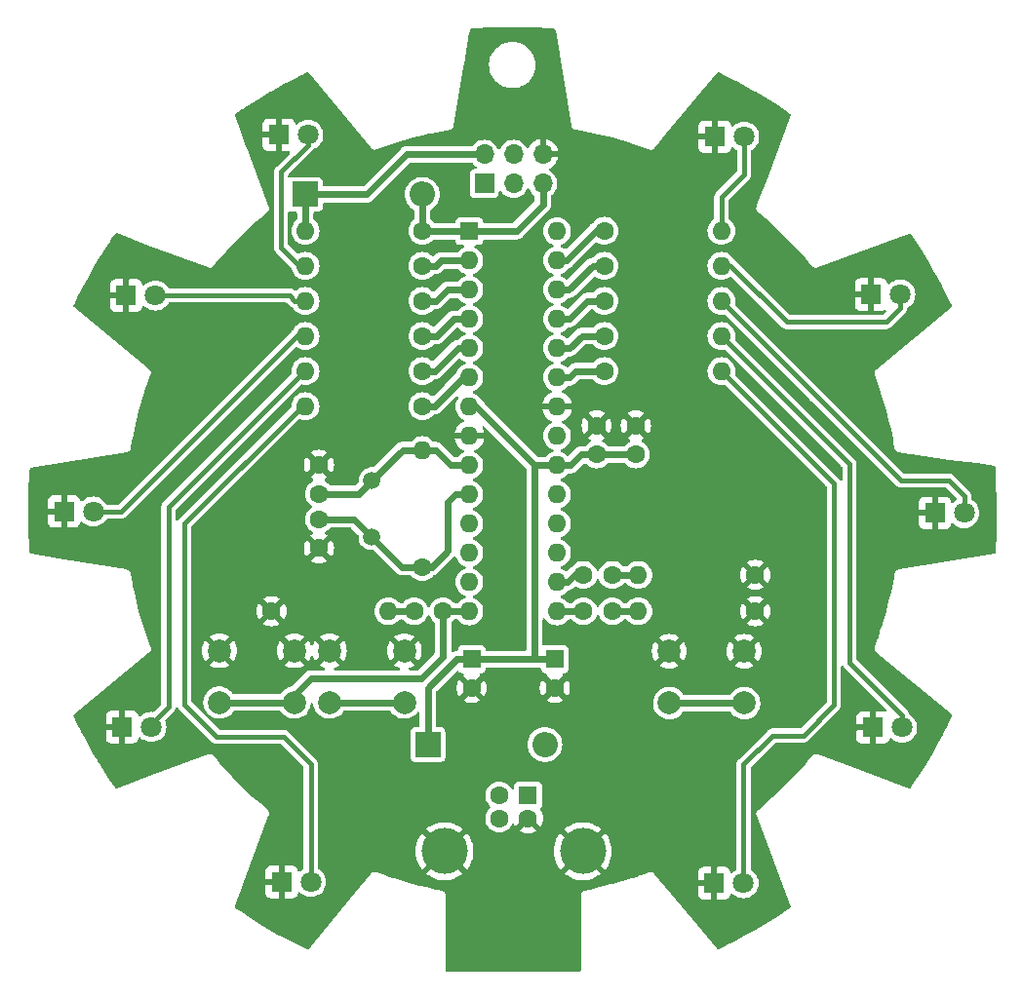
<source format=gbr>
%TF.GenerationSoftware,KiCad,Pcbnew,6.0.11-2627ca5db0~126~ubuntu20.04.1*%
%TF.CreationDate,2023-07-01T13:10:38+02:00*%
%TF.ProjectId,THW_bagde,5448575f-6261-4676-9465-2e6b69636164,rev?*%
%TF.SameCoordinates,Original*%
%TF.FileFunction,Copper,L2,Bot*%
%TF.FilePolarity,Positive*%
%FSLAX46Y46*%
G04 Gerber Fmt 4.6, Leading zero omitted, Abs format (unit mm)*
G04 Created by KiCad (PCBNEW 6.0.11-2627ca5db0~126~ubuntu20.04.1) date 2023-07-01 13:10:38*
%MOMM*%
%LPD*%
G01*
G04 APERTURE LIST*
%TA.AperFunction,ComponentPad*%
%ADD10C,1.600000*%
%TD*%
%TA.AperFunction,ComponentPad*%
%ADD11O,1.600000X1.600000*%
%TD*%
%TA.AperFunction,ComponentPad*%
%ADD12R,1.700000X1.700000*%
%TD*%
%TA.AperFunction,ComponentPad*%
%ADD13O,1.700000X1.700000*%
%TD*%
%TA.AperFunction,ComponentPad*%
%ADD14R,1.800000X1.800000*%
%TD*%
%TA.AperFunction,ComponentPad*%
%ADD15C,1.800000*%
%TD*%
%TA.AperFunction,ComponentPad*%
%ADD16C,1.500000*%
%TD*%
%TA.AperFunction,ComponentPad*%
%ADD17R,1.600000X1.600000*%
%TD*%
%TA.AperFunction,ComponentPad*%
%ADD18R,2.200000X2.200000*%
%TD*%
%TA.AperFunction,ComponentPad*%
%ADD19O,2.200000X2.200000*%
%TD*%
%TA.AperFunction,ComponentPad*%
%ADD20C,4.000000*%
%TD*%
%TA.AperFunction,ComponentPad*%
%ADD21C,2.000000*%
%TD*%
%TA.AperFunction,Conductor*%
%ADD22C,0.406400*%
%TD*%
%TA.AperFunction,Conductor*%
%ADD23C,0.609600*%
%TD*%
G04 APERTURE END LIST*
D10*
%TO.P,R14,1*%
%TO.N,GND*%
X172618400Y-101168200D03*
D11*
%TO.P,R14,2*%
%TO.N,Net-(R14-Pad2)*%
X162458400Y-101168200D03*
%TD*%
D12*
%TO.P,J2,1,Pin_1*%
%TO.N,/MISO*%
X149087600Y-64013000D03*
D13*
%TO.P,J2,2,Pin_2*%
%TO.N,+5V*%
X149087600Y-61473000D03*
%TO.P,J2,3,Pin_3*%
%TO.N,/SCK*%
X151627600Y-64013000D03*
%TO.P,J2,4,Pin_4*%
%TO.N,/MOSI*%
X151627600Y-61473000D03*
%TO.P,J2,5,Pin_5*%
%TO.N,/RES*%
X154167600Y-64013000D03*
%TO.P,J2,6,Pin_6*%
%TO.N,GND*%
X154167600Y-61473000D03*
%TD*%
D14*
%TO.P,D3,1,K*%
%TO.N,GND*%
X112593200Y-92506800D03*
D15*
%TO.P,D3,2,A*%
%TO.N,Net-(D3-Pad2)*%
X115133200Y-92506800D03*
%TD*%
D10*
%TO.P,R1,1*%
%TO.N,/PD0*%
X143730000Y-71158000D03*
D11*
%TO.P,R1,2*%
%TO.N,Net-(D1-Pad2)*%
X133570000Y-71158000D03*
%TD*%
D16*
%TO.P,Y1,1,1*%
%TO.N,Net-(C1-Pad1)*%
X139331200Y-94700000D03*
%TO.P,Y1,2,2*%
%TO.N,Net-(C2-Pad1)*%
X139331200Y-89820000D03*
%TD*%
D10*
%TO.P,R11,1*%
%TO.N,Net-(C1-Pad1)*%
X143700000Y-97330000D03*
D11*
%TO.P,R11,2*%
%TO.N,Net-(C2-Pad1)*%
X143700000Y-87170000D03*
%TD*%
D14*
%TO.P,D9,1,K*%
%TO.N,GND*%
X182675000Y-73650000D03*
D15*
%TO.P,D9,2,A*%
%TO.N,Net-(D9-Pad2)*%
X185215000Y-73650000D03*
%TD*%
D17*
%TO.P,C5,1*%
%TO.N,+5V*%
X148005800Y-105345221D03*
D10*
%TO.P,C5,2*%
%TO.N,GND*%
X148005800Y-107845221D03*
%TD*%
D18*
%TO.P,D12,1,K*%
%TO.N,+5V*%
X144200000Y-112750000D03*
D19*
%TO.P,D12,2,A*%
%TO.N,Net-(D12-Pad2)*%
X154360000Y-112750000D03*
%TD*%
D10*
%TO.P,R10,1*%
%TO.N,/PC4*%
X159512000Y-68122800D03*
D11*
%TO.P,R10,2*%
%TO.N,Net-(D10-Pad2)*%
X169672000Y-68122800D03*
%TD*%
D17*
%TO.P,J1,1,VBUS*%
%TO.N,Net-(F1-Pad1)*%
X152888000Y-117164500D03*
D10*
%TO.P,J1,2,D-*%
%TO.N,unconnected-(J1-Pad2)*%
X150388000Y-117164500D03*
%TO.P,J1,3,D+*%
%TO.N,unconnected-(J1-Pad3)*%
X150388000Y-119164500D03*
%TO.P,J1,4,GND*%
%TO.N,GND*%
X152888000Y-119164500D03*
D20*
%TO.P,J1,5,Shield*%
X157638000Y-122024500D03*
X145638000Y-122024500D03*
%TD*%
D10*
%TO.P,R15,1*%
%TO.N,GND*%
X130606800Y-101168200D03*
D11*
%TO.P,R15,2*%
%TO.N,Net-(C9-Pad2)*%
X140766800Y-101168200D03*
%TD*%
D10*
%TO.P,R13,1*%
%TO.N,GND*%
X172618400Y-98018600D03*
D11*
%TO.P,R13,2*%
%TO.N,Net-(C7-Pad2)*%
X162458400Y-98018600D03*
%TD*%
D10*
%TO.P,R7,1*%
%TO.N,/PC1*%
X159512000Y-77266800D03*
D11*
%TO.P,R7,2*%
%TO.N,Net-(D7-Pad2)*%
X169672000Y-77266800D03*
%TD*%
D10*
%TO.P,C2,1*%
%TO.N,Net-(C2-Pad1)*%
X134733800Y-90960000D03*
%TO.P,C2,2*%
%TO.N,GND*%
X134733800Y-88460000D03*
%TD*%
D21*
%TO.P,SW3,1,1*%
%TO.N,GND*%
X165152000Y-104650000D03*
X171652000Y-104650000D03*
%TO.P,SW3,2,2*%
%TO.N,/PB2*%
X171652000Y-109150000D03*
X165152000Y-109150000D03*
%TD*%
D10*
%TO.P,R8,1*%
%TO.N,/PC2*%
X159512000Y-74218800D03*
D11*
%TO.P,R8,2*%
%TO.N,Net-(D8-Pad2)*%
X169672000Y-74218800D03*
%TD*%
D14*
%TO.P,D1,1,K*%
%TO.N,GND*%
X131262200Y-59791600D03*
D15*
%TO.P,D1,2,A*%
%TO.N,Net-(D1-Pad2)*%
X133802200Y-59791600D03*
%TD*%
D10*
%TO.P,R2,1*%
%TO.N,/PD1*%
X143730000Y-74206000D03*
D11*
%TO.P,R2,2*%
%TO.N,Net-(D2-Pad2)*%
X133570000Y-74206000D03*
%TD*%
D21*
%TO.P,SW1,1,1*%
%TO.N,GND*%
X126100000Y-104600000D03*
X132600000Y-104600000D03*
%TO.P,SW1,2,2*%
%TO.N,/PB0*%
X132600000Y-109100000D03*
X126100000Y-109100000D03*
%TD*%
D17*
%TO.P,C4,1*%
%TO.N,+5V*%
X155219400Y-105345221D03*
D10*
%TO.P,C4,2*%
%TO.N,GND*%
X155219400Y-107845221D03*
%TD*%
%TO.P,C6,1*%
%TO.N,/PB1*%
X157703200Y-101168200D03*
%TO.P,C6,2*%
%TO.N,Net-(R14-Pad2)*%
X160203200Y-101168200D03*
%TD*%
%TO.P,R6,1*%
%TO.N,/PC0*%
X159512000Y-80314800D03*
D11*
%TO.P,R6,2*%
%TO.N,Net-(D6-Pad2)*%
X169672000Y-80314800D03*
%TD*%
D14*
%TO.P,D8,1,K*%
%TO.N,GND*%
X188209000Y-92633800D03*
D15*
%TO.P,D8,2,A*%
%TO.N,Net-(D8-Pad2)*%
X190749000Y-92633800D03*
%TD*%
D10*
%TO.P,C1,1*%
%TO.N,Net-(C1-Pad1)*%
X134733800Y-93184400D03*
%TO.P,C1,2*%
%TO.N,GND*%
X134733800Y-95684400D03*
%TD*%
D14*
%TO.P,D2,1,K*%
%TO.N,GND*%
X118003400Y-73736200D03*
D15*
%TO.P,D2,2,A*%
%TO.N,Net-(D2-Pad2)*%
X120543400Y-73736200D03*
%TD*%
D10*
%TO.P,C8,1*%
%TO.N,+5V*%
X158850000Y-87550000D03*
%TO.P,C8,2*%
%TO.N,GND*%
X158850000Y-85050000D03*
%TD*%
%TO.P,C3,1*%
%TO.N,+5V*%
X162250000Y-87550000D03*
%TO.P,C3,2*%
%TO.N,GND*%
X162250000Y-85050000D03*
%TD*%
D14*
%TO.P,D6,1,K*%
%TO.N,GND*%
X169057400Y-124790200D03*
D15*
%TO.P,D6,2,A*%
%TO.N,Net-(D6-Pad2)*%
X171597400Y-124790200D03*
%TD*%
D10*
%TO.P,R4,1*%
%TO.N,/PD3*%
X143730000Y-80302000D03*
D11*
%TO.P,R4,2*%
%TO.N,Net-(D4-Pad2)*%
X133570000Y-80302000D03*
%TD*%
D10*
%TO.P,C9,1*%
%TO.N,/PB0*%
X145496600Y-101168200D03*
%TO.P,C9,2*%
%TO.N,Net-(C9-Pad2)*%
X142996600Y-101168200D03*
%TD*%
D14*
%TO.P,D7,1,K*%
%TO.N,GND*%
X182824200Y-111277400D03*
D15*
%TO.P,D7,2,A*%
%TO.N,Net-(D7-Pad2)*%
X185364200Y-111277400D03*
%TD*%
D18*
%TO.P,D11,1,K*%
%TO.N,+5V*%
X133544600Y-64960400D03*
D19*
%TO.P,D11,2,A*%
%TO.N,/RES*%
X143704600Y-64960400D03*
%TD*%
D17*
%TO.P,U1,1,~{RESET}/PC6*%
%TO.N,/RES*%
X147787200Y-68158200D03*
D11*
%TO.P,U1,2,PD0*%
%TO.N,/PD0*%
X147787200Y-70698200D03*
%TO.P,U1,3,PD1*%
%TO.N,/PD1*%
X147787200Y-73238200D03*
%TO.P,U1,4,PD2*%
%TO.N,/PD2*%
X147787200Y-75778200D03*
%TO.P,U1,5,PD3*%
%TO.N,/PD3*%
X147787200Y-78318200D03*
%TO.P,U1,6,PD4*%
%TO.N,/PD4*%
X147787200Y-80858200D03*
%TO.P,U1,7,VCC*%
%TO.N,+5V*%
X147787200Y-83398200D03*
%TO.P,U1,8,GND*%
%TO.N,GND*%
X147787200Y-85938200D03*
%TO.P,U1,9,XTAL1/PB6*%
%TO.N,Net-(C2-Pad1)*%
X147787200Y-88478200D03*
%TO.P,U1,10,XTAL2/PB7*%
%TO.N,Net-(C1-Pad1)*%
X147787200Y-91018200D03*
%TO.P,U1,11,PD5*%
%TO.N,unconnected-(U1-Pad11)*%
X147787200Y-93558200D03*
%TO.P,U1,12,PD6*%
%TO.N,unconnected-(U1-Pad12)*%
X147787200Y-96098200D03*
%TO.P,U1,13,PD7*%
%TO.N,unconnected-(U1-Pad13)*%
X147787200Y-98638200D03*
%TO.P,U1,14,PB0*%
%TO.N,/PB0*%
X147787200Y-101178200D03*
%TO.P,U1,15,PB1*%
%TO.N,/PB1*%
X155407200Y-101178200D03*
%TO.P,U1,16,PB2*%
%TO.N,/PB2*%
X155407200Y-98638200D03*
%TO.P,U1,17,PB3*%
%TO.N,/MOSI*%
X155407200Y-96098200D03*
%TO.P,U1,18,PB4*%
%TO.N,/MISO*%
X155407200Y-93558200D03*
%TO.P,U1,19,PB5*%
%TO.N,/SCK*%
X155407200Y-91018200D03*
%TO.P,U1,20,AVCC*%
%TO.N,+5V*%
X155407200Y-88478200D03*
%TO.P,U1,21,AREF*%
%TO.N,unconnected-(U1-Pad21)*%
X155407200Y-85938200D03*
%TO.P,U1,22,GND*%
%TO.N,GND*%
X155407200Y-83398200D03*
%TO.P,U1,23,PC0*%
%TO.N,/PC0*%
X155407200Y-80858200D03*
%TO.P,U1,24,PC1*%
%TO.N,/PC1*%
X155407200Y-78318200D03*
%TO.P,U1,25,PC2*%
%TO.N,/PC2*%
X155407200Y-75778200D03*
%TO.P,U1,26,PC3*%
%TO.N,/PC3*%
X155407200Y-73238200D03*
%TO.P,U1,27,PC4*%
%TO.N,/PC4*%
X155407200Y-70698200D03*
%TO.P,U1,28,PC5*%
%TO.N,unconnected-(U1-Pad28)*%
X155407200Y-68158200D03*
%TD*%
D10*
%TO.P,R12,1*%
%TO.N,/RES*%
X143730000Y-68110000D03*
D11*
%TO.P,R12,2*%
%TO.N,+5V*%
X133570000Y-68110000D03*
%TD*%
D10*
%TO.P,R3,1*%
%TO.N,/PD2*%
X143730000Y-77254000D03*
D11*
%TO.P,R3,2*%
%TO.N,Net-(D3-Pad2)*%
X133570000Y-77254000D03*
%TD*%
D10*
%TO.P,C7,1*%
%TO.N,/PB2*%
X157703200Y-98018600D03*
%TO.P,C7,2*%
%TO.N,Net-(C7-Pad2)*%
X160203200Y-98018600D03*
%TD*%
D21*
%TO.P,SW2,1,1*%
%TO.N,GND*%
X135650000Y-104600000D03*
X142150000Y-104600000D03*
%TO.P,SW2,2,2*%
%TO.N,/PB1*%
X135650000Y-109100000D03*
X142150000Y-109100000D03*
%TD*%
D14*
%TO.P,D5,1,K*%
%TO.N,GND*%
X131490800Y-124688600D03*
D15*
%TO.P,D5,2,A*%
%TO.N,Net-(D5-Pad2)*%
X134030800Y-124688600D03*
%TD*%
D10*
%TO.P,R9,1*%
%TO.N,/PC3*%
X159512000Y-71170800D03*
D11*
%TO.P,R9,2*%
%TO.N,Net-(D9-Pad2)*%
X169672000Y-71170800D03*
%TD*%
D14*
%TO.P,D4,1,K*%
%TO.N,GND*%
X117647800Y-111226600D03*
D15*
%TO.P,D4,2,A*%
%TO.N,Net-(D4-Pad2)*%
X120187800Y-111226600D03*
%TD*%
D14*
%TO.P,D10,1,K*%
%TO.N,GND*%
X169108200Y-59944000D03*
D15*
%TO.P,D10,2,A*%
%TO.N,Net-(D10-Pad2)*%
X171648200Y-59944000D03*
%TD*%
D10*
%TO.P,R5,1*%
%TO.N,/PD4*%
X143730000Y-83350000D03*
D11*
%TO.P,R5,2*%
%TO.N,Net-(D5-Pad2)*%
X133570000Y-83350000D03*
%TD*%
D22*
%TO.N,Net-(D3-Pad2)*%
X115133200Y-92506800D02*
X117551200Y-92506800D01*
X117551200Y-92506800D02*
X132804000Y-77254000D01*
X132804000Y-77254000D02*
X133570000Y-77254000D01*
%TO.N,Net-(D1-Pad2)*%
X133802200Y-59791600D02*
X133802200Y-60660200D01*
X133802200Y-60660200D02*
X131445000Y-63017400D01*
X133032400Y-71158000D02*
X133570000Y-71158000D01*
X131445000Y-63017400D02*
X131445000Y-69570600D01*
X131445000Y-69570600D02*
X133032400Y-71158000D01*
%TO.N,Net-(D5-Pad2)*%
X134030800Y-124688600D02*
X134030800Y-114447400D01*
X123037600Y-93573600D02*
X133261200Y-83350000D01*
X133261200Y-83350000D02*
X133570000Y-83350000D01*
X134030800Y-114447400D02*
X131648200Y-112064800D01*
X131648200Y-112064800D02*
X125831600Y-112064800D01*
X125831600Y-112064800D02*
X123037600Y-109270800D01*
X123037600Y-109270800D02*
X123037600Y-93573600D01*
%TO.N,Net-(D6-Pad2)*%
X169672000Y-80314800D02*
X179425600Y-90068400D01*
X179425600Y-90068400D02*
X179425600Y-109321600D01*
X179425600Y-109321600D02*
X176784000Y-111963200D01*
X176784000Y-111963200D02*
X174117000Y-111963200D01*
X174117000Y-111963200D02*
X171597400Y-114482800D01*
X171597400Y-114482800D02*
X171597400Y-124790200D01*
%TO.N,Net-(D7-Pad2)*%
X169672000Y-77266800D02*
X180797200Y-88392000D01*
X180797200Y-88392000D02*
X180797200Y-105638600D01*
X180797200Y-105638600D02*
X185364200Y-110205600D01*
X185364200Y-110205600D02*
X185364200Y-111277400D01*
D23*
%TO.N,Net-(C1-Pad1)*%
X145948400Y-91643200D02*
X146573400Y-91018200D01*
X144528800Y-97330000D02*
X145948400Y-95910400D01*
X141964000Y-97332800D02*
X143697200Y-97332800D01*
X137815600Y-93184400D02*
X139331200Y-94700000D01*
X143697200Y-97332800D02*
X143700000Y-97330000D01*
X143700000Y-97330000D02*
X144528800Y-97330000D01*
X145948400Y-95910400D02*
X145948400Y-91643200D01*
X134733800Y-93184400D02*
X137815600Y-93184400D01*
X139331200Y-94700000D02*
X141964000Y-97332800D01*
X146573400Y-91018200D02*
X147787200Y-91018200D01*
%TO.N,Net-(C2-Pad1)*%
X134733800Y-90960000D02*
X138191200Y-90960000D01*
X146187000Y-88478200D02*
X144878800Y-87170000D01*
X144878800Y-87170000D02*
X143700000Y-87170000D01*
X141978400Y-87172800D02*
X143697200Y-87172800D01*
X139331200Y-89820000D02*
X141978400Y-87172800D01*
X147787200Y-88478200D02*
X146187000Y-88478200D01*
X143697200Y-87172800D02*
X143700000Y-87170000D01*
X138191200Y-90960000D02*
X139331200Y-89820000D01*
D22*
%TO.N,Net-(D2-Pad2)*%
X132181600Y-73736200D02*
X120543400Y-73736200D01*
X133570000Y-74206000D02*
X132651400Y-74206000D01*
X132651400Y-74206000D02*
X132181600Y-73736200D01*
%TO.N,Net-(D4-Pad2)*%
X120187800Y-110977600D02*
X120187800Y-111226600D01*
X121666000Y-92100400D02*
X121666000Y-109499400D01*
X133464400Y-80302000D02*
X121666000Y-92100400D01*
X133570000Y-80302000D02*
X133464400Y-80302000D01*
X121666000Y-109499400D02*
X120187800Y-110977600D01*
%TO.N,Net-(D8-Pad2)*%
X189407800Y-89814400D02*
X190749000Y-91155600D01*
X185267600Y-89814400D02*
X189407800Y-89814400D01*
X169672000Y-74218800D02*
X185267600Y-89814400D01*
X190749000Y-91155600D02*
X190749000Y-92633800D01*
%TO.N,Net-(D9-Pad2)*%
X175361600Y-76047600D02*
X183972200Y-76047600D01*
X185215000Y-74804800D02*
X185215000Y-73650000D01*
X170484800Y-71170800D02*
X175361600Y-76047600D01*
X183972200Y-76047600D02*
X185215000Y-74804800D01*
X169672000Y-71170800D02*
X170484800Y-71170800D01*
%TO.N,Net-(D10-Pad2)*%
X171648200Y-63225600D02*
X169672000Y-65201800D01*
X171648200Y-59944000D02*
X171648200Y-63225600D01*
X169672000Y-65201800D02*
X169672000Y-68122800D01*
D23*
%TO.N,/PD0*%
X144894400Y-71158000D02*
X143730000Y-71158000D01*
X147787200Y-70698200D02*
X145354200Y-70698200D01*
X145354200Y-70698200D02*
X144894400Y-71158000D01*
%TO.N,/PD1*%
X144919800Y-74206000D02*
X143730000Y-74206000D01*
X147787200Y-73238200D02*
X145887600Y-73238200D01*
X145887600Y-73238200D02*
X144919800Y-74206000D01*
%TO.N,/PD2*%
X147787200Y-75778200D02*
X146446400Y-75778200D01*
X146446400Y-75778200D02*
X144970600Y-77254000D01*
X144970600Y-77254000D02*
X143730000Y-77254000D01*
%TO.N,/PD3*%
X146802000Y-78318200D02*
X144818200Y-80302000D01*
X144818200Y-80302000D02*
X143730000Y-80302000D01*
X147787200Y-78318200D02*
X146802000Y-78318200D01*
%TO.N,/PD4*%
X143730000Y-83350000D02*
X144792800Y-83350000D01*
X147284600Y-80858200D02*
X147787200Y-80858200D01*
X144792800Y-83350000D02*
X147284600Y-80858200D01*
%TO.N,/PC1*%
X155407200Y-78318200D02*
X156504800Y-78318200D01*
X156504800Y-78318200D02*
X157556200Y-77266800D01*
X157556200Y-77266800D02*
X159512000Y-77266800D01*
%TO.N,/PC2*%
X158038800Y-74218800D02*
X156479400Y-75778200D01*
X159512000Y-74218800D02*
X158038800Y-74218800D01*
X156479400Y-75778200D02*
X155407200Y-75778200D01*
%TO.N,/PC3*%
X159512000Y-71170800D02*
X158508700Y-71170800D01*
X158508700Y-71170800D02*
X156441300Y-73238200D01*
X156441300Y-73238200D02*
X155407200Y-73238200D01*
%TO.N,/PC4*%
X159512000Y-68122800D02*
X158775400Y-68122800D01*
X158775400Y-68122800D02*
X156200000Y-70698200D01*
X156200000Y-70698200D02*
X155407200Y-70698200D01*
%TO.N,+5V*%
X133544600Y-68084600D02*
X133570000Y-68110000D01*
X157534600Y-87550000D02*
X156606400Y-88478200D01*
X153445221Y-88511179D02*
X153445221Y-105345221D01*
X144200000Y-112750000D02*
X144200000Y-107850000D01*
X133544600Y-64960400D02*
X138849200Y-64960400D01*
X155407200Y-88478200D02*
X153478200Y-88478200D01*
X162250000Y-87550000D02*
X158850000Y-87550000D01*
X148398200Y-83398200D02*
X147787200Y-83398200D01*
X153445221Y-105345221D02*
X155219400Y-105345221D01*
X148005800Y-105345221D02*
X153445221Y-105345221D01*
X153478200Y-88478200D02*
X148398200Y-83398200D01*
X146704779Y-105345221D02*
X148005800Y-105345221D01*
X144200000Y-107850000D02*
X146704779Y-105345221D01*
X153478200Y-88478200D02*
X153445221Y-88511179D01*
X158850000Y-87550000D02*
X157534600Y-87550000D01*
X138849200Y-64960400D02*
X142336600Y-61473000D01*
X133544600Y-64960400D02*
X133544600Y-68084600D01*
X142336600Y-61473000D02*
X149087600Y-61473000D01*
X156606400Y-88478200D02*
X155407200Y-88478200D01*
%TO.N,/PC0*%
X155407200Y-80858200D02*
X156479400Y-80858200D01*
X156479400Y-80858200D02*
X157022800Y-80314800D01*
X157022800Y-80314800D02*
X159512000Y-80314800D01*
%TO.N,/RES*%
X143778200Y-68158200D02*
X143730000Y-68110000D01*
X154167600Y-65872600D02*
X154167600Y-64013000D01*
X151882000Y-68158200D02*
X154167600Y-65872600D01*
X147787200Y-68158200D02*
X143778200Y-68158200D01*
X147787200Y-68158200D02*
X151882000Y-68158200D01*
X143704600Y-68084600D02*
X143730000Y-68110000D01*
X143704600Y-64960400D02*
X143704600Y-68084600D01*
%TO.N,/PB1*%
X135650000Y-109100000D02*
X142150000Y-109100000D01*
X157703200Y-101168200D02*
X155417200Y-101168200D01*
X155417200Y-101168200D02*
X155407200Y-101178200D01*
%TO.N,/PB2*%
X156327000Y-98638200D02*
X155407200Y-98638200D01*
X156946600Y-98018600D02*
X156327000Y-98638200D01*
X171652000Y-109150000D02*
X165152000Y-109150000D01*
X157703200Y-98018600D02*
X156946600Y-98018600D01*
%TO.N,/PB0*%
X145496600Y-105103400D02*
X145496600Y-101168200D01*
X143600000Y-107000000D02*
X145496600Y-105103400D01*
X132600000Y-108471400D02*
X134071400Y-107000000D01*
X132600000Y-109100000D02*
X132600000Y-108471400D01*
X126100000Y-109100000D02*
X132600000Y-109100000D01*
X145496600Y-101168200D02*
X147777200Y-101168200D01*
X134071400Y-107000000D02*
X143600000Y-107000000D01*
X147777200Y-101168200D02*
X147787200Y-101178200D01*
%TO.N,Net-(R14-Pad2)*%
X160203200Y-101168200D02*
X162458400Y-101168200D01*
%TO.N,Net-(C7-Pad2)*%
X160203200Y-98018600D02*
X162458400Y-98018600D01*
%TO.N,Net-(C9-Pad2)*%
X140766800Y-101168200D02*
X142996600Y-101168200D01*
%TD*%
%TA.AperFunction,Conductor*%
%TO.N,GND*%
G36*
X151645168Y-50406323D02*
G01*
X152203583Y-50411519D01*
X152205219Y-50411545D01*
X152700895Y-50422593D01*
X152763831Y-50423995D01*
X152765364Y-50424040D01*
X152831253Y-50426322D01*
X153323954Y-50443389D01*
X153325426Y-50443448D01*
X153639829Y-50458020D01*
X153884272Y-50469350D01*
X153885580Y-50469418D01*
X154443214Y-50501443D01*
X154445061Y-50501564D01*
X154958825Y-50538954D01*
X155151849Y-50553002D01*
X155218338Y-50577896D01*
X155260814Y-50634785D01*
X155266952Y-50657740D01*
X156665069Y-58958783D01*
X156666795Y-58982171D01*
X156666509Y-58996806D01*
X156669388Y-59006292D01*
X156669388Y-59006294D01*
X156676283Y-59029016D01*
X156677854Y-59034693D01*
X156678660Y-59039479D01*
X156680237Y-59044175D01*
X156686369Y-59062437D01*
X156687495Y-59065960D01*
X156701058Y-59110657D01*
X156701059Y-59110660D01*
X156703938Y-59120146D01*
X156707425Y-59125149D01*
X156709367Y-59130931D01*
X156715274Y-59138896D01*
X156715275Y-59138898D01*
X156743102Y-59176421D01*
X156745260Y-59179421D01*
X156771977Y-59217748D01*
X156771980Y-59217751D01*
X156777648Y-59225882D01*
X156782512Y-59229563D01*
X156786145Y-59234462D01*
X156831051Y-59266422D01*
X156832275Y-59267293D01*
X156835249Y-59269477D01*
X156872514Y-59297679D01*
X156872518Y-59297681D01*
X156880426Y-59303666D01*
X156886190Y-59305664D01*
X156891158Y-59309200D01*
X156900620Y-59312172D01*
X156900621Y-59312173D01*
X156945180Y-59326171D01*
X156948682Y-59327328D01*
X156966889Y-59333639D01*
X156971574Y-59335263D01*
X156976357Y-59336116D01*
X156982007Y-59337739D01*
X157014127Y-59347830D01*
X157028766Y-59347687D01*
X157052134Y-59349641D01*
X157822826Y-59487186D01*
X157825917Y-59487777D01*
X158635285Y-59653178D01*
X158638307Y-59653835D01*
X159443407Y-59839094D01*
X159446338Y-59839806D01*
X160246984Y-60044577D01*
X160249859Y-60045349D01*
X161045562Y-60269208D01*
X161048353Y-60270029D01*
X161660062Y-60457748D01*
X161838834Y-60512609D01*
X161841615Y-60513498D01*
X162626366Y-60774361D01*
X162629087Y-60775300D01*
X162833106Y-60848336D01*
X163365357Y-61038875D01*
X163365513Y-61038931D01*
X163387237Y-61049137D01*
X163398800Y-61055984D01*
X163431092Y-61063222D01*
X163436517Y-61064566D01*
X163439026Y-61065248D01*
X163443687Y-61066916D01*
X163448548Y-61067834D01*
X163448555Y-61067836D01*
X163466331Y-61071193D01*
X163470498Y-61072054D01*
X163476974Y-61073505D01*
X163514899Y-61082006D01*
X163514901Y-61082006D01*
X163524573Y-61084174D01*
X163531570Y-61083517D01*
X163538481Y-61084822D01*
X163548312Y-61083562D01*
X163548314Y-61083562D01*
X163577373Y-61079837D01*
X163593501Y-61077770D01*
X163597714Y-61077302D01*
X163652901Y-61072118D01*
X163659354Y-61069330D01*
X163666329Y-61068436D01*
X163716486Y-61044723D01*
X163720298Y-61042999D01*
X163771224Y-61020997D01*
X163776501Y-61016350D01*
X163782855Y-61013346D01*
X163823206Y-60975317D01*
X163826353Y-60972450D01*
X163839909Y-60960513D01*
X163839912Y-60960510D01*
X163843623Y-60957242D01*
X163846781Y-60953428D01*
X163848551Y-60951604D01*
X163852558Y-60947653D01*
X163865746Y-60935225D01*
X163869442Y-60931742D01*
X163869443Y-60931741D01*
X163876656Y-60924943D01*
X163883108Y-60913156D01*
X163896594Y-60893286D01*
X163900418Y-60888669D01*
X167700201Y-60888669D01*
X167700571Y-60895490D01*
X167706095Y-60946352D01*
X167709721Y-60961604D01*
X167754876Y-61082054D01*
X167763414Y-61097649D01*
X167839915Y-61199724D01*
X167852476Y-61212285D01*
X167954551Y-61288786D01*
X167970146Y-61297324D01*
X168090594Y-61342478D01*
X168105849Y-61346105D01*
X168156714Y-61351631D01*
X168163528Y-61352000D01*
X168836085Y-61352000D01*
X168851324Y-61347525D01*
X168852529Y-61346135D01*
X168854200Y-61338452D01*
X168854200Y-60216115D01*
X168849725Y-60200876D01*
X168848335Y-60199671D01*
X168840652Y-60198000D01*
X167718316Y-60198000D01*
X167703077Y-60202475D01*
X167701872Y-60203865D01*
X167700201Y-60211548D01*
X167700201Y-60888669D01*
X163900418Y-60888669D01*
X163908566Y-60878832D01*
X164908217Y-59671885D01*
X167700200Y-59671885D01*
X167704675Y-59687124D01*
X167706065Y-59688329D01*
X167713748Y-59690000D01*
X168836085Y-59690000D01*
X168851324Y-59685525D01*
X168852529Y-59684135D01*
X168854200Y-59676452D01*
X168854200Y-58554116D01*
X168849725Y-58538877D01*
X168848335Y-58537672D01*
X168840652Y-58536001D01*
X168163531Y-58536001D01*
X168156710Y-58536371D01*
X168105848Y-58541895D01*
X168090596Y-58545521D01*
X167970146Y-58590676D01*
X167954551Y-58599214D01*
X167852476Y-58675715D01*
X167839915Y-58688276D01*
X167763414Y-58790351D01*
X167754876Y-58805946D01*
X167709722Y-58926394D01*
X167706095Y-58941649D01*
X167700569Y-58992514D01*
X167700200Y-58999328D01*
X167700200Y-59671885D01*
X164908217Y-59671885D01*
X169258324Y-54419706D01*
X169266728Y-54411113D01*
X169266492Y-54410880D01*
X169273073Y-54404201D01*
X169335132Y-54369717D01*
X169405983Y-54374258D01*
X169416338Y-54378565D01*
X170044748Y-54673370D01*
X170047644Y-54674774D01*
X170926108Y-55114599D01*
X170928878Y-55116029D01*
X171756366Y-55556308D01*
X171796449Y-55577635D01*
X171799090Y-55579081D01*
X172563464Y-56009657D01*
X172655755Y-56061645D01*
X172658294Y-56063115D01*
X173503823Y-56565691D01*
X173506249Y-56567170D01*
X174340652Y-57088942D01*
X174342967Y-57090425D01*
X175166125Y-57630505D01*
X175168334Y-57631988D01*
X175641321Y-57956807D01*
X175686152Y-58011859D01*
X175694103Y-58082409D01*
X175688011Y-58104804D01*
X173657800Y-63534119D01*
X172789900Y-65855112D01*
X172743511Y-65979167D01*
X172733298Y-66000257D01*
X172725701Y-66012815D01*
X172718087Y-66045344D01*
X172718032Y-66045580D01*
X172716558Y-66051246D01*
X172714863Y-66055779D01*
X172710009Y-66079629D01*
X172709249Y-66083102D01*
X172696326Y-66138317D01*
X172696836Y-66144363D01*
X172695626Y-66150311D01*
X172696748Y-66160163D01*
X172696748Y-66160168D01*
X172702041Y-66206638D01*
X172702404Y-66210295D01*
X172707170Y-66266753D01*
X172709525Y-66272349D01*
X172710212Y-66278377D01*
X172733717Y-66329960D01*
X172735143Y-66333214D01*
X172757173Y-66385553D01*
X172761143Y-66390148D01*
X172763658Y-66395667D01*
X172770355Y-66402976D01*
X172770356Y-66402978D01*
X172801925Y-66437433D01*
X172804366Y-66440176D01*
X172816103Y-66453760D01*
X172820242Y-66458551D01*
X172823930Y-66461666D01*
X172827997Y-66465890D01*
X172839722Y-66478686D01*
X172850732Y-66490702D01*
X172859360Y-66495583D01*
X172859364Y-66495587D01*
X172863507Y-66497931D01*
X172882742Y-66511318D01*
X172979846Y-66593300D01*
X173484403Y-67019286D01*
X173486676Y-67021252D01*
X174108585Y-67572248D01*
X174110810Y-67574267D01*
X174260878Y-67713749D01*
X174718675Y-68139252D01*
X174719404Y-68139930D01*
X174721570Y-68141991D01*
X174965816Y-68380111D01*
X175316505Y-68722004D01*
X175318633Y-68724129D01*
X175492130Y-68901544D01*
X175877867Y-69295992D01*
X175899543Y-69318158D01*
X175901619Y-69320332D01*
X176123531Y-69558377D01*
X176468174Y-69928075D01*
X176470204Y-69930306D01*
X177021964Y-70551341D01*
X177023945Y-70553626D01*
X177532279Y-71154211D01*
X177545823Y-71173664D01*
X177547878Y-71177304D01*
X177547880Y-71177307D01*
X177552757Y-71185944D01*
X177577399Y-71208563D01*
X177581684Y-71212687D01*
X177582297Y-71213305D01*
X177585499Y-71217089D01*
X177589252Y-71220323D01*
X177603432Y-71232544D01*
X177606380Y-71235166D01*
X177647712Y-71273106D01*
X177653638Y-71275813D01*
X177658574Y-71280067D01*
X177703651Y-71298974D01*
X177710312Y-71301768D01*
X177713921Y-71303349D01*
X177764952Y-71326659D01*
X177771427Y-71327402D01*
X177777436Y-71329923D01*
X177797483Y-71331591D01*
X177833313Y-71334572D01*
X177837239Y-71334960D01*
X177866651Y-71338337D01*
X177893005Y-71341363D01*
X177899394Y-71340069D01*
X177905885Y-71340609D01*
X177960489Y-71327757D01*
X177964323Y-71326918D01*
X177982690Y-71323198D01*
X177982701Y-71323195D01*
X177987554Y-71322212D01*
X177992198Y-71320480D01*
X177993035Y-71320241D01*
X177998796Y-71318741D01*
X178021698Y-71313351D01*
X178021700Y-71313350D01*
X178031350Y-71311079D01*
X178042539Y-71304291D01*
X178043404Y-71303766D01*
X178064739Y-71293430D01*
X185948079Y-68353822D01*
X186018893Y-68348763D01*
X186081203Y-68382793D01*
X186096561Y-68401426D01*
X186601715Y-69150399D01*
X186602984Y-69152318D01*
X187122235Y-69953354D01*
X187123568Y-69955455D01*
X187218723Y-70108802D01*
X187623890Y-70761749D01*
X187626453Y-70765880D01*
X187627841Y-70768172D01*
X188112881Y-71588257D01*
X188114315Y-71590745D01*
X188399115Y-72098330D01*
X188579347Y-72419548D01*
X188580103Y-72420896D01*
X188581557Y-72423563D01*
X188745859Y-72733849D01*
X189026564Y-73263962D01*
X189028053Y-73266863D01*
X189450874Y-74117906D01*
X189452368Y-74121020D01*
X189681982Y-74616846D01*
X189692458Y-74687066D01*
X189663307Y-74751802D01*
X189647877Y-74766949D01*
X183157987Y-80125803D01*
X183137915Y-80139357D01*
X183126510Y-80145552D01*
X183119687Y-80152745D01*
X183119685Y-80152747D01*
X183103952Y-80169335D01*
X183100129Y-80173195D01*
X183097424Y-80175812D01*
X183093604Y-80178965D01*
X183090327Y-80182675D01*
X183090322Y-80182680D01*
X183078665Y-80195878D01*
X183075650Y-80199173D01*
X183037807Y-80239069D01*
X183034630Y-80245734D01*
X183029741Y-80251269D01*
X183010109Y-80296525D01*
X183007858Y-80301713D01*
X183006004Y-80305786D01*
X182982344Y-80355419D01*
X182981382Y-80362741D01*
X182978443Y-80369515D01*
X182977501Y-80379384D01*
X182973222Y-80424215D01*
X182972719Y-80428658D01*
X182965548Y-80483213D01*
X182966896Y-80490478D01*
X182966195Y-80497824D01*
X182968350Y-80507506D01*
X182978129Y-80551450D01*
X182979022Y-80555827D01*
X182982245Y-80573190D01*
X182983150Y-80578064D01*
X182984804Y-80582731D01*
X182985791Y-80586412D01*
X182987083Y-80591680D01*
X182994196Y-80623640D01*
X182999236Y-80632179D01*
X183000788Y-80634809D01*
X183011039Y-80656762D01*
X183270988Y-81390301D01*
X183272244Y-81393846D01*
X183273026Y-81396122D01*
X183354431Y-81640839D01*
X183534481Y-82182105D01*
X183535286Y-82184614D01*
X183779974Y-82975004D01*
X183780779Y-82977711D01*
X184007479Y-83772646D01*
X184008271Y-83775555D01*
X184215627Y-84574688D01*
X184216393Y-84577804D01*
X184403127Y-85381076D01*
X184403853Y-85384400D01*
X184568686Y-86191728D01*
X184569355Y-86195263D01*
X184619633Y-86483231D01*
X184698145Y-86932911D01*
X184703840Y-86965532D01*
X184705708Y-86988756D01*
X184705523Y-87003715D01*
X184708472Y-87013187D01*
X184715551Y-87035924D01*
X184717054Y-87041219D01*
X184717858Y-87045824D01*
X184719461Y-87050506D01*
X184719463Y-87050513D01*
X184725817Y-87069070D01*
X184726915Y-87072429D01*
X184740889Y-87117310D01*
X184740891Y-87117315D01*
X184743839Y-87126782D01*
X184747216Y-87131552D01*
X184749112Y-87137090D01*
X184765265Y-87158600D01*
X184783331Y-87182659D01*
X184785400Y-87185496D01*
X184818308Y-87231986D01*
X184822999Y-87235483D01*
X184826510Y-87240159D01*
X184834624Y-87245861D01*
X184873086Y-87272889D01*
X184875954Y-87274965D01*
X184921642Y-87309028D01*
X184927185Y-87310905D01*
X184931968Y-87314266D01*
X184941447Y-87317181D01*
X184941448Y-87317182D01*
X184986391Y-87331005D01*
X184989760Y-87332093D01*
X185008326Y-87338380D01*
X185008328Y-87338381D01*
X185013016Y-87339968D01*
X185017624Y-87340756D01*
X185022881Y-87342229D01*
X185055166Y-87352159D01*
X185065078Y-87352002D01*
X185065082Y-87352003D01*
X185070129Y-87351923D01*
X185093360Y-87353711D01*
X185457333Y-87415970D01*
X186104586Y-87526686D01*
X186106923Y-87527161D01*
X186109570Y-87528010D01*
X186114462Y-87528766D01*
X186114464Y-87528766D01*
X186137016Y-87532249D01*
X186139026Y-87532576D01*
X186166293Y-87537241D01*
X186169067Y-87537275D01*
X186171433Y-87537566D01*
X187194334Y-87695565D01*
X187203806Y-87697028D01*
X187206312Y-87697495D01*
X187209083Y-87698332D01*
X187236317Y-87702068D01*
X187238405Y-87702373D01*
X187260747Y-87705824D01*
X187260753Y-87705824D01*
X187265645Y-87706580D01*
X187268549Y-87706569D01*
X187271081Y-87706837D01*
X189401019Y-87999026D01*
X189402019Y-87999200D01*
X189403398Y-87999604D01*
X189433022Y-88003421D01*
X189434044Y-88003557D01*
X189459869Y-88007100D01*
X189459877Y-88007101D01*
X189463582Y-88007609D01*
X189465012Y-88007579D01*
X189466031Y-88007674D01*
X191922966Y-88324239D01*
X193372407Y-88510993D01*
X193437414Y-88539536D01*
X193476669Y-88598693D01*
X193482241Y-88631923D01*
X193499624Y-89174432D01*
X193534163Y-90252367D01*
X193534220Y-90254957D01*
X193547484Y-91411750D01*
X193557631Y-92296738D01*
X193557949Y-92324506D01*
X193557952Y-92327019D01*
X193547155Y-93563675D01*
X193539881Y-94396828D01*
X193539835Y-94399327D01*
X193493068Y-96035998D01*
X193471128Y-96103520D01*
X193416166Y-96148461D01*
X193388011Y-96156655D01*
X185092997Y-97551371D01*
X185070224Y-97553101D01*
X185064197Y-97553011D01*
X185064195Y-97553011D01*
X185054280Y-97552863D01*
X185044802Y-97555787D01*
X185044801Y-97555787D01*
X185021862Y-97562863D01*
X185017636Y-97564042D01*
X185013588Y-97564723D01*
X185008907Y-97566293D01*
X185008896Y-97566296D01*
X184989350Y-97572853D01*
X184986426Y-97573795D01*
X184931113Y-97590858D01*
X184926957Y-97593784D01*
X184922127Y-97595404D01*
X184877025Y-97628832D01*
X184875526Y-97629943D01*
X184873096Y-97631699D01*
X184825716Y-97665052D01*
X184822665Y-97669122D01*
X184818574Y-97672154D01*
X184812821Y-97680233D01*
X184784965Y-97719349D01*
X184783148Y-97721836D01*
X184748403Y-97768185D01*
X184746758Y-97773002D01*
X184743807Y-97777146D01*
X184726406Y-97832485D01*
X184725487Y-97835285D01*
X184717225Y-97859477D01*
X184716524Y-97863513D01*
X184715326Y-97867715D01*
X184708119Y-97890637D01*
X184708118Y-97890642D01*
X184705143Y-97900104D01*
X184705278Y-97914242D01*
X184705295Y-97916045D01*
X184703441Y-97938813D01*
X184652103Y-98234292D01*
X184569500Y-98709715D01*
X184568838Y-98713228D01*
X184404931Y-99520148D01*
X184404207Y-99523481D01*
X184277669Y-100070123D01*
X184218373Y-100326283D01*
X184218360Y-100326337D01*
X184217587Y-100329492D01*
X184010920Y-101128009D01*
X184010110Y-101130987D01*
X183894936Y-101534942D01*
X183790881Y-101899902D01*
X183783740Y-101924947D01*
X183782915Y-101927718D01*
X183662193Y-102316647D01*
X183537932Y-102716980D01*
X183537083Y-102719614D01*
X183453924Y-102968113D01*
X183299452Y-103429710D01*
X183274606Y-103503954D01*
X183273784Y-103506329D01*
X183010289Y-104242624D01*
X183000155Y-104264234D01*
X182993167Y-104276067D01*
X182991011Y-104285745D01*
X182991008Y-104285751D01*
X182985931Y-104308535D01*
X182984546Y-104314142D01*
X182984077Y-104315869D01*
X182982412Y-104320522D01*
X182978088Y-104343426D01*
X182977259Y-104347457D01*
X182965133Y-104401875D01*
X182965777Y-104408638D01*
X182964516Y-104415317D01*
X182966105Y-104427706D01*
X182971607Y-104470601D01*
X182972064Y-104474689D01*
X182977348Y-104530188D01*
X182980052Y-104536424D01*
X182980916Y-104543163D01*
X182985154Y-104552126D01*
X182985155Y-104552128D01*
X183004744Y-104593553D01*
X183006440Y-104597296D01*
X183028616Y-104648447D01*
X183033113Y-104653541D01*
X183036018Y-104659684D01*
X183074285Y-104700279D01*
X183076988Y-104703241D01*
X183092460Y-104720768D01*
X183096281Y-104723924D01*
X183097564Y-104725166D01*
X183101598Y-104729253D01*
X183124431Y-104753475D01*
X183136485Y-104760071D01*
X183156242Y-104773462D01*
X189566211Y-110069107D01*
X189647068Y-110135908D01*
X189686845Y-110194716D01*
X189688514Y-110265693D01*
X189680762Y-110286828D01*
X189333062Y-111023400D01*
X189325958Y-111038449D01*
X189324477Y-111041479D01*
X189001261Y-111681020D01*
X188891067Y-111899059D01*
X188889581Y-111901909D01*
X188434095Y-112748782D01*
X188432635Y-112751419D01*
X187956499Y-113587691D01*
X187955101Y-113590083D01*
X187692982Y-114027057D01*
X187459590Y-114416140D01*
X187458182Y-114418431D01*
X186944756Y-115234348D01*
X186943394Y-115236466D01*
X186413338Y-116042620D01*
X186412030Y-116044569D01*
X186316015Y-116184834D01*
X186102314Y-116497021D01*
X186099355Y-116501343D01*
X186044371Y-116546257D01*
X185973833Y-116554314D01*
X185951474Y-116548272D01*
X181075904Y-114735511D01*
X178061455Y-113614724D01*
X178039819Y-113604231D01*
X178036878Y-113602440D01*
X178036877Y-113602439D01*
X178028405Y-113597279D01*
X177996233Y-113589647D01*
X177990849Y-113588242D01*
X177988201Y-113587488D01*
X177983557Y-113585761D01*
X177961046Y-113581224D01*
X177956853Y-113580304D01*
X177912645Y-113569816D01*
X177912644Y-113569816D01*
X177902992Y-113567526D01*
X177895933Y-113568101D01*
X177888989Y-113566701D01*
X177879135Y-113567842D01*
X177879134Y-113567842D01*
X177833984Y-113573070D01*
X177829713Y-113573491D01*
X177784409Y-113577178D01*
X177784406Y-113577179D01*
X177774524Y-113577983D01*
X177767987Y-113580711D01*
X177760950Y-113581526D01*
X177731545Y-113594992D01*
X177710610Y-113604579D01*
X177706676Y-113606300D01*
X177664729Y-113623806D01*
X177664728Y-113623807D01*
X177655574Y-113627627D01*
X177650199Y-113632243D01*
X177643761Y-113635191D01*
X177636463Y-113641902D01*
X177636461Y-113641904D01*
X177605485Y-113670392D01*
X177604415Y-113671377D01*
X177603001Y-113672677D01*
X177599832Y-113675494D01*
X177582386Y-113690476D01*
X177579188Y-113694241D01*
X177577227Y-113696212D01*
X177573194Y-113700090D01*
X177560051Y-113712178D01*
X177548889Y-113722444D01*
X177542779Y-113733289D01*
X177542328Y-113734090D01*
X177528580Y-113753818D01*
X177142223Y-114208647D01*
X177020035Y-114352489D01*
X177018139Y-114354670D01*
X176963445Y-114416140D01*
X176466070Y-114975126D01*
X176464105Y-114977283D01*
X176244837Y-115212510D01*
X175929952Y-115550313D01*
X175897864Y-115584736D01*
X175895845Y-115586851D01*
X175322188Y-116174125D01*
X175315695Y-116180772D01*
X175313606Y-116182862D01*
X174719634Y-116762897D01*
X174717472Y-116764958D01*
X174109996Y-117330531D01*
X174107802Y-117332526D01*
X173491194Y-117879479D01*
X173487015Y-117883186D01*
X173484710Y-117885181D01*
X172883762Y-118392643D01*
X172864527Y-118406032D01*
X172851772Y-118413249D01*
X172829017Y-118438084D01*
X172824962Y-118442296D01*
X172821253Y-118445428D01*
X172818018Y-118449173D01*
X172818013Y-118449178D01*
X172805410Y-118463768D01*
X172802961Y-118466521D01*
X172771397Y-118500970D01*
X172771396Y-118500972D01*
X172764697Y-118508283D01*
X172762173Y-118513823D01*
X172758191Y-118518432D01*
X172736225Y-118570634D01*
X172734749Y-118574003D01*
X172711250Y-118625572D01*
X172710561Y-118631623D01*
X172708199Y-118637236D01*
X172707365Y-118647120D01*
X172707365Y-118647122D01*
X172703441Y-118693653D01*
X172703078Y-118697323D01*
X172697919Y-118742622D01*
X172696664Y-118753638D01*
X172697879Y-118759607D01*
X172697367Y-118765673D01*
X172699627Y-118775324D01*
X172699627Y-118775328D01*
X172710282Y-118820833D01*
X172711069Y-118824428D01*
X172715900Y-118848170D01*
X172717601Y-118852719D01*
X172719076Y-118858385D01*
X172726753Y-118891172D01*
X172734336Y-118903703D01*
X172744556Y-118924804D01*
X175632920Y-126649192D01*
X175687680Y-126795636D01*
X175692804Y-126866448D01*
X175658830Y-126928788D01*
X175640757Y-126943793D01*
X175028805Y-127362027D01*
X175026514Y-127363556D01*
X174872730Y-127463798D01*
X174351090Y-127803822D01*
X174208161Y-127896988D01*
X174205794Y-127898494D01*
X173514867Y-128327217D01*
X173375928Y-128413429D01*
X173373474Y-128414913D01*
X172532453Y-128910620D01*
X172529915Y-128912077D01*
X171677842Y-129387986D01*
X171675217Y-129389411D01*
X170812292Y-129844885D01*
X170809595Y-129846267D01*
X170061008Y-130218522D01*
X169936138Y-130280617D01*
X169933335Y-130281968D01*
X169416482Y-130523259D01*
X169346296Y-130533951D01*
X169281470Y-130505000D01*
X169266144Y-130489460D01*
X167120154Y-127898497D01*
X165328109Y-125734869D01*
X167649401Y-125734869D01*
X167649771Y-125741690D01*
X167655295Y-125792552D01*
X167658921Y-125807804D01*
X167704076Y-125928254D01*
X167712614Y-125943849D01*
X167789115Y-126045924D01*
X167801676Y-126058485D01*
X167903751Y-126134986D01*
X167919346Y-126143524D01*
X168039794Y-126188678D01*
X168055049Y-126192305D01*
X168105914Y-126197831D01*
X168112728Y-126198200D01*
X168785285Y-126198200D01*
X168800524Y-126193725D01*
X168801729Y-126192335D01*
X168803400Y-126184652D01*
X168803400Y-125062315D01*
X168798925Y-125047076D01*
X168797535Y-125045871D01*
X168789852Y-125044200D01*
X167667516Y-125044200D01*
X167652277Y-125048675D01*
X167651072Y-125050065D01*
X167649401Y-125057748D01*
X167649401Y-125734869D01*
X165328109Y-125734869D01*
X164320296Y-124518085D01*
X167649400Y-124518085D01*
X167653875Y-124533324D01*
X167655265Y-124534529D01*
X167662948Y-124536200D01*
X168785285Y-124536200D01*
X168800524Y-124531725D01*
X168801729Y-124530335D01*
X168803400Y-124522652D01*
X168803400Y-123400316D01*
X168798925Y-123385077D01*
X168797535Y-123383872D01*
X168789852Y-123382201D01*
X168112731Y-123382201D01*
X168105910Y-123382571D01*
X168055048Y-123388095D01*
X168039796Y-123391721D01*
X167919346Y-123436876D01*
X167903751Y-123445414D01*
X167801676Y-123521915D01*
X167789115Y-123534476D01*
X167712614Y-123636551D01*
X167704076Y-123652146D01*
X167658922Y-123772594D01*
X167655295Y-123787849D01*
X167649769Y-123838714D01*
X167649400Y-123845528D01*
X167649400Y-124518085D01*
X164320296Y-124518085D01*
X163895927Y-124005722D01*
X163882680Y-123986285D01*
X163880476Y-123982295D01*
X163880475Y-123982294D01*
X163875679Y-123973613D01*
X163851135Y-123950661D01*
X163846779Y-123946384D01*
X163843629Y-123942581D01*
X163825596Y-123926701D01*
X163822807Y-123924171D01*
X163788778Y-123892350D01*
X163781535Y-123885577D01*
X163775901Y-123882940D01*
X163771229Y-123878826D01*
X163719356Y-123856415D01*
X163715927Y-123854872D01*
X163705178Y-123849841D01*
X163664794Y-123830941D01*
X163658618Y-123830174D01*
X163652906Y-123827706D01*
X163643035Y-123826779D01*
X163643032Y-123826778D01*
X163596666Y-123822423D01*
X163592919Y-123822014D01*
X163546724Y-123816276D01*
X163546722Y-123816276D01*
X163536883Y-123815054D01*
X163530773Y-123816233D01*
X163524578Y-123815651D01*
X163469419Y-123828015D01*
X163465776Y-123828774D01*
X163442160Y-123833330D01*
X163437509Y-123835015D01*
X163431595Y-123836492D01*
X163423345Y-123838341D01*
X163398805Y-123843842D01*
X163388675Y-123849841D01*
X163386345Y-123851221D01*
X163365072Y-123861266D01*
X163017026Y-123987395D01*
X162628792Y-124128087D01*
X162625966Y-124129074D01*
X162310684Y-124234925D01*
X161993225Y-124341507D01*
X161842248Y-124392195D01*
X161839369Y-124393123D01*
X161049675Y-124637255D01*
X161046724Y-124638128D01*
X160251571Y-124862828D01*
X160248557Y-124863639D01*
X160077599Y-124907407D01*
X159448284Y-125068521D01*
X159445272Y-125069252D01*
X159064513Y-125156594D01*
X158637487Y-125254549D01*
X158635710Y-125254944D01*
X157815230Y-125430714D01*
X157808548Y-125431958D01*
X157780624Y-125436381D01*
X157759094Y-125439791D01*
X157726173Y-125456565D01*
X157714321Y-125461853D01*
X157689095Y-125471582D01*
X157689091Y-125471585D01*
X157679844Y-125475151D01*
X157672151Y-125481401D01*
X157668778Y-125483356D01*
X157656265Y-125491497D01*
X157653092Y-125493803D01*
X157644249Y-125498308D01*
X157618128Y-125524429D01*
X157608484Y-125533127D01*
X157579805Y-125556427D01*
X157574417Y-125564753D01*
X157571813Y-125567654D01*
X157562428Y-125579262D01*
X157560124Y-125582433D01*
X157553108Y-125589449D01*
X157542853Y-125609575D01*
X157536333Y-125622371D01*
X157529850Y-125633619D01*
X157515166Y-125656310D01*
X157515163Y-125656316D01*
X157509778Y-125664638D01*
X157507227Y-125674219D01*
X157505647Y-125677783D01*
X157500296Y-125691755D01*
X157499093Y-125695459D01*
X157494591Y-125704294D01*
X157489749Y-125734869D01*
X157488812Y-125740782D01*
X157486121Y-125753490D01*
X157476616Y-125789192D01*
X157478661Y-125827058D01*
X157479317Y-125839197D01*
X157479500Y-125845993D01*
X157479500Y-132359900D01*
X157459498Y-132428021D01*
X157405842Y-132474514D01*
X157353500Y-132485900D01*
X145871700Y-132485900D01*
X145803579Y-132465898D01*
X145757086Y-132412242D01*
X145745700Y-132359900D01*
X145745700Y-125898824D01*
X145745939Y-125891068D01*
X145748286Y-125853020D01*
X145748286Y-125853017D01*
X145748896Y-125843121D01*
X145739150Y-125805359D01*
X145736707Y-125793598D01*
X145736542Y-125792552D01*
X145730609Y-125755094D01*
X145726108Y-125746261D01*
X145723310Y-125737650D01*
X145722772Y-125736228D01*
X145719162Y-125727915D01*
X145716685Y-125718317D01*
X145698024Y-125688993D01*
X145695762Y-125685438D01*
X145689796Y-125674995D01*
X145679499Y-125654787D01*
X145672092Y-125640249D01*
X145665081Y-125633238D01*
X145659750Y-125625901D01*
X145658822Y-125624744D01*
X145652812Y-125617944D01*
X145647486Y-125609575D01*
X145617413Y-125584759D01*
X145608513Y-125576670D01*
X145580951Y-125549108D01*
X145572118Y-125544607D01*
X145564786Y-125539280D01*
X145563520Y-125538449D01*
X145555715Y-125533846D01*
X145548070Y-125527538D01*
X145511804Y-125513231D01*
X145500842Y-125508289D01*
X145474942Y-125495093D01*
X145474941Y-125495093D01*
X145466106Y-125490591D01*
X145456316Y-125489040D01*
X145456315Y-125489040D01*
X145418672Y-125483078D01*
X145411051Y-125481629D01*
X145077582Y-125407526D01*
X144980479Y-125385948D01*
X144975482Y-125384729D01*
X144523512Y-125264723D01*
X144518150Y-125263171D01*
X144515476Y-125262332D01*
X144510887Y-125260486D01*
X144506070Y-125259381D01*
X144506066Y-125259380D01*
X144488497Y-125255351D01*
X144484351Y-125254326D01*
X144462182Y-125248439D01*
X144457257Y-125247933D01*
X144454537Y-125247435D01*
X144449064Y-125246307D01*
X143935481Y-125128517D01*
X143668298Y-125067238D01*
X143665248Y-125066499D01*
X143454195Y-125012528D01*
X142865044Y-124861868D01*
X142862132Y-124861085D01*
X142066997Y-124636802D01*
X142064114Y-124635951D01*
X141274528Y-124392426D01*
X141271664Y-124391506D01*
X141138195Y-124346817D01*
X140804014Y-124234925D01*
X140487867Y-124129071D01*
X140485055Y-124128092D01*
X140048864Y-123970487D01*
X144056721Y-123970487D01*
X144065548Y-123982105D01*
X144288281Y-124143930D01*
X144294961Y-124148170D01*
X144564572Y-124296390D01*
X144571707Y-124299747D01*
X144857770Y-124413008D01*
X144865296Y-124415453D01*
X145163279Y-124491962D01*
X145171050Y-124493445D01*
X145476278Y-124532003D01*
X145484169Y-124532500D01*
X145791831Y-124532500D01*
X145799722Y-124532003D01*
X146104950Y-124493445D01*
X146112721Y-124491962D01*
X146410704Y-124415453D01*
X146418230Y-124413008D01*
X146704293Y-124299747D01*
X146711428Y-124296390D01*
X146981039Y-124148170D01*
X146987719Y-124143930D01*
X147210823Y-123981836D01*
X147219246Y-123970913D01*
X147219017Y-123970487D01*
X156056721Y-123970487D01*
X156065548Y-123982105D01*
X156288281Y-124143930D01*
X156294961Y-124148170D01*
X156564572Y-124296390D01*
X156571707Y-124299747D01*
X156857770Y-124413008D01*
X156865296Y-124415453D01*
X157163279Y-124491962D01*
X157171050Y-124493445D01*
X157476278Y-124532003D01*
X157484169Y-124532500D01*
X157791831Y-124532500D01*
X157799722Y-124532003D01*
X158104950Y-124493445D01*
X158112721Y-124491962D01*
X158410704Y-124415453D01*
X158418230Y-124413008D01*
X158704293Y-124299747D01*
X158711428Y-124296390D01*
X158981039Y-124148170D01*
X158987719Y-124143930D01*
X159210823Y-123981836D01*
X159219246Y-123970913D01*
X159212342Y-123958052D01*
X157650812Y-122396522D01*
X157636868Y-122388908D01*
X157635035Y-122389039D01*
X157628420Y-122393290D01*
X156063334Y-123958376D01*
X156056721Y-123970487D01*
X147219017Y-123970487D01*
X147212342Y-123958052D01*
X145650812Y-122396522D01*
X145636868Y-122388908D01*
X145635035Y-122389039D01*
X145628420Y-122393290D01*
X144063334Y-123958376D01*
X144056721Y-123970487D01*
X140048864Y-123970487D01*
X139748989Y-123862136D01*
X139727623Y-123852062D01*
X139723871Y-123849841D01*
X139715338Y-123844790D01*
X139682653Y-123837470D01*
X139676812Y-123836015D01*
X139676332Y-123835883D01*
X139671681Y-123834203D01*
X139648258Y-123829707D01*
X139644475Y-123828921D01*
X139599233Y-123818789D01*
X139599232Y-123818789D01*
X139589560Y-123816623D01*
X139583211Y-123817221D01*
X139576941Y-123816017D01*
X139567098Y-123817249D01*
X139560739Y-123818045D01*
X139521100Y-123823007D01*
X139517268Y-123823427D01*
X139502052Y-123824859D01*
X139471103Y-123827772D01*
X139471102Y-123827772D01*
X139461234Y-123828701D01*
X139455378Y-123831232D01*
X139449045Y-123832025D01*
X139440071Y-123836235D01*
X139440068Y-123836236D01*
X139398079Y-123855935D01*
X139394574Y-123857515D01*
X139342921Y-123879843D01*
X139338133Y-123884061D01*
X139332356Y-123886771D01*
X139325120Y-123893550D01*
X139325116Y-123893553D01*
X139291272Y-123925261D01*
X139288416Y-123927856D01*
X139270532Y-123943611D01*
X139267375Y-123947424D01*
X139267057Y-123947752D01*
X139262765Y-123951971D01*
X139238295Y-123974897D01*
X139233507Y-123983584D01*
X139231406Y-123987395D01*
X139218111Y-124006926D01*
X137449117Y-126143524D01*
X134023817Y-130280617D01*
X133849930Y-130490638D01*
X133791081Y-130530353D01*
X133720102Y-130531946D01*
X133699491Y-130524415D01*
X133048809Y-130220046D01*
X133045667Y-130218522D01*
X132171659Y-129779767D01*
X132168740Y-129778255D01*
X131305695Y-129316433D01*
X131302996Y-129314945D01*
X130450811Y-128831761D01*
X130448325Y-128830314D01*
X129606390Y-128327199D01*
X129604139Y-128325821D01*
X128772291Y-127804473D01*
X128770210Y-127803141D01*
X127948005Y-127265094D01*
X127946115Y-127263832D01*
X127475323Y-126943477D01*
X127430257Y-126888618D01*
X127422004Y-126818103D01*
X127428164Y-126795242D01*
X127438992Y-126766238D01*
X127861927Y-125633269D01*
X130082801Y-125633269D01*
X130083171Y-125640090D01*
X130088695Y-125690952D01*
X130092321Y-125706204D01*
X130137476Y-125826654D01*
X130146014Y-125842249D01*
X130222515Y-125944324D01*
X130235076Y-125956885D01*
X130337151Y-126033386D01*
X130352746Y-126041924D01*
X130473194Y-126087078D01*
X130488449Y-126090705D01*
X130539314Y-126096231D01*
X130546128Y-126096600D01*
X131218685Y-126096600D01*
X131233924Y-126092125D01*
X131235129Y-126090735D01*
X131236800Y-126083052D01*
X131236800Y-124960715D01*
X131232325Y-124945476D01*
X131230935Y-124944271D01*
X131223252Y-124942600D01*
X130100916Y-124942600D01*
X130085677Y-124947075D01*
X130084472Y-124948465D01*
X130082801Y-124956148D01*
X130082801Y-125633269D01*
X127861927Y-125633269D01*
X128316150Y-124416485D01*
X130082800Y-124416485D01*
X130087275Y-124431724D01*
X130088665Y-124432929D01*
X130096348Y-124434600D01*
X131218685Y-124434600D01*
X131233924Y-124430125D01*
X131235129Y-124428735D01*
X131236800Y-124421052D01*
X131236800Y-123298716D01*
X131232325Y-123283477D01*
X131230935Y-123282272D01*
X131223252Y-123280601D01*
X130546131Y-123280601D01*
X130539310Y-123280971D01*
X130488448Y-123286495D01*
X130473196Y-123290121D01*
X130352746Y-123335276D01*
X130337151Y-123343814D01*
X130235076Y-123420315D01*
X130222515Y-123432876D01*
X130146014Y-123534951D01*
X130137476Y-123550546D01*
X130092322Y-123670994D01*
X130088695Y-123686249D01*
X130083169Y-123737114D01*
X130082800Y-123743928D01*
X130082800Y-124416485D01*
X128316150Y-124416485D01*
X130355239Y-118954123D01*
X130367973Y-118920012D01*
X130378339Y-118898643D01*
X130380457Y-118895158D01*
X130380458Y-118895155D01*
X130385608Y-118886681D01*
X130393292Y-118854146D01*
X130394770Y-118848484D01*
X130395085Y-118847383D01*
X130396820Y-118842735D01*
X130401504Y-118819651D01*
X130402360Y-118815751D01*
X130412956Y-118770885D01*
X130412956Y-118770883D01*
X130415234Y-118761238D01*
X130414692Y-118754659D01*
X130416004Y-118748192D01*
X130409636Y-118692553D01*
X130409246Y-118688586D01*
X130404646Y-118632780D01*
X130402097Y-118626691D01*
X130401347Y-118620135D01*
X130378103Y-118569202D01*
X130376501Y-118565537D01*
X130358712Y-118523034D01*
X130358712Y-118523033D01*
X130354881Y-118513881D01*
X130350573Y-118508875D01*
X130347835Y-118502875D01*
X130340171Y-118494519D01*
X130309988Y-118461614D01*
X130307334Y-118458627D01*
X130295181Y-118444504D01*
X130291957Y-118440757D01*
X130288186Y-118437560D01*
X130287362Y-118436742D01*
X130283291Y-118432508D01*
X130260708Y-118407889D01*
X130252076Y-118403011D01*
X130252072Y-118403008D01*
X130248521Y-118401001D01*
X130229037Y-118387419D01*
X129630889Y-117880368D01*
X129628823Y-117878578D01*
X129296049Y-117583843D01*
X129008349Y-117329029D01*
X129006272Y-117327147D01*
X128398926Y-116763962D01*
X128396797Y-116761940D01*
X127803631Y-116184822D01*
X127801396Y-116182593D01*
X127800683Y-116181863D01*
X127223476Y-115591259D01*
X127221204Y-115588871D01*
X127219346Y-115586866D01*
X126679083Y-115004071D01*
X126659674Y-114983134D01*
X126657345Y-114980552D01*
X126113048Y-114359900D01*
X126110694Y-114357136D01*
X126108657Y-114354673D01*
X125717660Y-113882024D01*
X125610113Y-113752018D01*
X125597400Y-113733511D01*
X125594037Y-113727536D01*
X125594036Y-113727534D01*
X125589172Y-113718894D01*
X125568741Y-113700090D01*
X125564169Y-113695882D01*
X125561621Y-113693399D01*
X125559316Y-113690613D01*
X125555614Y-113687349D01*
X125555609Y-113687344D01*
X125539540Y-113673177D01*
X125537543Y-113671377D01*
X125501273Y-113637997D01*
X125501267Y-113637992D01*
X125494331Y-113631609D01*
X125490291Y-113629757D01*
X125486954Y-113626815D01*
X125478302Y-113623071D01*
X125478293Y-113623066D01*
X125433002Y-113603466D01*
X125430544Y-113602372D01*
X125377160Y-113577903D01*
X125372742Y-113577390D01*
X125368661Y-113575624D01*
X125359288Y-113574738D01*
X125359284Y-113574737D01*
X125310165Y-113570093D01*
X125307491Y-113569811D01*
X125258491Y-113564120D01*
X125258486Y-113564120D01*
X125249127Y-113563033D01*
X125244766Y-113563910D01*
X125240341Y-113563492D01*
X125190029Y-113574737D01*
X125183049Y-113576297D01*
X125180422Y-113576855D01*
X125154552Y-113582060D01*
X125151155Y-113583321D01*
X125147704Y-113584197D01*
X125114551Y-113591607D01*
X125106018Y-113596653D01*
X125106016Y-113596654D01*
X125103554Y-113598110D01*
X125100110Y-113600147D01*
X125079849Y-113609805D01*
X120237196Y-115408408D01*
X117168136Y-116548282D01*
X117097314Y-116553249D01*
X117035049Y-116519138D01*
X117020260Y-116501289D01*
X116549716Y-115813183D01*
X116548158Y-115810849D01*
X116022437Y-115004071D01*
X116020917Y-115001680D01*
X115594184Y-114313457D01*
X115513571Y-114183446D01*
X115512093Y-114181001D01*
X115486832Y-114138114D01*
X115261343Y-113755297D01*
X115023568Y-113351622D01*
X115022128Y-113349113D01*
X114648167Y-112679535D01*
X114552815Y-112508805D01*
X114551425Y-112506248D01*
X114549694Y-112502971D01*
X114374415Y-112171269D01*
X116239801Y-112171269D01*
X116240171Y-112178090D01*
X116245695Y-112228952D01*
X116249321Y-112244204D01*
X116294476Y-112364654D01*
X116303014Y-112380249D01*
X116379515Y-112482324D01*
X116392076Y-112494885D01*
X116494151Y-112571386D01*
X116509746Y-112579924D01*
X116630194Y-112625078D01*
X116645449Y-112628705D01*
X116696314Y-112634231D01*
X116703128Y-112634600D01*
X117375685Y-112634600D01*
X117390924Y-112630125D01*
X117392129Y-112628735D01*
X117393800Y-112621052D01*
X117393800Y-112616484D01*
X117901800Y-112616484D01*
X117906275Y-112631723D01*
X117907665Y-112632928D01*
X117915348Y-112634599D01*
X118592469Y-112634599D01*
X118599290Y-112634229D01*
X118650152Y-112628705D01*
X118665404Y-112625079D01*
X118785854Y-112579924D01*
X118801449Y-112571386D01*
X118903524Y-112494885D01*
X118916085Y-112482324D01*
X118992586Y-112380249D01*
X119001124Y-112364654D01*
X119046278Y-112244206D01*
X119049907Y-112228945D01*
X119050119Y-112226993D01*
X119050708Y-112225576D01*
X119051732Y-112221269D01*
X119052429Y-112221435D01*
X119077364Y-112161432D01*
X119135729Y-112121009D01*
X119206683Y-112118557D01*
X119264476Y-112151512D01*
X119344532Y-112231568D01*
X119349040Y-112234725D01*
X119349043Y-112234727D01*
X119449465Y-112305043D01*
X119531854Y-112362732D01*
X119536836Y-112365055D01*
X119536841Y-112365058D01*
X119722152Y-112451469D01*
X119739107Y-112459375D01*
X119744415Y-112460797D01*
X119744417Y-112460798D01*
X119954677Y-112517137D01*
X119954679Y-112517137D01*
X119959992Y-112518561D01*
X120187800Y-112538492D01*
X120415608Y-112518561D01*
X120420921Y-112517137D01*
X120420923Y-112517137D01*
X120631183Y-112460798D01*
X120631185Y-112460797D01*
X120636493Y-112459375D01*
X120653448Y-112451469D01*
X120838759Y-112365058D01*
X120838764Y-112365055D01*
X120843746Y-112362732D01*
X120926135Y-112305043D01*
X121026557Y-112234727D01*
X121026560Y-112234725D01*
X121031068Y-112231568D01*
X121192768Y-112069868D01*
X121206529Y-112050216D01*
X121320775Y-111887055D01*
X121320776Y-111887053D01*
X121323932Y-111882546D01*
X121326255Y-111877564D01*
X121326258Y-111877559D01*
X121418252Y-111680275D01*
X121418252Y-111680274D01*
X121420575Y-111675293D01*
X121422693Y-111667391D01*
X121478337Y-111459723D01*
X121478337Y-111459721D01*
X121479761Y-111454408D01*
X121499692Y-111226600D01*
X121479761Y-110998792D01*
X121420575Y-110777907D01*
X121418249Y-110772920D01*
X121418247Y-110772913D01*
X121403712Y-110741742D01*
X121393051Y-110671551D01*
X121422032Y-110606738D01*
X121428812Y-110599399D01*
X122043883Y-109984328D01*
X122051701Y-109977212D01*
X122057983Y-109973226D01*
X122071986Y-109958315D01*
X122102845Y-109925453D01*
X122105600Y-109922611D01*
X122124546Y-109903665D01*
X122126981Y-109900526D01*
X122127554Y-109899876D01*
X122134501Y-109891745D01*
X122158074Y-109866641D01*
X122158076Y-109866638D01*
X122163504Y-109860858D01*
X122167324Y-109853910D01*
X122172728Y-109844080D01*
X122183584Y-109827553D01*
X122187058Y-109823075D01*
X122195312Y-109812434D01*
X122212132Y-109773565D01*
X122217354Y-109762905D01*
X122222333Y-109753848D01*
X122237765Y-109725778D01*
X122242525Y-109707238D01*
X122248929Y-109688533D01*
X122253382Y-109678243D01*
X122256531Y-109670966D01*
X122257771Y-109663134D01*
X122257773Y-109663129D01*
X122263160Y-109629121D01*
X122265567Y-109617497D01*
X122269838Y-109600863D01*
X122306153Y-109539857D01*
X122369685Y-109508169D01*
X122440264Y-109515859D01*
X122495481Y-109560487D01*
X122497245Y-109563338D01*
X122498716Y-109567054D01*
X122503376Y-109573468D01*
X122503377Y-109573470D01*
X122523620Y-109601332D01*
X122530136Y-109611252D01*
X122547175Y-109640063D01*
X122551695Y-109647706D01*
X122565222Y-109661233D01*
X122578063Y-109676267D01*
X122582997Y-109683058D01*
X122589321Y-109691762D01*
X122595429Y-109696815D01*
X122621972Y-109718773D01*
X122630752Y-109726763D01*
X125346678Y-112442690D01*
X125353790Y-112450505D01*
X125357774Y-112456783D01*
X125363552Y-112462209D01*
X125405531Y-112501630D01*
X125408373Y-112504385D01*
X125427335Y-112523347D01*
X125430462Y-112525773D01*
X125431103Y-112526338D01*
X125439261Y-112533306D01*
X125470142Y-112562304D01*
X125486919Y-112571528D01*
X125503432Y-112582375D01*
X125512298Y-112589252D01*
X125512303Y-112589255D01*
X125518566Y-112594113D01*
X125555753Y-112610205D01*
X125557447Y-112610938D01*
X125568095Y-112616154D01*
X125605222Y-112636565D01*
X125623761Y-112641325D01*
X125642459Y-112647726D01*
X125660035Y-112655332D01*
X125701878Y-112661959D01*
X125713497Y-112664365D01*
X125754526Y-112674900D01*
X125773664Y-112674900D01*
X125793374Y-112676451D01*
X125812284Y-112679446D01*
X125854460Y-112675459D01*
X125866319Y-112674900D01*
X131343299Y-112674900D01*
X131411420Y-112694902D01*
X131432394Y-112711805D01*
X133383795Y-114663207D01*
X133417821Y-114725519D01*
X133420700Y-114752302D01*
X133420700Y-123454775D01*
X133400698Y-123522896D01*
X133366970Y-123557988D01*
X133192048Y-123680469D01*
X133192042Y-123680474D01*
X133187532Y-123683632D01*
X133107475Y-123763689D01*
X133045163Y-123797715D01*
X132974348Y-123792650D01*
X132917512Y-123750103D01*
X132895321Y-123693792D01*
X132894732Y-123693932D01*
X132893752Y-123689808D01*
X132893117Y-123688198D01*
X132892905Y-123686248D01*
X132889279Y-123670996D01*
X132844124Y-123550546D01*
X132835586Y-123534951D01*
X132759085Y-123432876D01*
X132746524Y-123420315D01*
X132644449Y-123343814D01*
X132628854Y-123335276D01*
X132508406Y-123290122D01*
X132493151Y-123286495D01*
X132442286Y-123280969D01*
X132435472Y-123280600D01*
X131762915Y-123280600D01*
X131747676Y-123285075D01*
X131746471Y-123286465D01*
X131744800Y-123294148D01*
X131744800Y-126078484D01*
X131749275Y-126093723D01*
X131750665Y-126094928D01*
X131758348Y-126096599D01*
X132435469Y-126096599D01*
X132442290Y-126096229D01*
X132493152Y-126090705D01*
X132508404Y-126087079D01*
X132628854Y-126041924D01*
X132644449Y-126033386D01*
X132746524Y-125956885D01*
X132759085Y-125944324D01*
X132835586Y-125842249D01*
X132844124Y-125826654D01*
X132889278Y-125706206D01*
X132892907Y-125690945D01*
X132893119Y-125688993D01*
X132893708Y-125687576D01*
X132894732Y-125683269D01*
X132895429Y-125683435D01*
X132920364Y-125623432D01*
X132978729Y-125583009D01*
X133049683Y-125580557D01*
X133107476Y-125613512D01*
X133187532Y-125693568D01*
X133192040Y-125696725D01*
X133192043Y-125696727D01*
X133347215Y-125805379D01*
X133374854Y-125824732D01*
X133379836Y-125827055D01*
X133379841Y-125827058D01*
X133577125Y-125919052D01*
X133582107Y-125921375D01*
X133587415Y-125922797D01*
X133587417Y-125922798D01*
X133797677Y-125979137D01*
X133797679Y-125979137D01*
X133802992Y-125980561D01*
X134030800Y-126000492D01*
X134258608Y-125980561D01*
X134263921Y-125979137D01*
X134263923Y-125979137D01*
X134474183Y-125922798D01*
X134474185Y-125922797D01*
X134479493Y-125921375D01*
X134484475Y-125919052D01*
X134681759Y-125827058D01*
X134681764Y-125827055D01*
X134686746Y-125824732D01*
X134714385Y-125805379D01*
X134869557Y-125696727D01*
X134869560Y-125696725D01*
X134874068Y-125693568D01*
X135035768Y-125531868D01*
X135050366Y-125511021D01*
X135163775Y-125349055D01*
X135163776Y-125349053D01*
X135166932Y-125344546D01*
X135169255Y-125339564D01*
X135169258Y-125339559D01*
X135261252Y-125142275D01*
X135261252Y-125142274D01*
X135263575Y-125137293D01*
X135281805Y-125069260D01*
X135321337Y-124921723D01*
X135321337Y-124921721D01*
X135322761Y-124916408D01*
X135342692Y-124688600D01*
X135322761Y-124460792D01*
X135314544Y-124430125D01*
X135264998Y-124245217D01*
X135264997Y-124245215D01*
X135263575Y-124239907D01*
X135220798Y-124148170D01*
X135169258Y-124037641D01*
X135169255Y-124037636D01*
X135166932Y-124032654D01*
X135141708Y-123996630D01*
X135038927Y-123849843D01*
X135038925Y-123849840D01*
X135035768Y-123845332D01*
X134874068Y-123683632D01*
X134869558Y-123680474D01*
X134869552Y-123680469D01*
X134694630Y-123557988D01*
X134650301Y-123502531D01*
X134640900Y-123454775D01*
X134640900Y-122028458D01*
X143125290Y-122028458D01*
X143144607Y-122335494D01*
X143145600Y-122343355D01*
X143203246Y-122645546D01*
X143205217Y-122653223D01*
X143300284Y-122945809D01*
X143303199Y-122953172D01*
X143434189Y-123231541D01*
X143438001Y-123238474D01*
X143602851Y-123498236D01*
X143607495Y-123504629D01*
X143682497Y-123595290D01*
X143695014Y-123603745D01*
X143705752Y-123597538D01*
X145265978Y-122037312D01*
X145272356Y-122025632D01*
X146002408Y-122025632D01*
X146002539Y-122027465D01*
X146006790Y-122034080D01*
X147569145Y-123596435D01*
X147582407Y-123603677D01*
X147592512Y-123596488D01*
X147668505Y-123504629D01*
X147673149Y-123498236D01*
X147837999Y-123238474D01*
X147841811Y-123231541D01*
X147972801Y-122953172D01*
X147975716Y-122945809D01*
X148070783Y-122653223D01*
X148072754Y-122645546D01*
X148130400Y-122343355D01*
X148131393Y-122335494D01*
X148150710Y-122028458D01*
X155125290Y-122028458D01*
X155144607Y-122335494D01*
X155145600Y-122343355D01*
X155203246Y-122645546D01*
X155205217Y-122653223D01*
X155300284Y-122945809D01*
X155303199Y-122953172D01*
X155434189Y-123231541D01*
X155438001Y-123238474D01*
X155602851Y-123498236D01*
X155607495Y-123504629D01*
X155682497Y-123595290D01*
X155695014Y-123603745D01*
X155705752Y-123597538D01*
X157265978Y-122037312D01*
X157272356Y-122025632D01*
X158002408Y-122025632D01*
X158002539Y-122027465D01*
X158006790Y-122034080D01*
X159569145Y-123596435D01*
X159582407Y-123603677D01*
X159592512Y-123596488D01*
X159668505Y-123504629D01*
X159673149Y-123498236D01*
X159837999Y-123238474D01*
X159841811Y-123231541D01*
X159972801Y-122953172D01*
X159975716Y-122945809D01*
X160070783Y-122653223D01*
X160072754Y-122645546D01*
X160130400Y-122343355D01*
X160131393Y-122335494D01*
X160150710Y-122028458D01*
X160150710Y-122020542D01*
X160131393Y-121713506D01*
X160130400Y-121705645D01*
X160072754Y-121403454D01*
X160070783Y-121395777D01*
X159975716Y-121103191D01*
X159972801Y-121095828D01*
X159841811Y-120817459D01*
X159837999Y-120810526D01*
X159673149Y-120550764D01*
X159668505Y-120544371D01*
X159593503Y-120453710D01*
X159580986Y-120445255D01*
X159570248Y-120451462D01*
X158010022Y-122011688D01*
X158002408Y-122025632D01*
X157272356Y-122025632D01*
X157273592Y-122023368D01*
X157273461Y-122021535D01*
X157269210Y-122014920D01*
X155706855Y-120452565D01*
X155693593Y-120445323D01*
X155683488Y-120452512D01*
X155607495Y-120544371D01*
X155602851Y-120550764D01*
X155438001Y-120810526D01*
X155434189Y-120817459D01*
X155303199Y-121095828D01*
X155300284Y-121103191D01*
X155205217Y-121395777D01*
X155203246Y-121403454D01*
X155145600Y-121705645D01*
X155144607Y-121713506D01*
X155125290Y-122020542D01*
X155125290Y-122028458D01*
X148150710Y-122028458D01*
X148150710Y-122020542D01*
X148131393Y-121713506D01*
X148130400Y-121705645D01*
X148072754Y-121403454D01*
X148070783Y-121395777D01*
X147975716Y-121103191D01*
X147972801Y-121095828D01*
X147841811Y-120817459D01*
X147837999Y-120810526D01*
X147673149Y-120550764D01*
X147668505Y-120544371D01*
X147593503Y-120453710D01*
X147580986Y-120445255D01*
X147570248Y-120451462D01*
X146010022Y-122011688D01*
X146002408Y-122025632D01*
X145272356Y-122025632D01*
X145273592Y-122023368D01*
X145273461Y-122021535D01*
X145269210Y-122014920D01*
X143706855Y-120452565D01*
X143693593Y-120445323D01*
X143683488Y-120452512D01*
X143607495Y-120544371D01*
X143602851Y-120550764D01*
X143438001Y-120810526D01*
X143434189Y-120817459D01*
X143303199Y-121095828D01*
X143300284Y-121103191D01*
X143205217Y-121395777D01*
X143203246Y-121403454D01*
X143145600Y-121705645D01*
X143144607Y-121713506D01*
X143125290Y-122020542D01*
X143125290Y-122028458D01*
X134640900Y-122028458D01*
X134640900Y-120078087D01*
X144056754Y-120078087D01*
X144063658Y-120090948D01*
X145625188Y-121652478D01*
X145639132Y-121660092D01*
X145640965Y-121659961D01*
X145647580Y-121655710D01*
X147212666Y-120090624D01*
X147219279Y-120078513D01*
X147210452Y-120066895D01*
X146987719Y-119905070D01*
X146981039Y-119900830D01*
X146711428Y-119752610D01*
X146704293Y-119749253D01*
X146418230Y-119635992D01*
X146410704Y-119633547D01*
X146112721Y-119557038D01*
X146104950Y-119555555D01*
X145799722Y-119516997D01*
X145791831Y-119516500D01*
X145484169Y-119516500D01*
X145476278Y-119516997D01*
X145171050Y-119555555D01*
X145163279Y-119557038D01*
X144865296Y-119633547D01*
X144857770Y-119635992D01*
X144571707Y-119749253D01*
X144564572Y-119752610D01*
X144294961Y-119900830D01*
X144288281Y-119905070D01*
X144065177Y-120067164D01*
X144056754Y-120078087D01*
X134640900Y-120078087D01*
X134640900Y-119164500D01*
X149176490Y-119164500D01*
X149194896Y-119374877D01*
X149196320Y-119380190D01*
X149196320Y-119380192D01*
X149243706Y-119557038D01*
X149249553Y-119578861D01*
X149251875Y-119583841D01*
X149251876Y-119583843D01*
X149329009Y-119749253D01*
X149338802Y-119770255D01*
X149459929Y-119943244D01*
X149609256Y-120092571D01*
X149782245Y-120213698D01*
X149787223Y-120216019D01*
X149787226Y-120216021D01*
X149963954Y-120298431D01*
X149973639Y-120302947D01*
X149978947Y-120304369D01*
X149978949Y-120304370D01*
X150172308Y-120356180D01*
X150172310Y-120356180D01*
X150177623Y-120357604D01*
X150388000Y-120376010D01*
X150598377Y-120357604D01*
X150603690Y-120356180D01*
X150603692Y-120356180D01*
X150797051Y-120304370D01*
X150797053Y-120304369D01*
X150802361Y-120302947D01*
X150812046Y-120298431D01*
X150914701Y-120250562D01*
X152166493Y-120250562D01*
X152175789Y-120262577D01*
X152226994Y-120298431D01*
X152236489Y-120303914D01*
X152433947Y-120395990D01*
X152444239Y-120399736D01*
X152654688Y-120456125D01*
X152665481Y-120458028D01*
X152882525Y-120477017D01*
X152893475Y-120477017D01*
X153110519Y-120458028D01*
X153121312Y-120456125D01*
X153331761Y-120399736D01*
X153342053Y-120395990D01*
X153539511Y-120303914D01*
X153549006Y-120298431D01*
X153601048Y-120261991D01*
X153609424Y-120251512D01*
X153602356Y-120238066D01*
X153442377Y-120078087D01*
X156056754Y-120078087D01*
X156063658Y-120090948D01*
X157625188Y-121652478D01*
X157639132Y-121660092D01*
X157640965Y-121659961D01*
X157647580Y-121655710D01*
X159212666Y-120090624D01*
X159219279Y-120078513D01*
X159210452Y-120066895D01*
X158987719Y-119905070D01*
X158981039Y-119900830D01*
X158711428Y-119752610D01*
X158704293Y-119749253D01*
X158418230Y-119635992D01*
X158410704Y-119633547D01*
X158112721Y-119557038D01*
X158104950Y-119555555D01*
X157799722Y-119516997D01*
X157791831Y-119516500D01*
X157484169Y-119516500D01*
X157476278Y-119516997D01*
X157171050Y-119555555D01*
X157163279Y-119557038D01*
X156865296Y-119633547D01*
X156857770Y-119635992D01*
X156571707Y-119749253D01*
X156564572Y-119752610D01*
X156294961Y-119900830D01*
X156288281Y-119905070D01*
X156065177Y-120067164D01*
X156056754Y-120078087D01*
X153442377Y-120078087D01*
X152900812Y-119536522D01*
X152886868Y-119528908D01*
X152885035Y-119529039D01*
X152878420Y-119533290D01*
X152172923Y-120238787D01*
X152166493Y-120250562D01*
X150914701Y-120250562D01*
X150988774Y-120216021D01*
X150988777Y-120216019D01*
X150993755Y-120213698D01*
X151166744Y-120092571D01*
X151316071Y-119943244D01*
X151437198Y-119770255D01*
X151446992Y-119749253D01*
X151468029Y-119704138D01*
X151514946Y-119650853D01*
X151583224Y-119631392D01*
X151651184Y-119651934D01*
X151696419Y-119704138D01*
X151748586Y-119816011D01*
X151754069Y-119825506D01*
X151790509Y-119877548D01*
X151800988Y-119885924D01*
X151814434Y-119878856D01*
X152798905Y-118894385D01*
X152861217Y-118860359D01*
X152932032Y-118865424D01*
X152977095Y-118894385D01*
X153962287Y-119879577D01*
X153974062Y-119886007D01*
X153986077Y-119876711D01*
X154021931Y-119825506D01*
X154027414Y-119816011D01*
X154119490Y-119618553D01*
X154123236Y-119608261D01*
X154179625Y-119397812D01*
X154181528Y-119387019D01*
X154200517Y-119169975D01*
X154200517Y-119159025D01*
X154181528Y-118941981D01*
X154179625Y-118931188D01*
X154123236Y-118720739D01*
X154119490Y-118710447D01*
X154027414Y-118512989D01*
X154021931Y-118503494D01*
X153960059Y-118415132D01*
X153937371Y-118347858D01*
X153954656Y-118278998D01*
X153974177Y-118253766D01*
X154021292Y-118206651D01*
X154079809Y-118091806D01*
X154094900Y-117996524D01*
X154094900Y-116332476D01*
X154085856Y-116275372D01*
X154081360Y-116246985D01*
X154081359Y-116246983D01*
X154079809Y-116237194D01*
X154021292Y-116122349D01*
X153930151Y-116031208D01*
X153815306Y-115972691D01*
X153805517Y-115971141D01*
X153805515Y-115971140D01*
X153777128Y-115966644D01*
X153720024Y-115957600D01*
X152055976Y-115957600D01*
X151998872Y-115966644D01*
X151970485Y-115971140D01*
X151970483Y-115971141D01*
X151960694Y-115972691D01*
X151845849Y-116031208D01*
X151754708Y-116122349D01*
X151696191Y-116237194D01*
X151694641Y-116246983D01*
X151694640Y-116246985D01*
X151690144Y-116275372D01*
X151681100Y-116332476D01*
X151681100Y-116513445D01*
X151661098Y-116581566D01*
X151607442Y-116628059D01*
X151537168Y-116638163D01*
X151472588Y-116608669D01*
X151440904Y-116566693D01*
X151439521Y-116563726D01*
X151437198Y-116558745D01*
X151316071Y-116385756D01*
X151166744Y-116236429D01*
X150993755Y-116115302D01*
X150988777Y-116112981D01*
X150988774Y-116112979D01*
X150807343Y-116028376D01*
X150807341Y-116028375D01*
X150802361Y-116026053D01*
X150797053Y-116024631D01*
X150797051Y-116024630D01*
X150603692Y-115972820D01*
X150603690Y-115972820D01*
X150598377Y-115971396D01*
X150388000Y-115952990D01*
X150177623Y-115971396D01*
X150172310Y-115972820D01*
X150172308Y-115972820D01*
X149978949Y-116024630D01*
X149978947Y-116024631D01*
X149973639Y-116026053D01*
X149968659Y-116028375D01*
X149968657Y-116028376D01*
X149787226Y-116112979D01*
X149787223Y-116112981D01*
X149782245Y-116115302D01*
X149609256Y-116236429D01*
X149459929Y-116385756D01*
X149338802Y-116558745D01*
X149336481Y-116563723D01*
X149336479Y-116563726D01*
X149253769Y-116741098D01*
X149249553Y-116750139D01*
X149248131Y-116755447D01*
X149248130Y-116755449D01*
X149246117Y-116762962D01*
X149194896Y-116954123D01*
X149176490Y-117164500D01*
X149194896Y-117374877D01*
X149196320Y-117380190D01*
X149196320Y-117380192D01*
X149220800Y-117471551D01*
X149249553Y-117578861D01*
X149251875Y-117583841D01*
X149251876Y-117583843D01*
X149335096Y-117762307D01*
X149338802Y-117770255D01*
X149459929Y-117943244D01*
X149592090Y-118075405D01*
X149626116Y-118137717D01*
X149621051Y-118208532D01*
X149592090Y-118253595D01*
X149459929Y-118385756D01*
X149338802Y-118558745D01*
X149336481Y-118563723D01*
X149336479Y-118563726D01*
X149255054Y-118738342D01*
X149249553Y-118750139D01*
X149248131Y-118755447D01*
X149248130Y-118755449D01*
X149208406Y-118903703D01*
X149194896Y-118954123D01*
X149176490Y-119164500D01*
X134640900Y-119164500D01*
X134640900Y-114523078D01*
X134641398Y-114512526D01*
X134643019Y-114505272D01*
X134640962Y-114439805D01*
X134640900Y-114435848D01*
X134640900Y-114409017D01*
X134640404Y-114405090D01*
X134640347Y-114404184D01*
X134639508Y-114393535D01*
X134638427Y-114359128D01*
X134638178Y-114351201D01*
X134632836Y-114332814D01*
X134628828Y-114313457D01*
X134627423Y-114302337D01*
X134626429Y-114294468D01*
X134610835Y-114255080D01*
X134606993Y-114243857D01*
X134597385Y-114210790D01*
X134597384Y-114210788D01*
X134595172Y-114203174D01*
X134585425Y-114186693D01*
X134576733Y-114168951D01*
X134569684Y-114151146D01*
X134544781Y-114116869D01*
X134538265Y-114106949D01*
X134523689Y-114082303D01*
X134516705Y-114070494D01*
X134503178Y-114056967D01*
X134490337Y-114041933D01*
X134483740Y-114032853D01*
X134483739Y-114032852D01*
X134479079Y-114026438D01*
X134446427Y-113999426D01*
X134437648Y-113991437D01*
X132133122Y-111686910D01*
X132126010Y-111679095D01*
X132122026Y-111672817D01*
X132074269Y-111627970D01*
X132071427Y-111625215D01*
X132052465Y-111606253D01*
X132049338Y-111603827D01*
X132048697Y-111603262D01*
X132040537Y-111596293D01*
X132015439Y-111572725D01*
X132009658Y-111567296D01*
X131992881Y-111558072D01*
X131976368Y-111547225D01*
X131967502Y-111540348D01*
X131967497Y-111540345D01*
X131961234Y-111535487D01*
X131922350Y-111518661D01*
X131911705Y-111513446D01*
X131874578Y-111493035D01*
X131856038Y-111488275D01*
X131837341Y-111481874D01*
X131819765Y-111474268D01*
X131777922Y-111467641D01*
X131766303Y-111465235D01*
X131725274Y-111454700D01*
X131706136Y-111454700D01*
X131686425Y-111453149D01*
X131683641Y-111452708D01*
X131667516Y-111450154D01*
X131654399Y-111451394D01*
X131625339Y-111454141D01*
X131613481Y-111454700D01*
X126136502Y-111454700D01*
X126068381Y-111434698D01*
X126047407Y-111417795D01*
X123695121Y-109065509D01*
X124688699Y-109065509D01*
X124688996Y-109070661D01*
X124688996Y-109070665D01*
X124697354Y-109215610D01*
X124702017Y-109296474D01*
X124703154Y-109301520D01*
X124703155Y-109301526D01*
X124716295Y-109359831D01*
X124752878Y-109522162D01*
X124754820Y-109526944D01*
X124754821Y-109526948D01*
X124837499Y-109730560D01*
X124839917Y-109736514D01*
X124960796Y-109933771D01*
X124964180Y-109937677D01*
X124964181Y-109937679D01*
X124987886Y-109965045D01*
X125112270Y-110108637D01*
X125290270Y-110256415D01*
X125294722Y-110259017D01*
X125294727Y-110259020D01*
X125425975Y-110335715D01*
X125490015Y-110373137D01*
X125706142Y-110455668D01*
X125711208Y-110456699D01*
X125711209Y-110456699D01*
X125811662Y-110477136D01*
X125932847Y-110501791D01*
X126066687Y-110506699D01*
X126158877Y-110510080D01*
X126158881Y-110510080D01*
X126164040Y-110510269D01*
X126214358Y-110503823D01*
X126388394Y-110481528D01*
X126388395Y-110481528D01*
X126393514Y-110480872D01*
X126615105Y-110414392D01*
X126822862Y-110312613D01*
X126827900Y-110309020D01*
X127007004Y-110181266D01*
X127011207Y-110178268D01*
X127175080Y-110014965D01*
X127283435Y-109864174D01*
X127339429Y-109820526D01*
X127385757Y-109811700D01*
X131315427Y-109811700D01*
X131383548Y-109831702D01*
X131422860Y-109871865D01*
X131424825Y-109875072D01*
X131460796Y-109933771D01*
X131464180Y-109937677D01*
X131464181Y-109937679D01*
X131487886Y-109965045D01*
X131612270Y-110108637D01*
X131790270Y-110256415D01*
X131794722Y-110259017D01*
X131794727Y-110259020D01*
X131925975Y-110335715D01*
X131990015Y-110373137D01*
X132206142Y-110455668D01*
X132211208Y-110456699D01*
X132211209Y-110456699D01*
X132311662Y-110477136D01*
X132432847Y-110501791D01*
X132566687Y-110506699D01*
X132658877Y-110510080D01*
X132658881Y-110510080D01*
X132664040Y-110510269D01*
X132714358Y-110503823D01*
X132888394Y-110481528D01*
X132888395Y-110481528D01*
X132893514Y-110480872D01*
X133115105Y-110414392D01*
X133322862Y-110312613D01*
X133327900Y-110309020D01*
X133507004Y-110181266D01*
X133511207Y-110178268D01*
X133675080Y-110014965D01*
X133685084Y-110001043D01*
X133807064Y-109831292D01*
X133807068Y-109831286D01*
X133810082Y-109827091D01*
X133912586Y-109619690D01*
X133938300Y-109535056D01*
X133978336Y-109403284D01*
X133978337Y-109403278D01*
X133979840Y-109398332D01*
X133999220Y-109251129D01*
X134027941Y-109186203D01*
X134087206Y-109147111D01*
X134158198Y-109146266D01*
X134218377Y-109183936D01*
X134248636Y-109248161D01*
X134249932Y-109260321D01*
X134252017Y-109296474D01*
X134253154Y-109301520D01*
X134253155Y-109301526D01*
X134266295Y-109359831D01*
X134302878Y-109522162D01*
X134304820Y-109526944D01*
X134304821Y-109526948D01*
X134387499Y-109730560D01*
X134389917Y-109736514D01*
X134510796Y-109933771D01*
X134514180Y-109937677D01*
X134514181Y-109937679D01*
X134537886Y-109965045D01*
X134662270Y-110108637D01*
X134840270Y-110256415D01*
X134844722Y-110259017D01*
X134844727Y-110259020D01*
X134975975Y-110335715D01*
X135040015Y-110373137D01*
X135256142Y-110455668D01*
X135261208Y-110456699D01*
X135261209Y-110456699D01*
X135361662Y-110477136D01*
X135482847Y-110501791D01*
X135616687Y-110506699D01*
X135708877Y-110510080D01*
X135708881Y-110510080D01*
X135714040Y-110510269D01*
X135764358Y-110503823D01*
X135938394Y-110481528D01*
X135938395Y-110481528D01*
X135943514Y-110480872D01*
X136165105Y-110414392D01*
X136372862Y-110312613D01*
X136377900Y-110309020D01*
X136557004Y-110181266D01*
X136561207Y-110178268D01*
X136725080Y-110014965D01*
X136833435Y-109864174D01*
X136889429Y-109820526D01*
X136935757Y-109811700D01*
X140865427Y-109811700D01*
X140933548Y-109831702D01*
X140972860Y-109871865D01*
X140974825Y-109875072D01*
X141010796Y-109933771D01*
X141014180Y-109937677D01*
X141014181Y-109937679D01*
X141037886Y-109965045D01*
X141162270Y-110108637D01*
X141340270Y-110256415D01*
X141344722Y-110259017D01*
X141344727Y-110259020D01*
X141475975Y-110335715D01*
X141540015Y-110373137D01*
X141756142Y-110455668D01*
X141761208Y-110456699D01*
X141761209Y-110456699D01*
X141861662Y-110477136D01*
X141982847Y-110501791D01*
X142116687Y-110506699D01*
X142208877Y-110510080D01*
X142208881Y-110510080D01*
X142214040Y-110510269D01*
X142264358Y-110503823D01*
X142438394Y-110481528D01*
X142438395Y-110481528D01*
X142443514Y-110480872D01*
X142665105Y-110414392D01*
X142872862Y-110312613D01*
X142877900Y-110309020D01*
X143057004Y-110181266D01*
X143061207Y-110178268D01*
X143225080Y-110014965D01*
X143259979Y-109966398D01*
X143315973Y-109922752D01*
X143386676Y-109916306D01*
X143449640Y-109949109D01*
X143484875Y-110010746D01*
X143488300Y-110039926D01*
X143488300Y-111117100D01*
X143468298Y-111185221D01*
X143414642Y-111231714D01*
X143362300Y-111243100D01*
X143067976Y-111243100D01*
X143010872Y-111252144D01*
X142982485Y-111256640D01*
X142982483Y-111256641D01*
X142972694Y-111258191D01*
X142857849Y-111316708D01*
X142766708Y-111407849D01*
X142708191Y-111522694D01*
X142706641Y-111532483D01*
X142706640Y-111532485D01*
X142703943Y-111549515D01*
X142693100Y-111617976D01*
X142693100Y-113882024D01*
X142708191Y-113977306D01*
X142766708Y-114092151D01*
X142857849Y-114183292D01*
X142972694Y-114241809D01*
X142982483Y-114243359D01*
X142982485Y-114243360D01*
X143010872Y-114247856D01*
X143067976Y-114256900D01*
X145332024Y-114256900D01*
X145389128Y-114247856D01*
X145417515Y-114243360D01*
X145417517Y-114243359D01*
X145427306Y-114241809D01*
X145542151Y-114183292D01*
X145633292Y-114092151D01*
X145691809Y-113977306D01*
X145706900Y-113882024D01*
X145706900Y-112750000D01*
X152848440Y-112750000D01*
X152867050Y-112986460D01*
X152922421Y-113217098D01*
X152924314Y-113221669D01*
X152924315Y-113221671D01*
X152978143Y-113351622D01*
X153013190Y-113436234D01*
X153137122Y-113638473D01*
X153140329Y-113642228D01*
X153140332Y-113642232D01*
X153236900Y-113755297D01*
X153291166Y-113818834D01*
X153294922Y-113822042D01*
X153467768Y-113969668D01*
X153467772Y-113969671D01*
X153471527Y-113972878D01*
X153673766Y-114096810D01*
X153678336Y-114098703D01*
X153678340Y-114098705D01*
X153865626Y-114176281D01*
X153892902Y-114187579D01*
X153957860Y-114203174D01*
X154118727Y-114241795D01*
X154118733Y-114241796D01*
X154123540Y-114242950D01*
X154360000Y-114261560D01*
X154596460Y-114242950D01*
X154601267Y-114241796D01*
X154601273Y-114241795D01*
X154762140Y-114203174D01*
X154827098Y-114187579D01*
X154854374Y-114176281D01*
X155041660Y-114098705D01*
X155041664Y-114098703D01*
X155046234Y-114096810D01*
X155248473Y-113972878D01*
X155252228Y-113969671D01*
X155252232Y-113969668D01*
X155425078Y-113822042D01*
X155428834Y-113818834D01*
X155483100Y-113755297D01*
X155579668Y-113642232D01*
X155579671Y-113642228D01*
X155582878Y-113638473D01*
X155706810Y-113436234D01*
X155741858Y-113351622D01*
X155795685Y-113221671D01*
X155795686Y-113221669D01*
X155797579Y-113217098D01*
X155852950Y-112986460D01*
X155871560Y-112750000D01*
X155852950Y-112513540D01*
X155851585Y-112507852D01*
X155815986Y-112359575D01*
X155797579Y-112282902D01*
X155781550Y-112244204D01*
X155708705Y-112068340D01*
X155708703Y-112068336D01*
X155706810Y-112063766D01*
X155582878Y-111861527D01*
X155579671Y-111857772D01*
X155579668Y-111857768D01*
X155432042Y-111684922D01*
X155428834Y-111681166D01*
X155419059Y-111672817D01*
X155252232Y-111530332D01*
X155252228Y-111530329D01*
X155248473Y-111527122D01*
X155046234Y-111403190D01*
X155041664Y-111401297D01*
X155041660Y-111401295D01*
X154831671Y-111314315D01*
X154831669Y-111314314D01*
X154827098Y-111312421D01*
X154747335Y-111293272D01*
X154601273Y-111258205D01*
X154601267Y-111258204D01*
X154596460Y-111257050D01*
X154360000Y-111238440D01*
X154123540Y-111257050D01*
X154118733Y-111258204D01*
X154118727Y-111258205D01*
X153972665Y-111293272D01*
X153892902Y-111312421D01*
X153888331Y-111314314D01*
X153888329Y-111314315D01*
X153678340Y-111401295D01*
X153678336Y-111401297D01*
X153673766Y-111403190D01*
X153471527Y-111527122D01*
X153467772Y-111530329D01*
X153467768Y-111530332D01*
X153300941Y-111672817D01*
X153291166Y-111681166D01*
X153287958Y-111684922D01*
X153140332Y-111857768D01*
X153140329Y-111857772D01*
X153137122Y-111861527D01*
X153013190Y-112063766D01*
X153011297Y-112068336D01*
X153011295Y-112068340D01*
X152938450Y-112244204D01*
X152922421Y-112282902D01*
X152904014Y-112359575D01*
X152868416Y-112507852D01*
X152867050Y-112513540D01*
X152848440Y-112750000D01*
X145706900Y-112750000D01*
X145706900Y-111617976D01*
X145696057Y-111549515D01*
X145693360Y-111532485D01*
X145693359Y-111532483D01*
X145691809Y-111522694D01*
X145633292Y-111407849D01*
X145542151Y-111316708D01*
X145427306Y-111258191D01*
X145417517Y-111256641D01*
X145417515Y-111256640D01*
X145389128Y-111252144D01*
X145332024Y-111243100D01*
X145037700Y-111243100D01*
X144969579Y-111223098D01*
X144923086Y-111169442D01*
X144911700Y-111117100D01*
X144911700Y-108931283D01*
X147284293Y-108931283D01*
X147293589Y-108943298D01*
X147344794Y-108979152D01*
X147354289Y-108984635D01*
X147551747Y-109076711D01*
X147562039Y-109080457D01*
X147772488Y-109136846D01*
X147783281Y-109138749D01*
X148000325Y-109157738D01*
X148011275Y-109157738D01*
X148228319Y-109138749D01*
X148239112Y-109136846D01*
X148449561Y-109080457D01*
X148459853Y-109076711D01*
X148657311Y-108984635D01*
X148666806Y-108979152D01*
X148718848Y-108942712D01*
X148727224Y-108932233D01*
X148726725Y-108931283D01*
X154497893Y-108931283D01*
X154507189Y-108943298D01*
X154558394Y-108979152D01*
X154567889Y-108984635D01*
X154765347Y-109076711D01*
X154775639Y-109080457D01*
X154986088Y-109136846D01*
X154996881Y-109138749D01*
X155213925Y-109157738D01*
X155224875Y-109157738D01*
X155441919Y-109138749D01*
X155452712Y-109136846D01*
X155532344Y-109115509D01*
X163740699Y-109115509D01*
X163740996Y-109120661D01*
X163740996Y-109120665D01*
X163744775Y-109186203D01*
X163754017Y-109346474D01*
X163755154Y-109351520D01*
X163755155Y-109351526D01*
X163776972Y-109448332D01*
X163804878Y-109572162D01*
X163806820Y-109576944D01*
X163806821Y-109576948D01*
X163885009Y-109769501D01*
X163891917Y-109786514D01*
X164012796Y-109983771D01*
X164016180Y-109987677D01*
X164016181Y-109987679D01*
X164039817Y-110014965D01*
X164164270Y-110158637D01*
X164342270Y-110306415D01*
X164346722Y-110309017D01*
X164346727Y-110309020D01*
X164515310Y-110407532D01*
X164542015Y-110423137D01*
X164758142Y-110505668D01*
X164763208Y-110506699D01*
X164763209Y-110506699D01*
X164864337Y-110527273D01*
X164984847Y-110551791D01*
X165120495Y-110556765D01*
X165210877Y-110560080D01*
X165210881Y-110560080D01*
X165216040Y-110560269D01*
X165221161Y-110559613D01*
X165440394Y-110531528D01*
X165440395Y-110531528D01*
X165445514Y-110530872D01*
X165667105Y-110464392D01*
X165874862Y-110362613D01*
X165888508Y-110352880D01*
X166059004Y-110231266D01*
X166063207Y-110228268D01*
X166227080Y-110064965D01*
X166335435Y-109914174D01*
X166391429Y-109870526D01*
X166437757Y-109861700D01*
X170367427Y-109861700D01*
X170435548Y-109881702D01*
X170474860Y-109921865D01*
X170512796Y-109983771D01*
X170516180Y-109987677D01*
X170516181Y-109987679D01*
X170539817Y-110014965D01*
X170664270Y-110158637D01*
X170842270Y-110306415D01*
X170846722Y-110309017D01*
X170846727Y-110309020D01*
X171015310Y-110407532D01*
X171042015Y-110423137D01*
X171258142Y-110505668D01*
X171263208Y-110506699D01*
X171263209Y-110506699D01*
X171364337Y-110527273D01*
X171484847Y-110551791D01*
X171620495Y-110556765D01*
X171710877Y-110560080D01*
X171710881Y-110560080D01*
X171716040Y-110560269D01*
X171721161Y-110559613D01*
X171940394Y-110531528D01*
X171940395Y-110531528D01*
X171945514Y-110530872D01*
X172167105Y-110464392D01*
X172374862Y-110362613D01*
X172388508Y-110352880D01*
X172559004Y-110231266D01*
X172563207Y-110228268D01*
X172727080Y-110064965D01*
X172741212Y-110045298D01*
X172859064Y-109881292D01*
X172859068Y-109881286D01*
X172862082Y-109877091D01*
X172964586Y-109669690D01*
X172993820Y-109573470D01*
X173030336Y-109453284D01*
X173030337Y-109453278D01*
X173031840Y-109448332D01*
X173053953Y-109280368D01*
X173061600Y-109222283D01*
X173061600Y-109222279D01*
X173062037Y-109218962D01*
X173062119Y-109215610D01*
X173063640Y-109153365D01*
X173063640Y-109153361D01*
X173063722Y-109150000D01*
X173044766Y-108919429D01*
X172988406Y-108695050D01*
X172896155Y-108482890D01*
X172770493Y-108288645D01*
X172762045Y-108279360D01*
X172618270Y-108121354D01*
X172618268Y-108121352D01*
X172614792Y-108117532D01*
X172610741Y-108114333D01*
X172610737Y-108114329D01*
X172437289Y-107977348D01*
X172437284Y-107977345D01*
X172433235Y-107974147D01*
X172428719Y-107971654D01*
X172428716Y-107971652D01*
X172235221Y-107864837D01*
X172235217Y-107864835D01*
X172230697Y-107862340D01*
X172225828Y-107860616D01*
X172225824Y-107860614D01*
X172017493Y-107786840D01*
X172017489Y-107786839D01*
X172012618Y-107785114D01*
X172007525Y-107784207D01*
X172007522Y-107784206D01*
X171789944Y-107745449D01*
X171789938Y-107745448D01*
X171784855Y-107744543D01*
X171710261Y-107743632D01*
X171558693Y-107741780D01*
X171558691Y-107741780D01*
X171553523Y-107741717D01*
X171400445Y-107765141D01*
X171329945Y-107775929D01*
X171329942Y-107775930D01*
X171324836Y-107776711D01*
X171299127Y-107785114D01*
X171109845Y-107846981D01*
X171109840Y-107846983D01*
X171104936Y-107848586D01*
X171100362Y-107850967D01*
X171100355Y-107850970D01*
X170904314Y-107953022D01*
X170899727Y-107955410D01*
X170895588Y-107958517D01*
X170895589Y-107958517D01*
X170745305Y-108071354D01*
X170714721Y-108094317D01*
X170711149Y-108098055D01*
X170580455Y-108234819D01*
X170554886Y-108261575D01*
X170551972Y-108265847D01*
X170551971Y-108265848D01*
X170471848Y-108383304D01*
X170416937Y-108428307D01*
X170367760Y-108438300D01*
X166435864Y-108438300D01*
X166367743Y-108418298D01*
X166330072Y-108380740D01*
X166273303Y-108292988D01*
X166273301Y-108292985D01*
X166270493Y-108288645D01*
X166262045Y-108279360D01*
X166118270Y-108121354D01*
X166118268Y-108121352D01*
X166114792Y-108117532D01*
X166110741Y-108114333D01*
X166110737Y-108114329D01*
X165937289Y-107977348D01*
X165937284Y-107977345D01*
X165933235Y-107974147D01*
X165928719Y-107971654D01*
X165928716Y-107971652D01*
X165735221Y-107864837D01*
X165735217Y-107864835D01*
X165730697Y-107862340D01*
X165725828Y-107860616D01*
X165725824Y-107860614D01*
X165517493Y-107786840D01*
X165517489Y-107786839D01*
X165512618Y-107785114D01*
X165507525Y-107784207D01*
X165507522Y-107784206D01*
X165289944Y-107745449D01*
X165289938Y-107745448D01*
X165284855Y-107744543D01*
X165210261Y-107743632D01*
X165058693Y-107741780D01*
X165058691Y-107741780D01*
X165053523Y-107741717D01*
X164900445Y-107765141D01*
X164829945Y-107775929D01*
X164829942Y-107775930D01*
X164824836Y-107776711D01*
X164799127Y-107785114D01*
X164609845Y-107846981D01*
X164609840Y-107846983D01*
X164604936Y-107848586D01*
X164600362Y-107850967D01*
X164600355Y-107850970D01*
X164404314Y-107953022D01*
X164399727Y-107955410D01*
X164395588Y-107958517D01*
X164395589Y-107958517D01*
X164245305Y-108071354D01*
X164214721Y-108094317D01*
X164211149Y-108098055D01*
X164080455Y-108234819D01*
X164054886Y-108261575D01*
X164051972Y-108265847D01*
X164051971Y-108265848D01*
X163973597Y-108380740D01*
X163924515Y-108452691D01*
X163827109Y-108662535D01*
X163765283Y-108885470D01*
X163740699Y-109115509D01*
X155532344Y-109115509D01*
X155663161Y-109080457D01*
X155673453Y-109076711D01*
X155870911Y-108984635D01*
X155880406Y-108979152D01*
X155932448Y-108942712D01*
X155940824Y-108932233D01*
X155933756Y-108918787D01*
X155232212Y-108217243D01*
X155218268Y-108209629D01*
X155216435Y-108209760D01*
X155209820Y-108214011D01*
X154504323Y-108919508D01*
X154497893Y-108931283D01*
X148726725Y-108931283D01*
X148720156Y-108918787D01*
X148018612Y-108217243D01*
X148004668Y-108209629D01*
X148002835Y-108209760D01*
X147996220Y-108214011D01*
X147290723Y-108919508D01*
X147284293Y-108931283D01*
X144911700Y-108931283D01*
X144911700Y-108196985D01*
X144931702Y-108128864D01*
X144948605Y-108107890D01*
X145205799Y-107850696D01*
X146693283Y-107850696D01*
X146712272Y-108067740D01*
X146714175Y-108078533D01*
X146770564Y-108288982D01*
X146774310Y-108299274D01*
X146866386Y-108496732D01*
X146871869Y-108506227D01*
X146908309Y-108558269D01*
X146918788Y-108566645D01*
X146932234Y-108559577D01*
X147633778Y-107858033D01*
X147640156Y-107846353D01*
X148370208Y-107846353D01*
X148370339Y-107848186D01*
X148374590Y-107854801D01*
X149080087Y-108560298D01*
X149091862Y-108566728D01*
X149103877Y-108557432D01*
X149139731Y-108506227D01*
X149145214Y-108496732D01*
X149237290Y-108299274D01*
X149241036Y-108288982D01*
X149297425Y-108078533D01*
X149299328Y-108067740D01*
X149318317Y-107850696D01*
X153906883Y-107850696D01*
X153925872Y-108067740D01*
X153927775Y-108078533D01*
X153984164Y-108288982D01*
X153987910Y-108299274D01*
X154079986Y-108496732D01*
X154085469Y-108506227D01*
X154121909Y-108558269D01*
X154132388Y-108566645D01*
X154145834Y-108559577D01*
X154847378Y-107858033D01*
X154853756Y-107846353D01*
X155583808Y-107846353D01*
X155583939Y-107848186D01*
X155588190Y-107854801D01*
X156293687Y-108560298D01*
X156305462Y-108566728D01*
X156317477Y-108557432D01*
X156353331Y-108506227D01*
X156358814Y-108496732D01*
X156450890Y-108299274D01*
X156454636Y-108288982D01*
X156511025Y-108078533D01*
X156512928Y-108067740D01*
X156531917Y-107850696D01*
X156531917Y-107839746D01*
X156512928Y-107622702D01*
X156511025Y-107611909D01*
X156454636Y-107401460D01*
X156450890Y-107391168D01*
X156358814Y-107193710D01*
X156353331Y-107184215D01*
X156316891Y-107132173D01*
X156306412Y-107123797D01*
X156292966Y-107130865D01*
X155591422Y-107832409D01*
X155583808Y-107846353D01*
X154853756Y-107846353D01*
X154854992Y-107844089D01*
X154854861Y-107842256D01*
X154850610Y-107835641D01*
X154145113Y-107130144D01*
X154133338Y-107123714D01*
X154121323Y-107133010D01*
X154085469Y-107184215D01*
X154079986Y-107193710D01*
X153987910Y-107391168D01*
X153984164Y-107401460D01*
X153927775Y-107611909D01*
X153925872Y-107622702D01*
X153906883Y-107839746D01*
X153906883Y-107850696D01*
X149318317Y-107850696D01*
X149318317Y-107839746D01*
X149299328Y-107622702D01*
X149297425Y-107611909D01*
X149241036Y-107401460D01*
X149237290Y-107391168D01*
X149145214Y-107193710D01*
X149139731Y-107184215D01*
X149103291Y-107132173D01*
X149092812Y-107123797D01*
X149079366Y-107130865D01*
X148377822Y-107832409D01*
X148370208Y-107846353D01*
X147640156Y-107846353D01*
X147641392Y-107844089D01*
X147641261Y-107842256D01*
X147637010Y-107835641D01*
X146931513Y-107130144D01*
X146919738Y-107123714D01*
X146907723Y-107133010D01*
X146871869Y-107184215D01*
X146866386Y-107193710D01*
X146774310Y-107391168D01*
X146770564Y-107401460D01*
X146714175Y-107611909D01*
X146712272Y-107622702D01*
X146693283Y-107839746D01*
X146693283Y-107850696D01*
X145205799Y-107850696D01*
X146683716Y-106372780D01*
X146746028Y-106338754D01*
X146816844Y-106343819D01*
X146871461Y-106385317D01*
X146872508Y-106387372D01*
X146963649Y-106478513D01*
X147078494Y-106537030D01*
X147088283Y-106538580D01*
X147088285Y-106538581D01*
X147116672Y-106543077D01*
X147173776Y-106552121D01*
X147187086Y-106552121D01*
X147255207Y-106572123D01*
X147301700Y-106625779D01*
X147311804Y-106696053D01*
X147285509Y-106756790D01*
X147284376Y-106758208D01*
X147291444Y-106771655D01*
X147992988Y-107473199D01*
X148006932Y-107480813D01*
X148008765Y-107480682D01*
X148015380Y-107476431D01*
X148720877Y-106770934D01*
X148727307Y-106759159D01*
X148724260Y-106755220D01*
X148698397Y-106689102D01*
X148712387Y-106619497D01*
X148761786Y-106568505D01*
X148823918Y-106552121D01*
X148837824Y-106552121D01*
X148894928Y-106543077D01*
X148923315Y-106538581D01*
X148923317Y-106538580D01*
X148933106Y-106537030D01*
X149047951Y-106478513D01*
X149139092Y-106387372D01*
X149197609Y-106272527D01*
X149206777Y-106214642D01*
X149211926Y-106182134D01*
X149211926Y-106182130D01*
X149212700Y-106177245D01*
X149212700Y-106172885D01*
X149237923Y-106106698D01*
X149295060Y-106064556D01*
X149338253Y-106056921D01*
X153436442Y-106056921D01*
X153437102Y-106056923D01*
X153523200Y-106057374D01*
X153523203Y-106057374D01*
X153527623Y-106057397D01*
X153529146Y-106057031D01*
X153531061Y-106056921D01*
X153886947Y-106056921D01*
X153955068Y-106076923D01*
X154001561Y-106130579D01*
X154012500Y-106172812D01*
X154012500Y-106177245D01*
X154013274Y-106182130D01*
X154013274Y-106182134D01*
X154018423Y-106214642D01*
X154027591Y-106272527D01*
X154086108Y-106387372D01*
X154177249Y-106478513D01*
X154292094Y-106537030D01*
X154301883Y-106538580D01*
X154301885Y-106538581D01*
X154330272Y-106543077D01*
X154387376Y-106552121D01*
X154400686Y-106552121D01*
X154468807Y-106572123D01*
X154515300Y-106625779D01*
X154525404Y-106696053D01*
X154499109Y-106756790D01*
X154497976Y-106758208D01*
X154505044Y-106771655D01*
X155206588Y-107473199D01*
X155220532Y-107480813D01*
X155222365Y-107480682D01*
X155228980Y-107476431D01*
X155934477Y-106770934D01*
X155940907Y-106759159D01*
X155937860Y-106755220D01*
X155911997Y-106689102D01*
X155925987Y-106619497D01*
X155975386Y-106568505D01*
X156037518Y-106552121D01*
X156051424Y-106552121D01*
X156108528Y-106543077D01*
X156136915Y-106538581D01*
X156136917Y-106538580D01*
X156146706Y-106537030D01*
X156261551Y-106478513D01*
X156352692Y-106387372D01*
X156411209Y-106272527D01*
X156426300Y-106177245D01*
X156426300Y-105882670D01*
X164284160Y-105882670D01*
X164289887Y-105890320D01*
X164461042Y-105995205D01*
X164469837Y-105999687D01*
X164679988Y-106086734D01*
X164689373Y-106089783D01*
X164910554Y-106142885D01*
X164920301Y-106144428D01*
X165147070Y-106162275D01*
X165156930Y-106162275D01*
X165383699Y-106144428D01*
X165393446Y-106142885D01*
X165614627Y-106089783D01*
X165624012Y-106086734D01*
X165834163Y-105999687D01*
X165842958Y-105995205D01*
X166010445Y-105892568D01*
X166019400Y-105882670D01*
X170784160Y-105882670D01*
X170789887Y-105890320D01*
X170961042Y-105995205D01*
X170969837Y-105999687D01*
X171179988Y-106086734D01*
X171189373Y-106089783D01*
X171410554Y-106142885D01*
X171420301Y-106144428D01*
X171647070Y-106162275D01*
X171656930Y-106162275D01*
X171883699Y-106144428D01*
X171893446Y-106142885D01*
X172114627Y-106089783D01*
X172124012Y-106086734D01*
X172334163Y-105999687D01*
X172342958Y-105995205D01*
X172510445Y-105892568D01*
X172519907Y-105882110D01*
X172516124Y-105873334D01*
X171664812Y-105022022D01*
X171650868Y-105014408D01*
X171649035Y-105014539D01*
X171642420Y-105018790D01*
X170790920Y-105870290D01*
X170784160Y-105882670D01*
X166019400Y-105882670D01*
X166019907Y-105882110D01*
X166016124Y-105873334D01*
X165164812Y-105022022D01*
X165150868Y-105014408D01*
X165149035Y-105014539D01*
X165142420Y-105018790D01*
X164290920Y-105870290D01*
X164284160Y-105882670D01*
X156426300Y-105882670D01*
X156426300Y-104654930D01*
X163639725Y-104654930D01*
X163657572Y-104881699D01*
X163659115Y-104891446D01*
X163712217Y-105112627D01*
X163715266Y-105122012D01*
X163802313Y-105332163D01*
X163806795Y-105340958D01*
X163909432Y-105508445D01*
X163919890Y-105517907D01*
X163928666Y-105514124D01*
X164779978Y-104662812D01*
X164786356Y-104651132D01*
X165516408Y-104651132D01*
X165516539Y-104652965D01*
X165520790Y-104659580D01*
X166372290Y-105511080D01*
X166384670Y-105517840D01*
X166392320Y-105512113D01*
X166497205Y-105340958D01*
X166501687Y-105332163D01*
X166588734Y-105122012D01*
X166591783Y-105112627D01*
X166644885Y-104891446D01*
X166646428Y-104881699D01*
X166664275Y-104654930D01*
X170139725Y-104654930D01*
X170157572Y-104881699D01*
X170159115Y-104891446D01*
X170212217Y-105112627D01*
X170215266Y-105122012D01*
X170302313Y-105332163D01*
X170306795Y-105340958D01*
X170409432Y-105508445D01*
X170419890Y-105517907D01*
X170428666Y-105514124D01*
X171279978Y-104662812D01*
X171286356Y-104651132D01*
X172016408Y-104651132D01*
X172016539Y-104652965D01*
X172020790Y-104659580D01*
X172872290Y-105511080D01*
X172884670Y-105517840D01*
X172892320Y-105512113D01*
X172997205Y-105340958D01*
X173001687Y-105332163D01*
X173088734Y-105122012D01*
X173091783Y-105112627D01*
X173144885Y-104891446D01*
X173146428Y-104881699D01*
X173164275Y-104654930D01*
X173164275Y-104645070D01*
X173146428Y-104418301D01*
X173144885Y-104408554D01*
X173091783Y-104187373D01*
X173088734Y-104177988D01*
X173001687Y-103967837D01*
X172997205Y-103959042D01*
X172894568Y-103791555D01*
X172884110Y-103782093D01*
X172875334Y-103785876D01*
X172024022Y-104637188D01*
X172016408Y-104651132D01*
X171286356Y-104651132D01*
X171287592Y-104648868D01*
X171287461Y-104647035D01*
X171283210Y-104640420D01*
X170431710Y-103788920D01*
X170419330Y-103782160D01*
X170411680Y-103787887D01*
X170306795Y-103959042D01*
X170302313Y-103967837D01*
X170215266Y-104177988D01*
X170212217Y-104187373D01*
X170159115Y-104408554D01*
X170157572Y-104418301D01*
X170139725Y-104645070D01*
X170139725Y-104654930D01*
X166664275Y-104654930D01*
X166664275Y-104645070D01*
X166646428Y-104418301D01*
X166644885Y-104408554D01*
X166591783Y-104187373D01*
X166588734Y-104177988D01*
X166501687Y-103967837D01*
X166497205Y-103959042D01*
X166394568Y-103791555D01*
X166384110Y-103782093D01*
X166375334Y-103785876D01*
X165524022Y-104637188D01*
X165516408Y-104651132D01*
X164786356Y-104651132D01*
X164787592Y-104648868D01*
X164787461Y-104647035D01*
X164783210Y-104640420D01*
X163931710Y-103788920D01*
X163919330Y-103782160D01*
X163911680Y-103787887D01*
X163806795Y-103959042D01*
X163802313Y-103967837D01*
X163715266Y-104177988D01*
X163712217Y-104187373D01*
X163659115Y-104408554D01*
X163657572Y-104418301D01*
X163639725Y-104645070D01*
X163639725Y-104654930D01*
X156426300Y-104654930D01*
X156426300Y-104513197D01*
X156411209Y-104417915D01*
X156352692Y-104303070D01*
X156261551Y-104211929D01*
X156146706Y-104153412D01*
X156136917Y-104151862D01*
X156136915Y-104151861D01*
X156108528Y-104147365D01*
X156051424Y-104138321D01*
X154387376Y-104138321D01*
X154302632Y-104151743D01*
X154232220Y-104142643D01*
X154177906Y-104096921D01*
X154156921Y-104027294D01*
X154156921Y-103417890D01*
X164284093Y-103417890D01*
X164287876Y-103426666D01*
X165139188Y-104277978D01*
X165153132Y-104285592D01*
X165154965Y-104285461D01*
X165161580Y-104281210D01*
X166013080Y-103429710D01*
X166019534Y-103417890D01*
X170784093Y-103417890D01*
X170787876Y-103426666D01*
X171639188Y-104277978D01*
X171653132Y-104285592D01*
X171654965Y-104285461D01*
X171661580Y-104281210D01*
X172513080Y-103429710D01*
X172519840Y-103417330D01*
X172514113Y-103409680D01*
X172342958Y-103304795D01*
X172334163Y-103300313D01*
X172124012Y-103213266D01*
X172114627Y-103210217D01*
X171893446Y-103157115D01*
X171883699Y-103155572D01*
X171656930Y-103137725D01*
X171647070Y-103137725D01*
X171420301Y-103155572D01*
X171410554Y-103157115D01*
X171189373Y-103210217D01*
X171179988Y-103213266D01*
X170969837Y-103300313D01*
X170961042Y-103304795D01*
X170793555Y-103407432D01*
X170784093Y-103417890D01*
X166019534Y-103417890D01*
X166019840Y-103417330D01*
X166014113Y-103409680D01*
X165842958Y-103304795D01*
X165834163Y-103300313D01*
X165624012Y-103213266D01*
X165614627Y-103210217D01*
X165393446Y-103157115D01*
X165383699Y-103155572D01*
X165156930Y-103137725D01*
X165147070Y-103137725D01*
X164920301Y-103155572D01*
X164910554Y-103157115D01*
X164689373Y-103210217D01*
X164679988Y-103213266D01*
X164469837Y-103300313D01*
X164461042Y-103304795D01*
X164293555Y-103407432D01*
X164284093Y-103417890D01*
X154156921Y-103417890D01*
X154156921Y-101896402D01*
X154176923Y-101828281D01*
X154230579Y-101781788D01*
X154300853Y-101771684D01*
X154365433Y-101801178D01*
X154386130Y-101824127D01*
X154479129Y-101956944D01*
X154628456Y-102106271D01*
X154801445Y-102227398D01*
X154806423Y-102229719D01*
X154806426Y-102229721D01*
X154987857Y-102314324D01*
X154992839Y-102316647D01*
X154998147Y-102318069D01*
X154998149Y-102318070D01*
X155191508Y-102369880D01*
X155191510Y-102369880D01*
X155196823Y-102371304D01*
X155407200Y-102389710D01*
X155617577Y-102371304D01*
X155622890Y-102369880D01*
X155622892Y-102369880D01*
X155816251Y-102318070D01*
X155816253Y-102318069D01*
X155821561Y-102316647D01*
X155826543Y-102314324D01*
X156007974Y-102229721D01*
X156007977Y-102229719D01*
X156012955Y-102227398D01*
X156185944Y-102106271D01*
X156335271Y-101956944D01*
X156338425Y-101952440D01*
X156338428Y-101952437D01*
X156351595Y-101933631D01*
X156407051Y-101889302D01*
X156454809Y-101879900D01*
X156662593Y-101879900D01*
X156730714Y-101899902D01*
X156765807Y-101933631D01*
X156775129Y-101946944D01*
X156924456Y-102096271D01*
X157097445Y-102217398D01*
X157102423Y-102219719D01*
X157102426Y-102219721D01*
X157279154Y-102302131D01*
X157288839Y-102306647D01*
X157294147Y-102308069D01*
X157294149Y-102308070D01*
X157487508Y-102359880D01*
X157487510Y-102359880D01*
X157492823Y-102361304D01*
X157703200Y-102379710D01*
X157913577Y-102361304D01*
X157918890Y-102359880D01*
X157918892Y-102359880D01*
X158112251Y-102308070D01*
X158112253Y-102308069D01*
X158117561Y-102306647D01*
X158127246Y-102302131D01*
X158303974Y-102219721D01*
X158303977Y-102219719D01*
X158308955Y-102217398D01*
X158481944Y-102096271D01*
X158631271Y-101946944D01*
X158752398Y-101773955D01*
X158827938Y-101611961D01*
X158839005Y-101588227D01*
X158885923Y-101534942D01*
X158954200Y-101515481D01*
X159022160Y-101536023D01*
X159067395Y-101588227D01*
X159078463Y-101611961D01*
X159154002Y-101773955D01*
X159275129Y-101946944D01*
X159424456Y-102096271D01*
X159597445Y-102217398D01*
X159602423Y-102219719D01*
X159602426Y-102219721D01*
X159779154Y-102302131D01*
X159788839Y-102306647D01*
X159794147Y-102308069D01*
X159794149Y-102308070D01*
X159987508Y-102359880D01*
X159987510Y-102359880D01*
X159992823Y-102361304D01*
X160203200Y-102379710D01*
X160413577Y-102361304D01*
X160418890Y-102359880D01*
X160418892Y-102359880D01*
X160612251Y-102308070D01*
X160612253Y-102308069D01*
X160617561Y-102306647D01*
X160627246Y-102302131D01*
X160803974Y-102219721D01*
X160803977Y-102219719D01*
X160808955Y-102217398D01*
X160981944Y-102096271D01*
X161131271Y-101946944D01*
X161140593Y-101933631D01*
X161196048Y-101889302D01*
X161243807Y-101879900D01*
X161417793Y-101879900D01*
X161485914Y-101899902D01*
X161521007Y-101933631D01*
X161530329Y-101946944D01*
X161679656Y-102096271D01*
X161852645Y-102217398D01*
X161857623Y-102219719D01*
X161857626Y-102219721D01*
X162034354Y-102302131D01*
X162044039Y-102306647D01*
X162049347Y-102308069D01*
X162049349Y-102308070D01*
X162242708Y-102359880D01*
X162242710Y-102359880D01*
X162248023Y-102361304D01*
X162458400Y-102379710D01*
X162668777Y-102361304D01*
X162674090Y-102359880D01*
X162674092Y-102359880D01*
X162867451Y-102308070D01*
X162867453Y-102308069D01*
X162872761Y-102306647D01*
X162882446Y-102302131D01*
X162985101Y-102254262D01*
X171896893Y-102254262D01*
X171906189Y-102266277D01*
X171957394Y-102302131D01*
X171966889Y-102307614D01*
X172164347Y-102399690D01*
X172174639Y-102403436D01*
X172385088Y-102459825D01*
X172395881Y-102461728D01*
X172612925Y-102480717D01*
X172623875Y-102480717D01*
X172840919Y-102461728D01*
X172851712Y-102459825D01*
X173062161Y-102403436D01*
X173072453Y-102399690D01*
X173269911Y-102307614D01*
X173279406Y-102302131D01*
X173331448Y-102265691D01*
X173339824Y-102255212D01*
X173332756Y-102241766D01*
X172631212Y-101540222D01*
X172617268Y-101532608D01*
X172615435Y-101532739D01*
X172608820Y-101536990D01*
X171903323Y-102242487D01*
X171896893Y-102254262D01*
X162985101Y-102254262D01*
X163059174Y-102219721D01*
X163059177Y-102219719D01*
X163064155Y-102217398D01*
X163237144Y-102096271D01*
X163386471Y-101946944D01*
X163507598Y-101773955D01*
X163583138Y-101611961D01*
X163594524Y-101587543D01*
X163594525Y-101587541D01*
X163596847Y-101582561D01*
X163609607Y-101534942D01*
X163650080Y-101383892D01*
X163650080Y-101383890D01*
X163651504Y-101378577D01*
X163669431Y-101173675D01*
X171305883Y-101173675D01*
X171324872Y-101390719D01*
X171326775Y-101401512D01*
X171383164Y-101611961D01*
X171386910Y-101622253D01*
X171478986Y-101819711D01*
X171484469Y-101829206D01*
X171520909Y-101881248D01*
X171531388Y-101889624D01*
X171544834Y-101882556D01*
X172246378Y-101181012D01*
X172252756Y-101169332D01*
X172982808Y-101169332D01*
X172982939Y-101171165D01*
X172987190Y-101177780D01*
X173692687Y-101883277D01*
X173704462Y-101889707D01*
X173716477Y-101880411D01*
X173752331Y-101829206D01*
X173757814Y-101819711D01*
X173849890Y-101622253D01*
X173853636Y-101611961D01*
X173910025Y-101401512D01*
X173911928Y-101390719D01*
X173930917Y-101173675D01*
X173930917Y-101162725D01*
X173911928Y-100945681D01*
X173910025Y-100934888D01*
X173853636Y-100724439D01*
X173849890Y-100714147D01*
X173757814Y-100516689D01*
X173752331Y-100507194D01*
X173715891Y-100455152D01*
X173705412Y-100446776D01*
X173691966Y-100453844D01*
X172990422Y-101155388D01*
X172982808Y-101169332D01*
X172252756Y-101169332D01*
X172253992Y-101167068D01*
X172253861Y-101165235D01*
X172249610Y-101158620D01*
X171544113Y-100453123D01*
X171532338Y-100446693D01*
X171520323Y-100455989D01*
X171484469Y-100507194D01*
X171478986Y-100516689D01*
X171386910Y-100714147D01*
X171383164Y-100724439D01*
X171326775Y-100934888D01*
X171324872Y-100945681D01*
X171305883Y-101162725D01*
X171305883Y-101173675D01*
X163669431Y-101173675D01*
X163669910Y-101168200D01*
X163651504Y-100957823D01*
X163610197Y-100803661D01*
X163598270Y-100759149D01*
X163598269Y-100759147D01*
X163596847Y-100753839D01*
X163594205Y-100748173D01*
X163509921Y-100567426D01*
X163509919Y-100567423D01*
X163507598Y-100562445D01*
X163386471Y-100389456D01*
X163237144Y-100240129D01*
X163064155Y-100119002D01*
X163059177Y-100116681D01*
X163059174Y-100116679D01*
X162983064Y-100081188D01*
X171896976Y-100081188D01*
X171904044Y-100094634D01*
X172605588Y-100796178D01*
X172619532Y-100803792D01*
X172621365Y-100803661D01*
X172627980Y-100799410D01*
X173333477Y-100093913D01*
X173339907Y-100082138D01*
X173330611Y-100070123D01*
X173279406Y-100034269D01*
X173269911Y-100028786D01*
X173072453Y-99936710D01*
X173062161Y-99932964D01*
X172851712Y-99876575D01*
X172840919Y-99874672D01*
X172623875Y-99855683D01*
X172612925Y-99855683D01*
X172395881Y-99874672D01*
X172385088Y-99876575D01*
X172174639Y-99932964D01*
X172164347Y-99936710D01*
X171966889Y-100028786D01*
X171957394Y-100034269D01*
X171905352Y-100070709D01*
X171896976Y-100081188D01*
X162983064Y-100081188D01*
X162877743Y-100032076D01*
X162877741Y-100032075D01*
X162872761Y-100029753D01*
X162867453Y-100028331D01*
X162867451Y-100028330D01*
X162674092Y-99976520D01*
X162674090Y-99976520D01*
X162668777Y-99975096D01*
X162458400Y-99956690D01*
X162248023Y-99975096D01*
X162242710Y-99976520D01*
X162242708Y-99976520D01*
X162049349Y-100028330D01*
X162049347Y-100028331D01*
X162044039Y-100029753D01*
X162039059Y-100032075D01*
X162039057Y-100032076D01*
X161857626Y-100116679D01*
X161857623Y-100116681D01*
X161852645Y-100119002D01*
X161679656Y-100240129D01*
X161530329Y-100389456D01*
X161523327Y-100399456D01*
X161521008Y-100402768D01*
X161465552Y-100447098D01*
X161417793Y-100456500D01*
X161243807Y-100456500D01*
X161175686Y-100436498D01*
X161140592Y-100402768D01*
X161138273Y-100399456D01*
X161131271Y-100389456D01*
X160981944Y-100240129D01*
X160808955Y-100119002D01*
X160803977Y-100116681D01*
X160803974Y-100116679D01*
X160622543Y-100032076D01*
X160622541Y-100032075D01*
X160617561Y-100029753D01*
X160612253Y-100028331D01*
X160612251Y-100028330D01*
X160418892Y-99976520D01*
X160418890Y-99976520D01*
X160413577Y-99975096D01*
X160203200Y-99956690D01*
X159992823Y-99975096D01*
X159987510Y-99976520D01*
X159987508Y-99976520D01*
X159794149Y-100028330D01*
X159794147Y-100028331D01*
X159788839Y-100029753D01*
X159783859Y-100032075D01*
X159783857Y-100032076D01*
X159602426Y-100116679D01*
X159602423Y-100116681D01*
X159597445Y-100119002D01*
X159424456Y-100240129D01*
X159275129Y-100389456D01*
X159154002Y-100562445D01*
X159151681Y-100567423D01*
X159151679Y-100567426D01*
X159067395Y-100748173D01*
X159020477Y-100801458D01*
X158952200Y-100820919D01*
X158884240Y-100800377D01*
X158839005Y-100748173D01*
X158754721Y-100567426D01*
X158754719Y-100567423D01*
X158752398Y-100562445D01*
X158631271Y-100389456D01*
X158481944Y-100240129D01*
X158308955Y-100119002D01*
X158303977Y-100116681D01*
X158303974Y-100116679D01*
X158122543Y-100032076D01*
X158122541Y-100032075D01*
X158117561Y-100029753D01*
X158112253Y-100028331D01*
X158112251Y-100028330D01*
X157918892Y-99976520D01*
X157918890Y-99976520D01*
X157913577Y-99975096D01*
X157703200Y-99956690D01*
X157492823Y-99975096D01*
X157487510Y-99976520D01*
X157487508Y-99976520D01*
X157294149Y-100028330D01*
X157294147Y-100028331D01*
X157288839Y-100029753D01*
X157283859Y-100032075D01*
X157283857Y-100032076D01*
X157102426Y-100116679D01*
X157102423Y-100116681D01*
X157097445Y-100119002D01*
X156924456Y-100240129D01*
X156775129Y-100389456D01*
X156768127Y-100399456D01*
X156765808Y-100402768D01*
X156710352Y-100447098D01*
X156662593Y-100456500D01*
X156440805Y-100456500D01*
X156372684Y-100436498D01*
X156342638Y-100407618D01*
X156341967Y-100408181D01*
X156338424Y-100403959D01*
X156335271Y-100399456D01*
X156185944Y-100250129D01*
X156012955Y-100129002D01*
X156007977Y-100126681D01*
X156007974Y-100126679D01*
X155826543Y-100042076D01*
X155826541Y-100042075D01*
X155821561Y-100039753D01*
X155816253Y-100038331D01*
X155816251Y-100038330D01*
X155784815Y-100029907D01*
X155724192Y-99992955D01*
X155693171Y-99929095D01*
X155701599Y-99858600D01*
X155746802Y-99803853D01*
X155784815Y-99786493D01*
X155816251Y-99778070D01*
X155816253Y-99778069D01*
X155821561Y-99776647D01*
X155930568Y-99725816D01*
X156007974Y-99689721D01*
X156007977Y-99689719D01*
X156012955Y-99687398D01*
X156185944Y-99566271D01*
X156335271Y-99416944D01*
X156338425Y-99412440D01*
X156338426Y-99412439D01*
X156351075Y-99394373D01*
X156406531Y-99350043D01*
X156439144Y-99341555D01*
X156498011Y-99334432D01*
X156505119Y-99331746D01*
X156507419Y-99331181D01*
X156524480Y-99326514D01*
X156526734Y-99325834D01*
X156534215Y-99324528D01*
X156593005Y-99298721D01*
X156599102Y-99296233D01*
X156652047Y-99276227D01*
X156652050Y-99276226D01*
X156659149Y-99273543D01*
X156665404Y-99269244D01*
X156667495Y-99268151D01*
X156682957Y-99259545D01*
X156684991Y-99258342D01*
X156691946Y-99255289D01*
X156697971Y-99250666D01*
X156697976Y-99250663D01*
X156742874Y-99216212D01*
X156748209Y-99212336D01*
X156794847Y-99180282D01*
X156794853Y-99180277D01*
X156801112Y-99175975D01*
X156842763Y-99129227D01*
X156847743Y-99123952D01*
X156908847Y-99062848D01*
X156971159Y-99028822D01*
X157041974Y-99033887D01*
X157070211Y-99048729D01*
X157075684Y-99052561D01*
X157097445Y-99067798D01*
X157102423Y-99070119D01*
X157102426Y-99070121D01*
X157223378Y-99126522D01*
X157288839Y-99157047D01*
X157294147Y-99158469D01*
X157294149Y-99158470D01*
X157487508Y-99210280D01*
X157487510Y-99210280D01*
X157492823Y-99211704D01*
X157703200Y-99230110D01*
X157913577Y-99211704D01*
X157918890Y-99210280D01*
X157918892Y-99210280D01*
X158112251Y-99158470D01*
X158112253Y-99158469D01*
X158117561Y-99157047D01*
X158183022Y-99126522D01*
X158303974Y-99070121D01*
X158303977Y-99070119D01*
X158308955Y-99067798D01*
X158481944Y-98946671D01*
X158631271Y-98797344D01*
X158752398Y-98624355D01*
X158791030Y-98541510D01*
X158839005Y-98438627D01*
X158885923Y-98385342D01*
X158954200Y-98365881D01*
X159022160Y-98386423D01*
X159067395Y-98438627D01*
X159115371Y-98541510D01*
X159154002Y-98624355D01*
X159275129Y-98797344D01*
X159424456Y-98946671D01*
X159597445Y-99067798D01*
X159602423Y-99070119D01*
X159602426Y-99070121D01*
X159723378Y-99126522D01*
X159788839Y-99157047D01*
X159794147Y-99158469D01*
X159794149Y-99158470D01*
X159987508Y-99210280D01*
X159987510Y-99210280D01*
X159992823Y-99211704D01*
X160203200Y-99230110D01*
X160413577Y-99211704D01*
X160418890Y-99210280D01*
X160418892Y-99210280D01*
X160612251Y-99158470D01*
X160612253Y-99158469D01*
X160617561Y-99157047D01*
X160683022Y-99126522D01*
X160803974Y-99070121D01*
X160803977Y-99070119D01*
X160808955Y-99067798D01*
X160981944Y-98946671D01*
X161131271Y-98797344D01*
X161140592Y-98784032D01*
X161196048Y-98739702D01*
X161243807Y-98730300D01*
X161417793Y-98730300D01*
X161485914Y-98750302D01*
X161521008Y-98784032D01*
X161530329Y-98797344D01*
X161679656Y-98946671D01*
X161852645Y-99067798D01*
X161857623Y-99070119D01*
X161857626Y-99070121D01*
X161978578Y-99126522D01*
X162044039Y-99157047D01*
X162049347Y-99158469D01*
X162049349Y-99158470D01*
X162242708Y-99210280D01*
X162242710Y-99210280D01*
X162248023Y-99211704D01*
X162458400Y-99230110D01*
X162668777Y-99211704D01*
X162674090Y-99210280D01*
X162674092Y-99210280D01*
X162867451Y-99158470D01*
X162867453Y-99158469D01*
X162872761Y-99157047D01*
X162938222Y-99126522D01*
X162985101Y-99104662D01*
X171896893Y-99104662D01*
X171906189Y-99116677D01*
X171957394Y-99152531D01*
X171966889Y-99158014D01*
X172164347Y-99250090D01*
X172174639Y-99253836D01*
X172385088Y-99310225D01*
X172395881Y-99312128D01*
X172612925Y-99331117D01*
X172623875Y-99331117D01*
X172840919Y-99312128D01*
X172851712Y-99310225D01*
X173062161Y-99253836D01*
X173072453Y-99250090D01*
X173269911Y-99158014D01*
X173279406Y-99152531D01*
X173331448Y-99116091D01*
X173339824Y-99105612D01*
X173332756Y-99092166D01*
X172631212Y-98390622D01*
X172617268Y-98383008D01*
X172615435Y-98383139D01*
X172608820Y-98387390D01*
X171903323Y-99092887D01*
X171896893Y-99104662D01*
X162985101Y-99104662D01*
X163059174Y-99070121D01*
X163059177Y-99070119D01*
X163064155Y-99067798D01*
X163237144Y-98946671D01*
X163386471Y-98797344D01*
X163507598Y-98624355D01*
X163546230Y-98541510D01*
X163594524Y-98437943D01*
X163594525Y-98437941D01*
X163596847Y-98432961D01*
X163609607Y-98385342D01*
X163650080Y-98234292D01*
X163650080Y-98234290D01*
X163651504Y-98228977D01*
X163669431Y-98024075D01*
X171305883Y-98024075D01*
X171324872Y-98241119D01*
X171326775Y-98251912D01*
X171383164Y-98462361D01*
X171386910Y-98472653D01*
X171478986Y-98670111D01*
X171484469Y-98679606D01*
X171520909Y-98731648D01*
X171531388Y-98740024D01*
X171544834Y-98732956D01*
X172246378Y-98031412D01*
X172252756Y-98019732D01*
X172982808Y-98019732D01*
X172982939Y-98021565D01*
X172987190Y-98028180D01*
X173692687Y-98733677D01*
X173704462Y-98740107D01*
X173716477Y-98730811D01*
X173752331Y-98679606D01*
X173757814Y-98670111D01*
X173849890Y-98472653D01*
X173853636Y-98462361D01*
X173910025Y-98251912D01*
X173911928Y-98241119D01*
X173930917Y-98024075D01*
X173930917Y-98013125D01*
X173911928Y-97796081D01*
X173910025Y-97785288D01*
X173853636Y-97574839D01*
X173849890Y-97564547D01*
X173757814Y-97367089D01*
X173752331Y-97357594D01*
X173715891Y-97305552D01*
X173705412Y-97297176D01*
X173691966Y-97304244D01*
X172990422Y-98005788D01*
X172982808Y-98019732D01*
X172252756Y-98019732D01*
X172253992Y-98017468D01*
X172253861Y-98015635D01*
X172249610Y-98009020D01*
X171544113Y-97303523D01*
X171532338Y-97297093D01*
X171520323Y-97306389D01*
X171484469Y-97357594D01*
X171478986Y-97367089D01*
X171386910Y-97564547D01*
X171383164Y-97574839D01*
X171326775Y-97785288D01*
X171324872Y-97796081D01*
X171305883Y-98013125D01*
X171305883Y-98024075D01*
X163669431Y-98024075D01*
X163669910Y-98018600D01*
X163651504Y-97808223D01*
X163643177Y-97777146D01*
X163598270Y-97609549D01*
X163598269Y-97609547D01*
X163596847Y-97604239D01*
X163592711Y-97595370D01*
X163509921Y-97417826D01*
X163509919Y-97417823D01*
X163507598Y-97412845D01*
X163386471Y-97239856D01*
X163237144Y-97090529D01*
X163064155Y-96969402D01*
X163059177Y-96967081D01*
X163059174Y-96967079D01*
X162983064Y-96931588D01*
X171896976Y-96931588D01*
X171904044Y-96945034D01*
X172605588Y-97646578D01*
X172619532Y-97654192D01*
X172621365Y-97654061D01*
X172627980Y-97649810D01*
X173333477Y-96944313D01*
X173339907Y-96932538D01*
X173330611Y-96920523D01*
X173279406Y-96884669D01*
X173269911Y-96879186D01*
X173072453Y-96787110D01*
X173062161Y-96783364D01*
X172851712Y-96726975D01*
X172840919Y-96725072D01*
X172623875Y-96706083D01*
X172612925Y-96706083D01*
X172395881Y-96725072D01*
X172385088Y-96726975D01*
X172174639Y-96783364D01*
X172164347Y-96787110D01*
X171966889Y-96879186D01*
X171957394Y-96884669D01*
X171905352Y-96921109D01*
X171896976Y-96931588D01*
X162983064Y-96931588D01*
X162877743Y-96882476D01*
X162877741Y-96882475D01*
X162872761Y-96880153D01*
X162867453Y-96878731D01*
X162867451Y-96878730D01*
X162674092Y-96826920D01*
X162674090Y-96826920D01*
X162668777Y-96825496D01*
X162458400Y-96807090D01*
X162248023Y-96825496D01*
X162242710Y-96826920D01*
X162242708Y-96826920D01*
X162049349Y-96878730D01*
X162049347Y-96878731D01*
X162044039Y-96880153D01*
X162039059Y-96882475D01*
X162039057Y-96882476D01*
X161857626Y-96967079D01*
X161857623Y-96967081D01*
X161852645Y-96969402D01*
X161679656Y-97090529D01*
X161530329Y-97239856D01*
X161527175Y-97244361D01*
X161521008Y-97253168D01*
X161465552Y-97297498D01*
X161417793Y-97306900D01*
X161243807Y-97306900D01*
X161175686Y-97286898D01*
X161140592Y-97253168D01*
X161134425Y-97244361D01*
X161131271Y-97239856D01*
X160981944Y-97090529D01*
X160808955Y-96969402D01*
X160803977Y-96967081D01*
X160803974Y-96967079D01*
X160622543Y-96882476D01*
X160622541Y-96882475D01*
X160617561Y-96880153D01*
X160612253Y-96878731D01*
X160612251Y-96878730D01*
X160418892Y-96826920D01*
X160418890Y-96826920D01*
X160413577Y-96825496D01*
X160203200Y-96807090D01*
X159992823Y-96825496D01*
X159987510Y-96826920D01*
X159987508Y-96826920D01*
X159794149Y-96878730D01*
X159794147Y-96878731D01*
X159788839Y-96880153D01*
X159783859Y-96882475D01*
X159783857Y-96882476D01*
X159602426Y-96967079D01*
X159602423Y-96967081D01*
X159597445Y-96969402D01*
X159424456Y-97090529D01*
X159275129Y-97239856D01*
X159154002Y-97412845D01*
X159151681Y-97417823D01*
X159151679Y-97417826D01*
X159067395Y-97598573D01*
X159020477Y-97651858D01*
X158952200Y-97671319D01*
X158884240Y-97650777D01*
X158839005Y-97598573D01*
X158754721Y-97417826D01*
X158754719Y-97417823D01*
X158752398Y-97412845D01*
X158631271Y-97239856D01*
X158481944Y-97090529D01*
X158308955Y-96969402D01*
X158303977Y-96967081D01*
X158303974Y-96967079D01*
X158122543Y-96882476D01*
X158122541Y-96882475D01*
X158117561Y-96880153D01*
X158112253Y-96878731D01*
X158112251Y-96878730D01*
X157918892Y-96826920D01*
X157918890Y-96826920D01*
X157913577Y-96825496D01*
X157703200Y-96807090D01*
X157492823Y-96825496D01*
X157487510Y-96826920D01*
X157487508Y-96826920D01*
X157294149Y-96878730D01*
X157294147Y-96878731D01*
X157288839Y-96880153D01*
X157283859Y-96882475D01*
X157283857Y-96882476D01*
X157102426Y-96967079D01*
X157102423Y-96967081D01*
X157097445Y-96969402D01*
X156924456Y-97090529D01*
X156775129Y-97239856D01*
X156719993Y-97318600D01*
X156718705Y-97320439D01*
X156660030Y-97366034D01*
X156614451Y-97383257D01*
X156608196Y-97387556D01*
X156606111Y-97388646D01*
X156590648Y-97397253D01*
X156588612Y-97398457D01*
X156581655Y-97401511D01*
X156530704Y-97440607D01*
X156525396Y-97444463D01*
X156478749Y-97476521D01*
X156478744Y-97476526D01*
X156472488Y-97480825D01*
X156467436Y-97486495D01*
X156467435Y-97486496D01*
X156430853Y-97527555D01*
X156425873Y-97532831D01*
X156326958Y-97631747D01*
X156297542Y-97661163D01*
X156235230Y-97695188D01*
X156164414Y-97690124D01*
X156136179Y-97675284D01*
X156012955Y-97589002D01*
X156007977Y-97586681D01*
X156007974Y-97586679D01*
X155826543Y-97502076D01*
X155826541Y-97502075D01*
X155821561Y-97499753D01*
X155816253Y-97498331D01*
X155816251Y-97498330D01*
X155784815Y-97489907D01*
X155724192Y-97452955D01*
X155693171Y-97389095D01*
X155701599Y-97318600D01*
X155746802Y-97263853D01*
X155784815Y-97246493D01*
X155816251Y-97238070D01*
X155816253Y-97238069D01*
X155821561Y-97236647D01*
X155826543Y-97234324D01*
X156007974Y-97149721D01*
X156007977Y-97149719D01*
X156012955Y-97147398D01*
X156185944Y-97026271D01*
X156335271Y-96876944D01*
X156456398Y-96703955D01*
X156461423Y-96693180D01*
X156543324Y-96517543D01*
X156543325Y-96517541D01*
X156545647Y-96512561D01*
X156547072Y-96507245D01*
X156598880Y-96313892D01*
X156598880Y-96313890D01*
X156600304Y-96308577D01*
X156618710Y-96098200D01*
X156600304Y-95887823D01*
X156590341Y-95850641D01*
X156547070Y-95689149D01*
X156547069Y-95689147D01*
X156545647Y-95683839D01*
X156543324Y-95678857D01*
X156458721Y-95497426D01*
X156458719Y-95497423D01*
X156456398Y-95492445D01*
X156335271Y-95319456D01*
X156185944Y-95170129D01*
X156012955Y-95049002D01*
X156007977Y-95046681D01*
X156007974Y-95046679D01*
X155826543Y-94962076D01*
X155826541Y-94962075D01*
X155821561Y-94959753D01*
X155816253Y-94958331D01*
X155816251Y-94958330D01*
X155784815Y-94949907D01*
X155724192Y-94912955D01*
X155693171Y-94849095D01*
X155701599Y-94778600D01*
X155746802Y-94723853D01*
X155784815Y-94706493D01*
X155816251Y-94698070D01*
X155816253Y-94698069D01*
X155821561Y-94696647D01*
X155867228Y-94675352D01*
X156007974Y-94609721D01*
X156007977Y-94609719D01*
X156012955Y-94607398D01*
X156185944Y-94486271D01*
X156335271Y-94336944D01*
X156456398Y-94163955D01*
X156478933Y-94115630D01*
X156543324Y-93977543D01*
X156543325Y-93977541D01*
X156545647Y-93972561D01*
X156549378Y-93958639D01*
X156598880Y-93773892D01*
X156598880Y-93773890D01*
X156600304Y-93768577D01*
X156618710Y-93558200D01*
X156600304Y-93347823D01*
X156589402Y-93307137D01*
X156547070Y-93149149D01*
X156547069Y-93149147D01*
X156545647Y-93143839D01*
X156529325Y-93108836D01*
X156458721Y-92957426D01*
X156458719Y-92957423D01*
X156456398Y-92952445D01*
X156335271Y-92779456D01*
X156185944Y-92630129D01*
X156012955Y-92509002D01*
X156007977Y-92506681D01*
X156007974Y-92506679D01*
X155826543Y-92422076D01*
X155826541Y-92422075D01*
X155821561Y-92419753D01*
X155816253Y-92418331D01*
X155816251Y-92418330D01*
X155784815Y-92409907D01*
X155724192Y-92372955D01*
X155693171Y-92309095D01*
X155701599Y-92238600D01*
X155746802Y-92183853D01*
X155784815Y-92166493D01*
X155816251Y-92158070D01*
X155816253Y-92158069D01*
X155821561Y-92156647D01*
X155880477Y-92129174D01*
X156007974Y-92069721D01*
X156007977Y-92069719D01*
X156012955Y-92067398D01*
X156185944Y-91946271D01*
X156335271Y-91796944D01*
X156456398Y-91623955D01*
X156459160Y-91618033D01*
X156543324Y-91437543D01*
X156543325Y-91437541D01*
X156545647Y-91432561D01*
X156548508Y-91421886D01*
X156598880Y-91233892D01*
X156598880Y-91233890D01*
X156600304Y-91228577D01*
X156618710Y-91018200D01*
X156600304Y-90807823D01*
X156590996Y-90773083D01*
X156547070Y-90609149D01*
X156547069Y-90609147D01*
X156545647Y-90603839D01*
X156512353Y-90532440D01*
X156458721Y-90417426D01*
X156458719Y-90417423D01*
X156456398Y-90412445D01*
X156335271Y-90239456D01*
X156185944Y-90090129D01*
X156012955Y-89969002D01*
X156007977Y-89966681D01*
X156007974Y-89966679D01*
X155826543Y-89882076D01*
X155826541Y-89882075D01*
X155821561Y-89879753D01*
X155816253Y-89878331D01*
X155816251Y-89878330D01*
X155784815Y-89869907D01*
X155724192Y-89832955D01*
X155693171Y-89769095D01*
X155701599Y-89698600D01*
X155746802Y-89643853D01*
X155784815Y-89626493D01*
X155816251Y-89618070D01*
X155816253Y-89618069D01*
X155821561Y-89616647D01*
X155858517Y-89599414D01*
X156007974Y-89529721D01*
X156007977Y-89529719D01*
X156012955Y-89527398D01*
X156185944Y-89406271D01*
X156335271Y-89256944D01*
X156344592Y-89243632D01*
X156400048Y-89199302D01*
X156447807Y-89189900D01*
X156577370Y-89189900D01*
X156585940Y-89190192D01*
X156636346Y-89193629D01*
X156636350Y-89193629D01*
X156643921Y-89194145D01*
X156651397Y-89192840D01*
X156651400Y-89192840D01*
X156707183Y-89183104D01*
X156713708Y-89182141D01*
X156769867Y-89175345D01*
X156769868Y-89175345D01*
X156777411Y-89174432D01*
X156784519Y-89171746D01*
X156786819Y-89171181D01*
X156803880Y-89166514D01*
X156806134Y-89165834D01*
X156813615Y-89164528D01*
X156872405Y-89138721D01*
X156878502Y-89136233D01*
X156931447Y-89116227D01*
X156931450Y-89116226D01*
X156938549Y-89113543D01*
X156944804Y-89109244D01*
X156946895Y-89108151D01*
X156962357Y-89099545D01*
X156964391Y-89098342D01*
X156971346Y-89095289D01*
X156977371Y-89090666D01*
X156977376Y-89090663D01*
X157022274Y-89056212D01*
X157027609Y-89052336D01*
X157074247Y-89020282D01*
X157074253Y-89020277D01*
X157080512Y-89015975D01*
X157122163Y-88969228D01*
X157127126Y-88963970D01*
X157753046Y-88338050D01*
X157815358Y-88304025D01*
X157886174Y-88309090D01*
X157931236Y-88338051D01*
X158071256Y-88478071D01*
X158244245Y-88599198D01*
X158249223Y-88601519D01*
X158249226Y-88601521D01*
X158422926Y-88682519D01*
X158435639Y-88688447D01*
X158440947Y-88689869D01*
X158440949Y-88689870D01*
X158634308Y-88741680D01*
X158634310Y-88741680D01*
X158639623Y-88743104D01*
X158850000Y-88761510D01*
X159060377Y-88743104D01*
X159065690Y-88741680D01*
X159065692Y-88741680D01*
X159259051Y-88689870D01*
X159259053Y-88689869D01*
X159264361Y-88688447D01*
X159277074Y-88682519D01*
X159450774Y-88601521D01*
X159450777Y-88601519D01*
X159455755Y-88599198D01*
X159628744Y-88478071D01*
X159778071Y-88328744D01*
X159787392Y-88315432D01*
X159842848Y-88271102D01*
X159890607Y-88261700D01*
X161209393Y-88261700D01*
X161277514Y-88281702D01*
X161312608Y-88315432D01*
X161321929Y-88328744D01*
X161471256Y-88478071D01*
X161644245Y-88599198D01*
X161649223Y-88601519D01*
X161649226Y-88601521D01*
X161822926Y-88682519D01*
X161835639Y-88688447D01*
X161840947Y-88689869D01*
X161840949Y-88689870D01*
X162034308Y-88741680D01*
X162034310Y-88741680D01*
X162039623Y-88743104D01*
X162250000Y-88761510D01*
X162460377Y-88743104D01*
X162465690Y-88741680D01*
X162465692Y-88741680D01*
X162659051Y-88689870D01*
X162659053Y-88689869D01*
X162664361Y-88688447D01*
X162677074Y-88682519D01*
X162850774Y-88601521D01*
X162850777Y-88601519D01*
X162855755Y-88599198D01*
X163028744Y-88478071D01*
X163178071Y-88328744D01*
X163299198Y-88155755D01*
X163318885Y-88113538D01*
X163386124Y-87969343D01*
X163386125Y-87969341D01*
X163388447Y-87964361D01*
X163393895Y-87944031D01*
X163441680Y-87765692D01*
X163441680Y-87765690D01*
X163443104Y-87760377D01*
X163461510Y-87550000D01*
X163443104Y-87339623D01*
X163435849Y-87312547D01*
X163389870Y-87140949D01*
X163389869Y-87140947D01*
X163388447Y-87135639D01*
X163382657Y-87123222D01*
X163301521Y-86949226D01*
X163301519Y-86949223D01*
X163299198Y-86944245D01*
X163178071Y-86771256D01*
X163028744Y-86621929D01*
X162855755Y-86500802D01*
X162850777Y-86498481D01*
X162850774Y-86498479D01*
X162789638Y-86469971D01*
X162736353Y-86423054D01*
X162716892Y-86354776D01*
X162737434Y-86286816D01*
X162789638Y-86241581D01*
X162901511Y-86189414D01*
X162911006Y-86183931D01*
X162963048Y-86147491D01*
X162971424Y-86137012D01*
X162964356Y-86123566D01*
X162262812Y-85422022D01*
X162248868Y-85414408D01*
X162247035Y-85414539D01*
X162240420Y-85418790D01*
X161534923Y-86124287D01*
X161528493Y-86136062D01*
X161537789Y-86148077D01*
X161588994Y-86183931D01*
X161598489Y-86189414D01*
X161710362Y-86241581D01*
X161763647Y-86288499D01*
X161783108Y-86356776D01*
X161762566Y-86424736D01*
X161710362Y-86469971D01*
X161649226Y-86498479D01*
X161649223Y-86498481D01*
X161644245Y-86500802D01*
X161471256Y-86621929D01*
X161321929Y-86771256D01*
X161318775Y-86775761D01*
X161312608Y-86784568D01*
X161257152Y-86828898D01*
X161209393Y-86838300D01*
X159890607Y-86838300D01*
X159822486Y-86818298D01*
X159787392Y-86784568D01*
X159781225Y-86775761D01*
X159778071Y-86771256D01*
X159628744Y-86621929D01*
X159455755Y-86500802D01*
X159450777Y-86498481D01*
X159450774Y-86498479D01*
X159389638Y-86469971D01*
X159336353Y-86423054D01*
X159316892Y-86354776D01*
X159337434Y-86286816D01*
X159389638Y-86241581D01*
X159501511Y-86189414D01*
X159511006Y-86183931D01*
X159563048Y-86147491D01*
X159571424Y-86137012D01*
X159564356Y-86123566D01*
X158862812Y-85422022D01*
X158848868Y-85414408D01*
X158847035Y-85414539D01*
X158840420Y-85418790D01*
X158134923Y-86124287D01*
X158128493Y-86136062D01*
X158137789Y-86148077D01*
X158188994Y-86183931D01*
X158198489Y-86189414D01*
X158310362Y-86241581D01*
X158363647Y-86288499D01*
X158383108Y-86356776D01*
X158362566Y-86424736D01*
X158310362Y-86469971D01*
X158249226Y-86498479D01*
X158249223Y-86498481D01*
X158244245Y-86500802D01*
X158071256Y-86621929D01*
X157921929Y-86771256D01*
X157918775Y-86775761D01*
X157912608Y-86784568D01*
X157857152Y-86828898D01*
X157809393Y-86838300D01*
X157563630Y-86838300D01*
X157555060Y-86838008D01*
X157504654Y-86834571D01*
X157504650Y-86834571D01*
X157497079Y-86834055D01*
X157489603Y-86835360D01*
X157489600Y-86835360D01*
X157433817Y-86845096D01*
X157427292Y-86846059D01*
X157371133Y-86852855D01*
X157371132Y-86852855D01*
X157363589Y-86853768D01*
X157356481Y-86856454D01*
X157354181Y-86857019D01*
X157337120Y-86861686D01*
X157334866Y-86862366D01*
X157327385Y-86863672D01*
X157268595Y-86889479D01*
X157262498Y-86891967D01*
X157209553Y-86911973D01*
X157209550Y-86911974D01*
X157202451Y-86914657D01*
X157196196Y-86918956D01*
X157194105Y-86920049D01*
X157178643Y-86928655D01*
X157176609Y-86929858D01*
X157169654Y-86932911D01*
X157163629Y-86937534D01*
X157163624Y-86937537D01*
X157118726Y-86971988D01*
X157113391Y-86975864D01*
X157066753Y-87007918D01*
X157066747Y-87007923D01*
X157060488Y-87012225D01*
X157035604Y-87040154D01*
X157018837Y-87058972D01*
X157013875Y-87064229D01*
X156446052Y-87632052D01*
X156383743Y-87666075D01*
X156312928Y-87661011D01*
X156267865Y-87632050D01*
X156185944Y-87550129D01*
X156012955Y-87429002D01*
X156007977Y-87426681D01*
X156007974Y-87426679D01*
X155826543Y-87342076D01*
X155826541Y-87342075D01*
X155821561Y-87339753D01*
X155816253Y-87338331D01*
X155816251Y-87338330D01*
X155784815Y-87329907D01*
X155724192Y-87292955D01*
X155693171Y-87229095D01*
X155701599Y-87158600D01*
X155746802Y-87103853D01*
X155784815Y-87086493D01*
X155816251Y-87078070D01*
X155816253Y-87078069D01*
X155821561Y-87076647D01*
X155826646Y-87074276D01*
X156007974Y-86989721D01*
X156007977Y-86989719D01*
X156012955Y-86987398D01*
X156185944Y-86866271D01*
X156335271Y-86716944D01*
X156456398Y-86543955D01*
X156475050Y-86503957D01*
X156543324Y-86357543D01*
X156543325Y-86357541D01*
X156545647Y-86352561D01*
X156587129Y-86197749D01*
X156598880Y-86153892D01*
X156598880Y-86153890D01*
X156600304Y-86148577D01*
X156618710Y-85938200D01*
X156600304Y-85727823D01*
X156545647Y-85523839D01*
X156536421Y-85504053D01*
X156458721Y-85337426D01*
X156458719Y-85337423D01*
X156456398Y-85332445D01*
X156335271Y-85159456D01*
X156231290Y-85055475D01*
X157537483Y-85055475D01*
X157556472Y-85272519D01*
X157558375Y-85283312D01*
X157614764Y-85493761D01*
X157618510Y-85504053D01*
X157710586Y-85701511D01*
X157716069Y-85711006D01*
X157752509Y-85763048D01*
X157762988Y-85771424D01*
X157776434Y-85764356D01*
X158477978Y-85062812D01*
X158484356Y-85051132D01*
X159214408Y-85051132D01*
X159214539Y-85052965D01*
X159218790Y-85059580D01*
X159924287Y-85765077D01*
X159936062Y-85771507D01*
X159948077Y-85762211D01*
X159983931Y-85711006D01*
X159989414Y-85701511D01*
X160081490Y-85504053D01*
X160085236Y-85493761D01*
X160141625Y-85283312D01*
X160143528Y-85272519D01*
X160162517Y-85055475D01*
X160937483Y-85055475D01*
X160956472Y-85272519D01*
X160958375Y-85283312D01*
X161014764Y-85493761D01*
X161018510Y-85504053D01*
X161110586Y-85701511D01*
X161116069Y-85711006D01*
X161152509Y-85763048D01*
X161162988Y-85771424D01*
X161176434Y-85764356D01*
X161877978Y-85062812D01*
X161884356Y-85051132D01*
X162614408Y-85051132D01*
X162614539Y-85052965D01*
X162618790Y-85059580D01*
X163324287Y-85765077D01*
X163336062Y-85771507D01*
X163348077Y-85762211D01*
X163383931Y-85711006D01*
X163389414Y-85701511D01*
X163481490Y-85504053D01*
X163485236Y-85493761D01*
X163541625Y-85283312D01*
X163543528Y-85272519D01*
X163562517Y-85055475D01*
X163562517Y-85044525D01*
X163543528Y-84827481D01*
X163541625Y-84816688D01*
X163485236Y-84606239D01*
X163481490Y-84595947D01*
X163389414Y-84398489D01*
X163383931Y-84388994D01*
X163347491Y-84336952D01*
X163337012Y-84328576D01*
X163323566Y-84335644D01*
X162622022Y-85037188D01*
X162614408Y-85051132D01*
X161884356Y-85051132D01*
X161885592Y-85048868D01*
X161885461Y-85047035D01*
X161881210Y-85040420D01*
X161175713Y-84334923D01*
X161163938Y-84328493D01*
X161151923Y-84337789D01*
X161116069Y-84388994D01*
X161110586Y-84398489D01*
X161018510Y-84595947D01*
X161014764Y-84606239D01*
X160958375Y-84816688D01*
X160956472Y-84827481D01*
X160937483Y-85044525D01*
X160937483Y-85055475D01*
X160162517Y-85055475D01*
X160162517Y-85044525D01*
X160143528Y-84827481D01*
X160141625Y-84816688D01*
X160085236Y-84606239D01*
X160081490Y-84595947D01*
X159989414Y-84398489D01*
X159983931Y-84388994D01*
X159947491Y-84336952D01*
X159937012Y-84328576D01*
X159923566Y-84335644D01*
X159222022Y-85037188D01*
X159214408Y-85051132D01*
X158484356Y-85051132D01*
X158485592Y-85048868D01*
X158485461Y-85047035D01*
X158481210Y-85040420D01*
X157775713Y-84334923D01*
X157763938Y-84328493D01*
X157751923Y-84337789D01*
X157716069Y-84388994D01*
X157710586Y-84398489D01*
X157618510Y-84595947D01*
X157614764Y-84606239D01*
X157558375Y-84816688D01*
X157556472Y-84827481D01*
X157537483Y-85044525D01*
X157537483Y-85055475D01*
X156231290Y-85055475D01*
X156185944Y-85010129D01*
X156012955Y-84889002D01*
X156007977Y-84886681D01*
X156007974Y-84886679D01*
X155903948Y-84838171D01*
X155850663Y-84791254D01*
X155831202Y-84722976D01*
X155851744Y-84655016D01*
X155903948Y-84609781D01*
X156058711Y-84537614D01*
X156068207Y-84532131D01*
X156246667Y-84407172D01*
X156255075Y-84400116D01*
X156409116Y-84246075D01*
X156416172Y-84237667D01*
X156541131Y-84059207D01*
X156546614Y-84049711D01*
X156587054Y-83962988D01*
X158128576Y-83962988D01*
X158135644Y-83976434D01*
X158837188Y-84677978D01*
X158851132Y-84685592D01*
X158852965Y-84685461D01*
X158859580Y-84681210D01*
X159565077Y-83975713D01*
X159571507Y-83963938D01*
X159570772Y-83962988D01*
X161528576Y-83962988D01*
X161535644Y-83976434D01*
X162237188Y-84677978D01*
X162251132Y-84685592D01*
X162252965Y-84685461D01*
X162259580Y-84681210D01*
X162965077Y-83975713D01*
X162971507Y-83963938D01*
X162962211Y-83951923D01*
X162911006Y-83916069D01*
X162901511Y-83910586D01*
X162704053Y-83818510D01*
X162693761Y-83814764D01*
X162483312Y-83758375D01*
X162472519Y-83756472D01*
X162255475Y-83737483D01*
X162244525Y-83737483D01*
X162027481Y-83756472D01*
X162016688Y-83758375D01*
X161806239Y-83814764D01*
X161795947Y-83818510D01*
X161598489Y-83910586D01*
X161588994Y-83916069D01*
X161536952Y-83952509D01*
X161528576Y-83962988D01*
X159570772Y-83962988D01*
X159562211Y-83951923D01*
X159511006Y-83916069D01*
X159501511Y-83910586D01*
X159304053Y-83818510D01*
X159293761Y-83814764D01*
X159083312Y-83758375D01*
X159072519Y-83756472D01*
X158855475Y-83737483D01*
X158844525Y-83737483D01*
X158627481Y-83756472D01*
X158616688Y-83758375D01*
X158406239Y-83814764D01*
X158395947Y-83818510D01*
X158198489Y-83910586D01*
X158188994Y-83916069D01*
X158136952Y-83952509D01*
X158128576Y-83962988D01*
X156587054Y-83962988D01*
X156638690Y-83852253D01*
X156642436Y-83841961D01*
X156688594Y-83669697D01*
X156688258Y-83655601D01*
X156680316Y-83652200D01*
X154139233Y-83652200D01*
X154125702Y-83656173D01*
X154124473Y-83664722D01*
X154171964Y-83841961D01*
X154175710Y-83852253D01*
X154267786Y-84049711D01*
X154273269Y-84059207D01*
X154398228Y-84237667D01*
X154405284Y-84246075D01*
X154559325Y-84400116D01*
X154567733Y-84407172D01*
X154746193Y-84532131D01*
X154755689Y-84537614D01*
X154910452Y-84609781D01*
X154963737Y-84656698D01*
X154983198Y-84724976D01*
X154962656Y-84792936D01*
X154910452Y-84838171D01*
X154806426Y-84886679D01*
X154806423Y-84886681D01*
X154801445Y-84889002D01*
X154628456Y-85010129D01*
X154479129Y-85159456D01*
X154358002Y-85332445D01*
X154355681Y-85337423D01*
X154355679Y-85337426D01*
X154277979Y-85504053D01*
X154268753Y-85523839D01*
X154214096Y-85727823D01*
X154195690Y-85938200D01*
X154214096Y-86148577D01*
X154215520Y-86153890D01*
X154215520Y-86153892D01*
X154227272Y-86197749D01*
X154268753Y-86352561D01*
X154271075Y-86357541D01*
X154271076Y-86357543D01*
X154339351Y-86503957D01*
X154358002Y-86543955D01*
X154479129Y-86716944D01*
X154628456Y-86866271D01*
X154801445Y-86987398D01*
X154806423Y-86989719D01*
X154806426Y-86989721D01*
X154987754Y-87074276D01*
X154992839Y-87076647D01*
X154998147Y-87078069D01*
X154998149Y-87078070D01*
X155029585Y-87086493D01*
X155090208Y-87123445D01*
X155121229Y-87187305D01*
X155112801Y-87257800D01*
X155067598Y-87312547D01*
X155029585Y-87329907D01*
X154998149Y-87338330D01*
X154998147Y-87338331D01*
X154992839Y-87339753D01*
X154987859Y-87342075D01*
X154987857Y-87342076D01*
X154806426Y-87426679D01*
X154806423Y-87426681D01*
X154801445Y-87429002D01*
X154628456Y-87550129D01*
X154479129Y-87699456D01*
X154475975Y-87703961D01*
X154469808Y-87712768D01*
X154414352Y-87757098D01*
X154366593Y-87766500D01*
X153825185Y-87766500D01*
X153757064Y-87746498D01*
X153736090Y-87729595D01*
X151343922Y-85337426D01*
X149133199Y-83126703D01*
X154125806Y-83126703D01*
X154126142Y-83140799D01*
X154134084Y-83144200D01*
X156675167Y-83144200D01*
X156688698Y-83140227D01*
X156689927Y-83131678D01*
X156642436Y-82954439D01*
X156638690Y-82944147D01*
X156546614Y-82746689D01*
X156541131Y-82737193D01*
X156416172Y-82558733D01*
X156409116Y-82550325D01*
X156255075Y-82396284D01*
X156246667Y-82389228D01*
X156068207Y-82264269D01*
X156058711Y-82258786D01*
X155903948Y-82186619D01*
X155850663Y-82139702D01*
X155831202Y-82071424D01*
X155851744Y-82003464D01*
X155903948Y-81958229D01*
X156007974Y-81909721D01*
X156007977Y-81909719D01*
X156012955Y-81907398D01*
X156185944Y-81786271D01*
X156335271Y-81636944D01*
X156344592Y-81623632D01*
X156400048Y-81579302D01*
X156447807Y-81569900D01*
X156450370Y-81569900D01*
X156458940Y-81570192D01*
X156509346Y-81573629D01*
X156509350Y-81573629D01*
X156516921Y-81574145D01*
X156524397Y-81572840D01*
X156524400Y-81572840D01*
X156580183Y-81563104D01*
X156586708Y-81562141D01*
X156642867Y-81555345D01*
X156642868Y-81555345D01*
X156650411Y-81554432D01*
X156657519Y-81551746D01*
X156659819Y-81551181D01*
X156676880Y-81546514D01*
X156679134Y-81545834D01*
X156686615Y-81544528D01*
X156745405Y-81518721D01*
X156751502Y-81516233D01*
X156804447Y-81496227D01*
X156804450Y-81496226D01*
X156811549Y-81493543D01*
X156817804Y-81489244D01*
X156819895Y-81488151D01*
X156835357Y-81479545D01*
X156837391Y-81478342D01*
X156844346Y-81475289D01*
X156850371Y-81470666D01*
X156850376Y-81470663D01*
X156895274Y-81436212D01*
X156900609Y-81432336D01*
X156947247Y-81400282D01*
X156947253Y-81400277D01*
X156953512Y-81395975D01*
X156995154Y-81349237D01*
X157000135Y-81343960D01*
X157280692Y-81063404D01*
X157343004Y-81029379D01*
X157369787Y-81026500D01*
X158471393Y-81026500D01*
X158539514Y-81046502D01*
X158574608Y-81080232D01*
X158583929Y-81093544D01*
X158733256Y-81242871D01*
X158906245Y-81363998D01*
X158911223Y-81366319D01*
X158911226Y-81366321D01*
X159070189Y-81440447D01*
X159097639Y-81453247D01*
X159102947Y-81454669D01*
X159102949Y-81454670D01*
X159296308Y-81506480D01*
X159296310Y-81506480D01*
X159301623Y-81507904D01*
X159512000Y-81526310D01*
X159722377Y-81507904D01*
X159727690Y-81506480D01*
X159727692Y-81506480D01*
X159921051Y-81454670D01*
X159921053Y-81454669D01*
X159926361Y-81453247D01*
X159953811Y-81440447D01*
X160112774Y-81366321D01*
X160112777Y-81366319D01*
X160117755Y-81363998D01*
X160290744Y-81242871D01*
X160440071Y-81093544D01*
X160561198Y-80920555D01*
X160569490Y-80902774D01*
X160648124Y-80734143D01*
X160648125Y-80734141D01*
X160650447Y-80729161D01*
X160673666Y-80642508D01*
X160703680Y-80530492D01*
X160703680Y-80530490D01*
X160705104Y-80525177D01*
X160723510Y-80314800D01*
X168460490Y-80314800D01*
X168478896Y-80525177D01*
X168480320Y-80530490D01*
X168480320Y-80530492D01*
X168510335Y-80642508D01*
X168533553Y-80729161D01*
X168535875Y-80734141D01*
X168535876Y-80734143D01*
X168614511Y-80902774D01*
X168622802Y-80920555D01*
X168743929Y-81093544D01*
X168893256Y-81242871D01*
X169066245Y-81363998D01*
X169071223Y-81366319D01*
X169071226Y-81366321D01*
X169230189Y-81440447D01*
X169257639Y-81453247D01*
X169262947Y-81454669D01*
X169262949Y-81454670D01*
X169456308Y-81506480D01*
X169456310Y-81506480D01*
X169461623Y-81507904D01*
X169672000Y-81526310D01*
X169882377Y-81507904D01*
X169887688Y-81506481D01*
X169887699Y-81506479D01*
X169906688Y-81501391D01*
X169977665Y-81503082D01*
X170028392Y-81534003D01*
X178778595Y-90284206D01*
X178812621Y-90346518D01*
X178815500Y-90373301D01*
X178815500Y-109016698D01*
X178795498Y-109084819D01*
X178778595Y-109105793D01*
X176568193Y-111316195D01*
X176505881Y-111350221D01*
X176479098Y-111353100D01*
X174192677Y-111353100D01*
X174182125Y-111352602D01*
X174174871Y-111350981D01*
X174112451Y-111352942D01*
X174109405Y-111353038D01*
X174105448Y-111353100D01*
X174078617Y-111353100D01*
X174074690Y-111353596D01*
X174073784Y-111353653D01*
X174063140Y-111354492D01*
X174020801Y-111355822D01*
X174002414Y-111361164D01*
X173983057Y-111365172D01*
X173964068Y-111367571D01*
X173924680Y-111383165D01*
X173913457Y-111387007D01*
X173880390Y-111396615D01*
X173880388Y-111396616D01*
X173872774Y-111398828D01*
X173856293Y-111408575D01*
X173838551Y-111417267D01*
X173820746Y-111424316D01*
X173814332Y-111428976D01*
X173786472Y-111449217D01*
X173776552Y-111455733D01*
X173746920Y-111473257D01*
X173746917Y-111473259D01*
X173740093Y-111477295D01*
X173726562Y-111490826D01*
X173711530Y-111503665D01*
X173696038Y-111514921D01*
X173690985Y-111521029D01*
X173669031Y-111547567D01*
X173661041Y-111556347D01*
X171219508Y-113997880D01*
X171211695Y-114004990D01*
X171205417Y-114008974D01*
X171199991Y-114014753D01*
X171199990Y-114014753D01*
X171160570Y-114056731D01*
X171157815Y-114059573D01*
X171138853Y-114078535D01*
X171136427Y-114081662D01*
X171135862Y-114082303D01*
X171128894Y-114090461D01*
X171099896Y-114121342D01*
X171090672Y-114138119D01*
X171079825Y-114154632D01*
X171072948Y-114163498D01*
X171072945Y-114163503D01*
X171068087Y-114169766D01*
X171060759Y-114186701D01*
X171051262Y-114208647D01*
X171046046Y-114219295D01*
X171025635Y-114256422D01*
X171020875Y-114274961D01*
X171014474Y-114293659D01*
X171006868Y-114311235D01*
X171000242Y-114353074D01*
X170997835Y-114364697D01*
X170987300Y-114405726D01*
X170987300Y-114424864D01*
X170985749Y-114444574D01*
X170982754Y-114463484D01*
X170983500Y-114471375D01*
X170986741Y-114505661D01*
X170987300Y-114517519D01*
X170987300Y-123556375D01*
X170967298Y-123624496D01*
X170933570Y-123659588D01*
X170758648Y-123782069D01*
X170758642Y-123782074D01*
X170754132Y-123785232D01*
X170674075Y-123865289D01*
X170611763Y-123899315D01*
X170540948Y-123894250D01*
X170484112Y-123851703D01*
X170461921Y-123795392D01*
X170461332Y-123795532D01*
X170460352Y-123791408D01*
X170459717Y-123789798D01*
X170459505Y-123787848D01*
X170455879Y-123772596D01*
X170410724Y-123652146D01*
X170402186Y-123636551D01*
X170325685Y-123534476D01*
X170313124Y-123521915D01*
X170211049Y-123445414D01*
X170195454Y-123436876D01*
X170075006Y-123391722D01*
X170059751Y-123388095D01*
X170008886Y-123382569D01*
X170002072Y-123382200D01*
X169329515Y-123382200D01*
X169314276Y-123386675D01*
X169313071Y-123388065D01*
X169311400Y-123395748D01*
X169311400Y-126180084D01*
X169315875Y-126195323D01*
X169317265Y-126196528D01*
X169324948Y-126198199D01*
X170002069Y-126198199D01*
X170008890Y-126197829D01*
X170059752Y-126192305D01*
X170075004Y-126188679D01*
X170195454Y-126143524D01*
X170211049Y-126134986D01*
X170313124Y-126058485D01*
X170325685Y-126045924D01*
X170402186Y-125943849D01*
X170410724Y-125928254D01*
X170455878Y-125807806D01*
X170459507Y-125792545D01*
X170459719Y-125790593D01*
X170460308Y-125789176D01*
X170461332Y-125784869D01*
X170462029Y-125785035D01*
X170486964Y-125725032D01*
X170545329Y-125684609D01*
X170616283Y-125682157D01*
X170674076Y-125715112D01*
X170754132Y-125795168D01*
X170758640Y-125798325D01*
X170758643Y-125798327D01*
X170936407Y-125922798D01*
X170941454Y-125926332D01*
X170946436Y-125928655D01*
X170946441Y-125928658D01*
X171143725Y-126020652D01*
X171148707Y-126022975D01*
X171154015Y-126024397D01*
X171154017Y-126024398D01*
X171364277Y-126080737D01*
X171364279Y-126080737D01*
X171369592Y-126082161D01*
X171597400Y-126102092D01*
X171825208Y-126082161D01*
X171830521Y-126080737D01*
X171830523Y-126080737D01*
X172040783Y-126024398D01*
X172040785Y-126024397D01*
X172046093Y-126022975D01*
X172051075Y-126020652D01*
X172248359Y-125928658D01*
X172248364Y-125928655D01*
X172253346Y-125926332D01*
X172258393Y-125922798D01*
X172436157Y-125798327D01*
X172436160Y-125798325D01*
X172440668Y-125795168D01*
X172602368Y-125633468D01*
X172607667Y-125625901D01*
X172730375Y-125450655D01*
X172730376Y-125450653D01*
X172733532Y-125446146D01*
X172735855Y-125441164D01*
X172735858Y-125441159D01*
X172827852Y-125243875D01*
X172827852Y-125243874D01*
X172830175Y-125238893D01*
X172846831Y-125176734D01*
X172887937Y-125023323D01*
X172887937Y-125023321D01*
X172889361Y-125018008D01*
X172909292Y-124790200D01*
X172889361Y-124562392D01*
X172881572Y-124533324D01*
X172831598Y-124346817D01*
X172831597Y-124346815D01*
X172830175Y-124341507D01*
X172785275Y-124245217D01*
X172735858Y-124139241D01*
X172735855Y-124139236D01*
X172733532Y-124134254D01*
X172729575Y-124128603D01*
X172605527Y-123951443D01*
X172605525Y-123951440D01*
X172602368Y-123946932D01*
X172440668Y-123785232D01*
X172436158Y-123782074D01*
X172436152Y-123782069D01*
X172261230Y-123659588D01*
X172216901Y-123604131D01*
X172207500Y-123556375D01*
X172207500Y-114787701D01*
X172227502Y-114719580D01*
X172244405Y-114698606D01*
X174332806Y-112610205D01*
X174395118Y-112576179D01*
X174421901Y-112573300D01*
X176708322Y-112573300D01*
X176718874Y-112573798D01*
X176726128Y-112575419D01*
X176791595Y-112573362D01*
X176795552Y-112573300D01*
X176822383Y-112573300D01*
X176826310Y-112572804D01*
X176827216Y-112572747D01*
X176837860Y-112571908D01*
X176880199Y-112570578D01*
X176898586Y-112565236D01*
X176917943Y-112561228D01*
X176929065Y-112559823D01*
X176929066Y-112559823D01*
X176936932Y-112558829D01*
X176947504Y-112554644D01*
X176976318Y-112543236D01*
X176987545Y-112539392D01*
X177020609Y-112529785D01*
X177020611Y-112529784D01*
X177028225Y-112527572D01*
X177044705Y-112517826D01*
X177062445Y-112509135D01*
X177080254Y-112502084D01*
X177114532Y-112477180D01*
X177124452Y-112470664D01*
X177154079Y-112453143D01*
X177154082Y-112453141D01*
X177160906Y-112449105D01*
X177174433Y-112435578D01*
X177189467Y-112422737D01*
X177198547Y-112416140D01*
X177198548Y-112416139D01*
X177204962Y-112411479D01*
X177231974Y-112378827D01*
X177239963Y-112370048D01*
X177387942Y-112222069D01*
X181416201Y-112222069D01*
X181416571Y-112228890D01*
X181422095Y-112279752D01*
X181425721Y-112295004D01*
X181470876Y-112415454D01*
X181479414Y-112431049D01*
X181555915Y-112533124D01*
X181568476Y-112545685D01*
X181670551Y-112622186D01*
X181686146Y-112630724D01*
X181806594Y-112675878D01*
X181821849Y-112679505D01*
X181872714Y-112685031D01*
X181879528Y-112685400D01*
X182552085Y-112685400D01*
X182567324Y-112680925D01*
X182568529Y-112679535D01*
X182570200Y-112671852D01*
X182570200Y-111549515D01*
X182565725Y-111534276D01*
X182564335Y-111533071D01*
X182556652Y-111531400D01*
X181434316Y-111531400D01*
X181419077Y-111535875D01*
X181417872Y-111537265D01*
X181416201Y-111544948D01*
X181416201Y-112222069D01*
X177387942Y-112222069D01*
X178604727Y-111005285D01*
X181416200Y-111005285D01*
X181420675Y-111020524D01*
X181422065Y-111021729D01*
X181429748Y-111023400D01*
X182552085Y-111023400D01*
X182567324Y-111018925D01*
X182568529Y-111017535D01*
X182570200Y-111009852D01*
X182570200Y-109887516D01*
X182565725Y-109872277D01*
X182564335Y-109871072D01*
X182556652Y-109869401D01*
X181879531Y-109869401D01*
X181872710Y-109869771D01*
X181821848Y-109875295D01*
X181806596Y-109878921D01*
X181686146Y-109924076D01*
X181670551Y-109932614D01*
X181568476Y-110009115D01*
X181555915Y-110021676D01*
X181479414Y-110123751D01*
X181470876Y-110139346D01*
X181425722Y-110259794D01*
X181422095Y-110275049D01*
X181416569Y-110325914D01*
X181416200Y-110332728D01*
X181416200Y-111005285D01*
X178604727Y-111005285D01*
X179803490Y-109806522D01*
X179811305Y-109799410D01*
X179817583Y-109795426D01*
X179841928Y-109769501D01*
X179862434Y-109747665D01*
X179865189Y-109744823D01*
X179884147Y-109725865D01*
X179886573Y-109722738D01*
X179887138Y-109722097D01*
X179894107Y-109713937D01*
X179909898Y-109697121D01*
X179923104Y-109683058D01*
X179932328Y-109666281D01*
X179943175Y-109649768D01*
X179950052Y-109640902D01*
X179950055Y-109640897D01*
X179954913Y-109634634D01*
X179971739Y-109595750D01*
X179976954Y-109585105D01*
X179997365Y-109547978D01*
X180002125Y-109529438D01*
X180008528Y-109510736D01*
X180012986Y-109500435D01*
X180016132Y-109493165D01*
X180022760Y-109451315D01*
X180025168Y-109439690D01*
X180033729Y-109406349D01*
X180035700Y-109398674D01*
X180035700Y-109379543D01*
X180037251Y-109359831D01*
X180039007Y-109348744D01*
X180040247Y-109340916D01*
X180036259Y-109298728D01*
X180035700Y-109286870D01*
X180035700Y-106016238D01*
X180055702Y-105948117D01*
X180109358Y-105901624D01*
X180179632Y-105891520D01*
X180244212Y-105921014D01*
X180263637Y-105942178D01*
X180283220Y-105969132D01*
X180289736Y-105979052D01*
X180301940Y-105999687D01*
X180311295Y-106015506D01*
X180324822Y-106029033D01*
X180337663Y-106044067D01*
X180348921Y-106059562D01*
X180355029Y-106064615D01*
X180381572Y-106086573D01*
X180390352Y-106094563D01*
X183963964Y-109668175D01*
X183997990Y-109730487D01*
X183992925Y-109801302D01*
X183950378Y-109858138D01*
X183883858Y-109882949D01*
X183845723Y-109879853D01*
X183826551Y-109875295D01*
X183775686Y-109869769D01*
X183768872Y-109869400D01*
X183096315Y-109869400D01*
X183081076Y-109873875D01*
X183079871Y-109875265D01*
X183078200Y-109882948D01*
X183078200Y-112667284D01*
X183082675Y-112682523D01*
X183084065Y-112683728D01*
X183091748Y-112685399D01*
X183768869Y-112685399D01*
X183775690Y-112685029D01*
X183826552Y-112679505D01*
X183841804Y-112675879D01*
X183962254Y-112630724D01*
X183977849Y-112622186D01*
X184079924Y-112545685D01*
X184092485Y-112533124D01*
X184168986Y-112431049D01*
X184177524Y-112415454D01*
X184222678Y-112295006D01*
X184226307Y-112279745D01*
X184226519Y-112277793D01*
X184227108Y-112276376D01*
X184228132Y-112272069D01*
X184228829Y-112272235D01*
X184253764Y-112212232D01*
X184312129Y-112171809D01*
X184383083Y-112169357D01*
X184440876Y-112202312D01*
X184520932Y-112282368D01*
X184525440Y-112285525D01*
X184525443Y-112285527D01*
X184696599Y-112405371D01*
X184708254Y-112413532D01*
X184713236Y-112415855D01*
X184713241Y-112415858D01*
X184900058Y-112502971D01*
X184915507Y-112510175D01*
X184920815Y-112511597D01*
X184920817Y-112511598D01*
X185131077Y-112567937D01*
X185131079Y-112567937D01*
X185136392Y-112569361D01*
X185364200Y-112589292D01*
X185592008Y-112569361D01*
X185597321Y-112567937D01*
X185597323Y-112567937D01*
X185807583Y-112511598D01*
X185807585Y-112511597D01*
X185812893Y-112510175D01*
X185828342Y-112502971D01*
X186015159Y-112415858D01*
X186015164Y-112415855D01*
X186020146Y-112413532D01*
X186031801Y-112405371D01*
X186202957Y-112285527D01*
X186202960Y-112285525D01*
X186207468Y-112282368D01*
X186369168Y-112120668D01*
X186404739Y-112069868D01*
X186497175Y-111937855D01*
X186497176Y-111937853D01*
X186500332Y-111933346D01*
X186502655Y-111928364D01*
X186502658Y-111928359D01*
X186594652Y-111731075D01*
X186594652Y-111731074D01*
X186596975Y-111726093D01*
X186609827Y-111678131D01*
X186654737Y-111510523D01*
X186654737Y-111510521D01*
X186656161Y-111505208D01*
X186676092Y-111277400D01*
X186656161Y-111049592D01*
X186654737Y-111044277D01*
X186598398Y-110834017D01*
X186598397Y-110834015D01*
X186596975Y-110828707D01*
X186556423Y-110741742D01*
X186502658Y-110626441D01*
X186502655Y-110626436D01*
X186500332Y-110621454D01*
X186451554Y-110551791D01*
X186372327Y-110438643D01*
X186372325Y-110438640D01*
X186369168Y-110434132D01*
X186207468Y-110272432D01*
X186202960Y-110269275D01*
X186202957Y-110269273D01*
X186024651Y-110144422D01*
X186024648Y-110144420D01*
X186020146Y-110141268D01*
X186019783Y-110141099D01*
X185971878Y-110090858D01*
X185961829Y-110064455D01*
X185960823Y-110060537D01*
X185959829Y-110052668D01*
X185944235Y-110013280D01*
X185940393Y-110002057D01*
X185930785Y-109968990D01*
X185930784Y-109968988D01*
X185928572Y-109961374D01*
X185918825Y-109944893D01*
X185910133Y-109927151D01*
X185903084Y-109909346D01*
X185878183Y-109875072D01*
X185871667Y-109865152D01*
X185854143Y-109835520D01*
X185854141Y-109835517D01*
X185850105Y-109828693D01*
X185836574Y-109815162D01*
X185823732Y-109800127D01*
X185812479Y-109784638D01*
X185779833Y-109757631D01*
X185771053Y-109749641D01*
X181444205Y-105422793D01*
X181410179Y-105360481D01*
X181407300Y-105333698D01*
X181407300Y-93578469D01*
X186801001Y-93578469D01*
X186801371Y-93585290D01*
X186806895Y-93636152D01*
X186810521Y-93651404D01*
X186855676Y-93771854D01*
X186864214Y-93787449D01*
X186940715Y-93889524D01*
X186953276Y-93902085D01*
X187055351Y-93978586D01*
X187070946Y-93987124D01*
X187191394Y-94032278D01*
X187206649Y-94035905D01*
X187257514Y-94041431D01*
X187264328Y-94041800D01*
X187936885Y-94041800D01*
X187952124Y-94037325D01*
X187953329Y-94035935D01*
X187955000Y-94028252D01*
X187955000Y-92905915D01*
X187950525Y-92890676D01*
X187949135Y-92889471D01*
X187941452Y-92887800D01*
X186819116Y-92887800D01*
X186803877Y-92892275D01*
X186802672Y-92893665D01*
X186801001Y-92901348D01*
X186801001Y-93578469D01*
X181407300Y-93578469D01*
X181407300Y-92361685D01*
X186801000Y-92361685D01*
X186805475Y-92376924D01*
X186806865Y-92378129D01*
X186814548Y-92379800D01*
X187936885Y-92379800D01*
X187952124Y-92375325D01*
X187953329Y-92373935D01*
X187955000Y-92366252D01*
X187955000Y-91243916D01*
X187950525Y-91228677D01*
X187949135Y-91227472D01*
X187941452Y-91225801D01*
X187264331Y-91225801D01*
X187257510Y-91226171D01*
X187206648Y-91231695D01*
X187191396Y-91235321D01*
X187070946Y-91280476D01*
X187055351Y-91289014D01*
X186953276Y-91365515D01*
X186940715Y-91378076D01*
X186864214Y-91480151D01*
X186855676Y-91495746D01*
X186810522Y-91616194D01*
X186806895Y-91631449D01*
X186801369Y-91682314D01*
X186801000Y-91689128D01*
X186801000Y-92361685D01*
X181407300Y-92361685D01*
X181407300Y-88467681D01*
X181407797Y-88457132D01*
X181409420Y-88449872D01*
X181407362Y-88384387D01*
X181407300Y-88380429D01*
X181407300Y-88353617D01*
X181406804Y-88349691D01*
X181406750Y-88348835D01*
X181405908Y-88338139D01*
X181405906Y-88338051D01*
X181404902Y-88306124D01*
X181404827Y-88303721D01*
X181404827Y-88303720D01*
X181404578Y-88295801D01*
X181402367Y-88288189D01*
X181402366Y-88288185D01*
X181399236Y-88277408D01*
X181395228Y-88258056D01*
X181395091Y-88256969D01*
X181392829Y-88239068D01*
X181377235Y-88199683D01*
X181373397Y-88188475D01*
X181361573Y-88147775D01*
X181357540Y-88140955D01*
X181357537Y-88140949D01*
X181351828Y-88131297D01*
X181343133Y-88113550D01*
X181336084Y-88095746D01*
X181331420Y-88089326D01*
X181331418Y-88089323D01*
X181311183Y-88061471D01*
X181304675Y-88051566D01*
X181283106Y-88015094D01*
X181269574Y-88001562D01*
X181256732Y-87986527D01*
X181245479Y-87971038D01*
X181212833Y-87944031D01*
X181204053Y-87936041D01*
X170891203Y-77623191D01*
X170857177Y-77560879D01*
X170858591Y-77501486D01*
X170863679Y-77482495D01*
X170863680Y-77482492D01*
X170865104Y-77477177D01*
X170883510Y-77266800D01*
X170865104Y-77056423D01*
X170857302Y-77027305D01*
X170811870Y-76857749D01*
X170811869Y-76857747D01*
X170810447Y-76852439D01*
X170802155Y-76834657D01*
X170723521Y-76666026D01*
X170723519Y-76666023D01*
X170721198Y-76661045D01*
X170600071Y-76488056D01*
X170450744Y-76338729D01*
X170277755Y-76217602D01*
X170272777Y-76215281D01*
X170272774Y-76215279D01*
X170091343Y-76130676D01*
X170091341Y-76130675D01*
X170086361Y-76128353D01*
X170081053Y-76126931D01*
X170081051Y-76126930D01*
X169887692Y-76075120D01*
X169887690Y-76075120D01*
X169882377Y-76073696D01*
X169672000Y-76055290D01*
X169461623Y-76073696D01*
X169456310Y-76075120D01*
X169456308Y-76075120D01*
X169262949Y-76126930D01*
X169262947Y-76126931D01*
X169257639Y-76128353D01*
X169252659Y-76130675D01*
X169252657Y-76130676D01*
X169071226Y-76215279D01*
X169071223Y-76215281D01*
X169066245Y-76217602D01*
X168893256Y-76338729D01*
X168743929Y-76488056D01*
X168622802Y-76661045D01*
X168620481Y-76666023D01*
X168620479Y-76666026D01*
X168541845Y-76834657D01*
X168533553Y-76852439D01*
X168532131Y-76857747D01*
X168532130Y-76857749D01*
X168486698Y-77027305D01*
X168478896Y-77056423D01*
X168460490Y-77266800D01*
X168478896Y-77477177D01*
X168480320Y-77482490D01*
X168480320Y-77482492D01*
X168527616Y-77659002D01*
X168533553Y-77681161D01*
X168535875Y-77686141D01*
X168535876Y-77686143D01*
X168614511Y-77854774D01*
X168622802Y-77872555D01*
X168743929Y-78045544D01*
X168893256Y-78194871D01*
X169066245Y-78315998D01*
X169071223Y-78318319D01*
X169071226Y-78318321D01*
X169230189Y-78392447D01*
X169257639Y-78405247D01*
X169262947Y-78406669D01*
X169262949Y-78406670D01*
X169456308Y-78458480D01*
X169456310Y-78458480D01*
X169461623Y-78459904D01*
X169672000Y-78478310D01*
X169882377Y-78459904D01*
X169887688Y-78458481D01*
X169887699Y-78458479D01*
X169906688Y-78453391D01*
X169977665Y-78455082D01*
X170028392Y-78486003D01*
X180150195Y-88607807D01*
X180184221Y-88670119D01*
X180187100Y-88696902D01*
X180187100Y-89690762D01*
X180167098Y-89758883D01*
X180113442Y-89805376D01*
X180043168Y-89815480D01*
X179978588Y-89785986D01*
X179959163Y-89764822D01*
X179939583Y-89737872D01*
X179933067Y-89727952D01*
X179915543Y-89698320D01*
X179915541Y-89698317D01*
X179911505Y-89691493D01*
X179897974Y-89677962D01*
X179885132Y-89662927D01*
X179873879Y-89647438D01*
X179841232Y-89620430D01*
X179832453Y-89612441D01*
X170891203Y-80671191D01*
X170857177Y-80608879D01*
X170858591Y-80549486D01*
X170863679Y-80530495D01*
X170863680Y-80530492D01*
X170865104Y-80525177D01*
X170883510Y-80314800D01*
X170865104Y-80104423D01*
X170858414Y-80079456D01*
X170811870Y-79905749D01*
X170811869Y-79905747D01*
X170810447Y-79900439D01*
X170777149Y-79829031D01*
X170723521Y-79714026D01*
X170723519Y-79714023D01*
X170721198Y-79709045D01*
X170600071Y-79536056D01*
X170450744Y-79386729D01*
X170277755Y-79265602D01*
X170272777Y-79263281D01*
X170272774Y-79263279D01*
X170091343Y-79178676D01*
X170091341Y-79178675D01*
X170086361Y-79176353D01*
X170081053Y-79174931D01*
X170081051Y-79174930D01*
X169887692Y-79123120D01*
X169887690Y-79123120D01*
X169882377Y-79121696D01*
X169672000Y-79103290D01*
X169461623Y-79121696D01*
X169456310Y-79123120D01*
X169456308Y-79123120D01*
X169262949Y-79174930D01*
X169262947Y-79174931D01*
X169257639Y-79176353D01*
X169252659Y-79178675D01*
X169252657Y-79178676D01*
X169071226Y-79263279D01*
X169071223Y-79263281D01*
X169066245Y-79265602D01*
X168893256Y-79386729D01*
X168743929Y-79536056D01*
X168622802Y-79709045D01*
X168620481Y-79714023D01*
X168620479Y-79714026D01*
X168566851Y-79829031D01*
X168533553Y-79900439D01*
X168532131Y-79905747D01*
X168532130Y-79905749D01*
X168485586Y-80079456D01*
X168478896Y-80104423D01*
X168460490Y-80314800D01*
X160723510Y-80314800D01*
X160705104Y-80104423D01*
X160698414Y-80079456D01*
X160651870Y-79905749D01*
X160651869Y-79905747D01*
X160650447Y-79900439D01*
X160617149Y-79829031D01*
X160563521Y-79714026D01*
X160563519Y-79714023D01*
X160561198Y-79709045D01*
X160440071Y-79536056D01*
X160290744Y-79386729D01*
X160117755Y-79265602D01*
X160112777Y-79263281D01*
X160112774Y-79263279D01*
X159931343Y-79178676D01*
X159931341Y-79178675D01*
X159926361Y-79176353D01*
X159921053Y-79174931D01*
X159921051Y-79174930D01*
X159727692Y-79123120D01*
X159727690Y-79123120D01*
X159722377Y-79121696D01*
X159512000Y-79103290D01*
X159301623Y-79121696D01*
X159296310Y-79123120D01*
X159296308Y-79123120D01*
X159102949Y-79174930D01*
X159102947Y-79174931D01*
X159097639Y-79176353D01*
X159092659Y-79178675D01*
X159092657Y-79178676D01*
X158911226Y-79263279D01*
X158911223Y-79263281D01*
X158906245Y-79265602D01*
X158733256Y-79386729D01*
X158583929Y-79536056D01*
X158580775Y-79540561D01*
X158574608Y-79549368D01*
X158519152Y-79593698D01*
X158471393Y-79603100D01*
X157051830Y-79603100D01*
X157043260Y-79602808D01*
X156992854Y-79599371D01*
X156992850Y-79599371D01*
X156985279Y-79598855D01*
X156977803Y-79600160D01*
X156977800Y-79600160D01*
X156922017Y-79609896D01*
X156915492Y-79610859D01*
X156859333Y-79617655D01*
X156859332Y-79617655D01*
X156851789Y-79618568D01*
X156844681Y-79621254D01*
X156842381Y-79621819D01*
X156825320Y-79626486D01*
X156823066Y-79627167D01*
X156815585Y-79628472D01*
X156808633Y-79631524D01*
X156808629Y-79631525D01*
X156756803Y-79654276D01*
X156750699Y-79656767D01*
X156690651Y-79679457D01*
X156684395Y-79683757D01*
X156682311Y-79684846D01*
X156666848Y-79693453D01*
X156664812Y-79694657D01*
X156657855Y-79697711D01*
X156606904Y-79736807D01*
X156601596Y-79740663D01*
X156554949Y-79772721D01*
X156554944Y-79772726D01*
X156548688Y-79777025D01*
X156543636Y-79782695D01*
X156543635Y-79782696D01*
X156507053Y-79823755D01*
X156502072Y-79829031D01*
X156382554Y-79948549D01*
X156320242Y-79982575D01*
X156249427Y-79977510D01*
X156204364Y-79948549D01*
X156185944Y-79930129D01*
X156012955Y-79809002D01*
X156007977Y-79806681D01*
X156007974Y-79806679D01*
X155826543Y-79722076D01*
X155826541Y-79722075D01*
X155821561Y-79719753D01*
X155816253Y-79718331D01*
X155816251Y-79718330D01*
X155784815Y-79709907D01*
X155724192Y-79672955D01*
X155693171Y-79609095D01*
X155701599Y-79538600D01*
X155746802Y-79483853D01*
X155784815Y-79466493D01*
X155816251Y-79458070D01*
X155816253Y-79458069D01*
X155821561Y-79456647D01*
X155942290Y-79400350D01*
X156007974Y-79369721D01*
X156007977Y-79369719D01*
X156012955Y-79367398D01*
X156185944Y-79246271D01*
X156335271Y-79096944D01*
X156344592Y-79083632D01*
X156400048Y-79039302D01*
X156447807Y-79029900D01*
X156475770Y-79029900D01*
X156484340Y-79030192D01*
X156534746Y-79033629D01*
X156534750Y-79033629D01*
X156542321Y-79034145D01*
X156549797Y-79032840D01*
X156549800Y-79032840D01*
X156605583Y-79023104D01*
X156612108Y-79022141D01*
X156668267Y-79015345D01*
X156668268Y-79015345D01*
X156675811Y-79014432D01*
X156682919Y-79011746D01*
X156685219Y-79011181D01*
X156702280Y-79006514D01*
X156704534Y-79005834D01*
X156712015Y-79004528D01*
X156770805Y-78978721D01*
X156776902Y-78976233D01*
X156829847Y-78956227D01*
X156829850Y-78956226D01*
X156836949Y-78953543D01*
X156843204Y-78949244D01*
X156845295Y-78948151D01*
X156860757Y-78939545D01*
X156862791Y-78938342D01*
X156869746Y-78935289D01*
X156875771Y-78930666D01*
X156875776Y-78930663D01*
X156920674Y-78896212D01*
X156926009Y-78892336D01*
X156972647Y-78860282D01*
X156972653Y-78860277D01*
X156978912Y-78855975D01*
X157020555Y-78809236D01*
X157025536Y-78803959D01*
X157814092Y-78015404D01*
X157876404Y-77981379D01*
X157903187Y-77978500D01*
X158471393Y-77978500D01*
X158539514Y-77998502D01*
X158574608Y-78032232D01*
X158583929Y-78045544D01*
X158733256Y-78194871D01*
X158906245Y-78315998D01*
X158911223Y-78318319D01*
X158911226Y-78318321D01*
X159070189Y-78392447D01*
X159097639Y-78405247D01*
X159102947Y-78406669D01*
X159102949Y-78406670D01*
X159296308Y-78458480D01*
X159296310Y-78458480D01*
X159301623Y-78459904D01*
X159512000Y-78478310D01*
X159722377Y-78459904D01*
X159727690Y-78458480D01*
X159727692Y-78458480D01*
X159921051Y-78406670D01*
X159921053Y-78406669D01*
X159926361Y-78405247D01*
X159953811Y-78392447D01*
X160112774Y-78318321D01*
X160112777Y-78318319D01*
X160117755Y-78315998D01*
X160290744Y-78194871D01*
X160440071Y-78045544D01*
X160561198Y-77872555D01*
X160569490Y-77854774D01*
X160648124Y-77686143D01*
X160648125Y-77686141D01*
X160650447Y-77681161D01*
X160656385Y-77659002D01*
X160703680Y-77482492D01*
X160703680Y-77482490D01*
X160705104Y-77477177D01*
X160723510Y-77266800D01*
X160705104Y-77056423D01*
X160697302Y-77027305D01*
X160651870Y-76857749D01*
X160651869Y-76857747D01*
X160650447Y-76852439D01*
X160642155Y-76834657D01*
X160563521Y-76666026D01*
X160563519Y-76666023D01*
X160561198Y-76661045D01*
X160440071Y-76488056D01*
X160290744Y-76338729D01*
X160117755Y-76217602D01*
X160112777Y-76215281D01*
X160112774Y-76215279D01*
X159931343Y-76130676D01*
X159931341Y-76130675D01*
X159926361Y-76128353D01*
X159921053Y-76126931D01*
X159921051Y-76126930D01*
X159727692Y-76075120D01*
X159727690Y-76075120D01*
X159722377Y-76073696D01*
X159512000Y-76055290D01*
X159301623Y-76073696D01*
X159296310Y-76075120D01*
X159296308Y-76075120D01*
X159102949Y-76126930D01*
X159102947Y-76126931D01*
X159097639Y-76128353D01*
X159092659Y-76130675D01*
X159092657Y-76130676D01*
X158911226Y-76215279D01*
X158911223Y-76215281D01*
X158906245Y-76217602D01*
X158733256Y-76338729D01*
X158583929Y-76488056D01*
X158576055Y-76499302D01*
X158574608Y-76501368D01*
X158519152Y-76545698D01*
X158471393Y-76555100D01*
X157585230Y-76555100D01*
X157576660Y-76554808D01*
X157526254Y-76551371D01*
X157526250Y-76551371D01*
X157518679Y-76550855D01*
X157511203Y-76552160D01*
X157511200Y-76552160D01*
X157455417Y-76561896D01*
X157448892Y-76562859D01*
X157392733Y-76569655D01*
X157392732Y-76569655D01*
X157385189Y-76570568D01*
X157378081Y-76573254D01*
X157375781Y-76573819D01*
X157358719Y-76578486D01*
X157356464Y-76579167D01*
X157348985Y-76580472D01*
X157342033Y-76583524D01*
X157342032Y-76583524D01*
X157290208Y-76606273D01*
X157284102Y-76608765D01*
X157239956Y-76625447D01*
X157224051Y-76631457D01*
X157217796Y-76635756D01*
X157215707Y-76636848D01*
X157200231Y-76645462D01*
X157198203Y-76646662D01*
X157191254Y-76649712D01*
X157140330Y-76688787D01*
X157135007Y-76692653D01*
X157088353Y-76724718D01*
X157088347Y-76724723D01*
X157082088Y-76729025D01*
X157069186Y-76743506D01*
X157040437Y-76775773D01*
X157035456Y-76781049D01*
X156395255Y-77421250D01*
X156332943Y-77455276D01*
X156262128Y-77450211D01*
X156217065Y-77421250D01*
X156185944Y-77390129D01*
X156012955Y-77269002D01*
X156007977Y-77266681D01*
X156007974Y-77266679D01*
X155826543Y-77182076D01*
X155826541Y-77182075D01*
X155821561Y-77179753D01*
X155816253Y-77178331D01*
X155816251Y-77178330D01*
X155784815Y-77169907D01*
X155724192Y-77132955D01*
X155693171Y-77069095D01*
X155701599Y-76998600D01*
X155746802Y-76943853D01*
X155784815Y-76926493D01*
X155816251Y-76918070D01*
X155816253Y-76918069D01*
X155821561Y-76916647D01*
X155826543Y-76914324D01*
X156007974Y-76829721D01*
X156007977Y-76829719D01*
X156012955Y-76827398D01*
X156185944Y-76706271D01*
X156335271Y-76556944D01*
X156344592Y-76543632D01*
X156400048Y-76499302D01*
X156447807Y-76489900D01*
X156450370Y-76489900D01*
X156458940Y-76490192D01*
X156509346Y-76493629D01*
X156509350Y-76493629D01*
X156516921Y-76494145D01*
X156524397Y-76492840D01*
X156524400Y-76492840D01*
X156580183Y-76483104D01*
X156586708Y-76482141D01*
X156642867Y-76475345D01*
X156642868Y-76475345D01*
X156650411Y-76474432D01*
X156657519Y-76471746D01*
X156659819Y-76471181D01*
X156676880Y-76466514D01*
X156679134Y-76465834D01*
X156686615Y-76464528D01*
X156745405Y-76438721D01*
X156751502Y-76436233D01*
X156804447Y-76416227D01*
X156804450Y-76416226D01*
X156811549Y-76413543D01*
X156817804Y-76409244D01*
X156819895Y-76408151D01*
X156835357Y-76399545D01*
X156837391Y-76398342D01*
X156844346Y-76395289D01*
X156850371Y-76390666D01*
X156850376Y-76390663D01*
X156895274Y-76356212D01*
X156900609Y-76352336D01*
X156947247Y-76320282D01*
X156947253Y-76320277D01*
X156953512Y-76315975D01*
X156995164Y-76269226D01*
X157000144Y-76263951D01*
X158296691Y-74967405D01*
X158359003Y-74933379D01*
X158385786Y-74930500D01*
X158471393Y-74930500D01*
X158539514Y-74950502D01*
X158574608Y-74984232D01*
X158583929Y-74997544D01*
X158733256Y-75146871D01*
X158906245Y-75267998D01*
X158911223Y-75270319D01*
X158911226Y-75270321D01*
X159070189Y-75344447D01*
X159097639Y-75357247D01*
X159102947Y-75358669D01*
X159102949Y-75358670D01*
X159296308Y-75410480D01*
X159296310Y-75410480D01*
X159301623Y-75411904D01*
X159512000Y-75430310D01*
X159722377Y-75411904D01*
X159727690Y-75410480D01*
X159727692Y-75410480D01*
X159921051Y-75358670D01*
X159921053Y-75358669D01*
X159926361Y-75357247D01*
X159953811Y-75344447D01*
X160112774Y-75270321D01*
X160112777Y-75270319D01*
X160117755Y-75267998D01*
X160290744Y-75146871D01*
X160440071Y-74997544D01*
X160561198Y-74824555D01*
X160565943Y-74814381D01*
X160648124Y-74638143D01*
X160648125Y-74638141D01*
X160650447Y-74633161D01*
X160655971Y-74612547D01*
X160703680Y-74434492D01*
X160703680Y-74434490D01*
X160705104Y-74429177D01*
X160723510Y-74218800D01*
X168460490Y-74218800D01*
X168478896Y-74429177D01*
X168480320Y-74434490D01*
X168480320Y-74434492D01*
X168528030Y-74612547D01*
X168533553Y-74633161D01*
X168535875Y-74638141D01*
X168535876Y-74638143D01*
X168618058Y-74814381D01*
X168622802Y-74824555D01*
X168743929Y-74997544D01*
X168893256Y-75146871D01*
X169066245Y-75267998D01*
X169071223Y-75270319D01*
X169071226Y-75270321D01*
X169230189Y-75344447D01*
X169257639Y-75357247D01*
X169262947Y-75358669D01*
X169262949Y-75358670D01*
X169456308Y-75410480D01*
X169456310Y-75410480D01*
X169461623Y-75411904D01*
X169672000Y-75430310D01*
X169882377Y-75411904D01*
X169887688Y-75410481D01*
X169887699Y-75410479D01*
X169906688Y-75405391D01*
X169977665Y-75407082D01*
X170028392Y-75438003D01*
X177423065Y-82832677D01*
X184782680Y-90192292D01*
X184789790Y-90200105D01*
X184793774Y-90206383D01*
X184799553Y-90211809D01*
X184799553Y-90211810D01*
X184841531Y-90251230D01*
X184844373Y-90253985D01*
X184863335Y-90272947D01*
X184866462Y-90275373D01*
X184867103Y-90275938D01*
X184875261Y-90282906D01*
X184906142Y-90311904D01*
X184922919Y-90321128D01*
X184939432Y-90331975D01*
X184948298Y-90338852D01*
X184948303Y-90338855D01*
X184954566Y-90343713D01*
X184993447Y-90360538D01*
X185004095Y-90365754D01*
X185041222Y-90386165D01*
X185059761Y-90390925D01*
X185078459Y-90397326D01*
X185096035Y-90404932D01*
X185137878Y-90411559D01*
X185149497Y-90413965D01*
X185190526Y-90424500D01*
X185209664Y-90424500D01*
X185229374Y-90426051D01*
X185248284Y-90429046D01*
X185290460Y-90425059D01*
X185302319Y-90424500D01*
X189102899Y-90424500D01*
X189171020Y-90444502D01*
X189191990Y-90461401D01*
X190066397Y-91335809D01*
X190100421Y-91398119D01*
X190095356Y-91468935D01*
X190049571Y-91528115D01*
X189910243Y-91625673D01*
X189910240Y-91625675D01*
X189905732Y-91628832D01*
X189825675Y-91708889D01*
X189763363Y-91742915D01*
X189692548Y-91737850D01*
X189635712Y-91695303D01*
X189613521Y-91638992D01*
X189612932Y-91639132D01*
X189611952Y-91635008D01*
X189611317Y-91633398D01*
X189611105Y-91631448D01*
X189607479Y-91616196D01*
X189562324Y-91495746D01*
X189553786Y-91480151D01*
X189477285Y-91378076D01*
X189464724Y-91365515D01*
X189362649Y-91289014D01*
X189347054Y-91280476D01*
X189226606Y-91235322D01*
X189211351Y-91231695D01*
X189160486Y-91226169D01*
X189153672Y-91225800D01*
X188481115Y-91225800D01*
X188465876Y-91230275D01*
X188464671Y-91231665D01*
X188463000Y-91239348D01*
X188463000Y-94023684D01*
X188467475Y-94038923D01*
X188468865Y-94040128D01*
X188476548Y-94041799D01*
X189153669Y-94041799D01*
X189160490Y-94041429D01*
X189211352Y-94035905D01*
X189226604Y-94032279D01*
X189347054Y-93987124D01*
X189362649Y-93978586D01*
X189464724Y-93902085D01*
X189477285Y-93889524D01*
X189553786Y-93787449D01*
X189562324Y-93771854D01*
X189607478Y-93651406D01*
X189611107Y-93636145D01*
X189611319Y-93634193D01*
X189611908Y-93632776D01*
X189612932Y-93628469D01*
X189613629Y-93628635D01*
X189638564Y-93568632D01*
X189696929Y-93528209D01*
X189767883Y-93525757D01*
X189825676Y-93558712D01*
X189905732Y-93638768D01*
X189910240Y-93641925D01*
X189910243Y-93641927D01*
X190088545Y-93766775D01*
X190093054Y-93769932D01*
X190098036Y-93772255D01*
X190098041Y-93772258D01*
X190295325Y-93864252D01*
X190300307Y-93866575D01*
X190305615Y-93867997D01*
X190305617Y-93867998D01*
X190515877Y-93924337D01*
X190515879Y-93924337D01*
X190521192Y-93925761D01*
X190749000Y-93945692D01*
X190976808Y-93925761D01*
X190982121Y-93924337D01*
X190982123Y-93924337D01*
X191192383Y-93867998D01*
X191192385Y-93867997D01*
X191197693Y-93866575D01*
X191202675Y-93864252D01*
X191399959Y-93772258D01*
X191399964Y-93772255D01*
X191404946Y-93769932D01*
X191409455Y-93766775D01*
X191587757Y-93641927D01*
X191587760Y-93641925D01*
X191592268Y-93638768D01*
X191753968Y-93477068D01*
X191767117Y-93458290D01*
X191881975Y-93294255D01*
X191881976Y-93294253D01*
X191885132Y-93289746D01*
X191887455Y-93284764D01*
X191887458Y-93284759D01*
X191979452Y-93087475D01*
X191979452Y-93087474D01*
X191981775Y-93082493D01*
X191984216Y-93073385D01*
X192039537Y-92866923D01*
X192039537Y-92866921D01*
X192040961Y-92861608D01*
X192060892Y-92633800D01*
X192040961Y-92405992D01*
X192039227Y-92399521D01*
X191983198Y-92190417D01*
X191983197Y-92190415D01*
X191981775Y-92185107D01*
X191958504Y-92135202D01*
X191887458Y-91982841D01*
X191887455Y-91982836D01*
X191885132Y-91977854D01*
X191880105Y-91970674D01*
X191757127Y-91795043D01*
X191757125Y-91795040D01*
X191753968Y-91790532D01*
X191592268Y-91628832D01*
X191587758Y-91625674D01*
X191587752Y-91625669D01*
X191412830Y-91503188D01*
X191368501Y-91447731D01*
X191359100Y-91399975D01*
X191359100Y-91231278D01*
X191359598Y-91220726D01*
X191361219Y-91213472D01*
X191359162Y-91148005D01*
X191359100Y-91144048D01*
X191359100Y-91117217D01*
X191358604Y-91113290D01*
X191358547Y-91112384D01*
X191357708Y-91101735D01*
X191357669Y-91100472D01*
X191356378Y-91059401D01*
X191351036Y-91041014D01*
X191347028Y-91021657D01*
X191346591Y-91018200D01*
X191344629Y-91002668D01*
X191329035Y-90963280D01*
X191325193Y-90952057D01*
X191315585Y-90918990D01*
X191315584Y-90918988D01*
X191313372Y-90911374D01*
X191303625Y-90894893D01*
X191294933Y-90877151D01*
X191287884Y-90859346D01*
X191262981Y-90825069D01*
X191256465Y-90815149D01*
X191238943Y-90785522D01*
X191234905Y-90778694D01*
X191221378Y-90765167D01*
X191208537Y-90750133D01*
X191201940Y-90741053D01*
X191201939Y-90741052D01*
X191197279Y-90734638D01*
X191164627Y-90707626D01*
X191155848Y-90699637D01*
X189892722Y-89436510D01*
X189885610Y-89428695D01*
X189881626Y-89422417D01*
X189833869Y-89377570D01*
X189831027Y-89374815D01*
X189812065Y-89355853D01*
X189808938Y-89353427D01*
X189808297Y-89352862D01*
X189800137Y-89345893D01*
X189775039Y-89322325D01*
X189769258Y-89316896D01*
X189752481Y-89307672D01*
X189735968Y-89296825D01*
X189727102Y-89289948D01*
X189727097Y-89289945D01*
X189720834Y-89285087D01*
X189681950Y-89268261D01*
X189671305Y-89263046D01*
X189634178Y-89242635D01*
X189615638Y-89237875D01*
X189596941Y-89231474D01*
X189579365Y-89223868D01*
X189537522Y-89217241D01*
X189525903Y-89214835D01*
X189484874Y-89204300D01*
X189465736Y-89204300D01*
X189446025Y-89202749D01*
X189427116Y-89199754D01*
X189413999Y-89200994D01*
X189384939Y-89203741D01*
X189373081Y-89204300D01*
X185572501Y-89204300D01*
X185504380Y-89184298D01*
X185483406Y-89167395D01*
X170891203Y-74575191D01*
X170857177Y-74512879D01*
X170858591Y-74453486D01*
X170863679Y-74434495D01*
X170863680Y-74434492D01*
X170865104Y-74429177D01*
X170883510Y-74218800D01*
X170865104Y-74008423D01*
X170859312Y-73986805D01*
X170811870Y-73809749D01*
X170811869Y-73809747D01*
X170810447Y-73804439D01*
X170802155Y-73786657D01*
X170723521Y-73618026D01*
X170723519Y-73618023D01*
X170721198Y-73613045D01*
X170600071Y-73440056D01*
X170450744Y-73290729D01*
X170277755Y-73169602D01*
X170272777Y-73167281D01*
X170272774Y-73167279D01*
X170091343Y-73082676D01*
X170091341Y-73082675D01*
X170086361Y-73080353D01*
X170081053Y-73078931D01*
X170081051Y-73078930D01*
X169887692Y-73027120D01*
X169887690Y-73027120D01*
X169882377Y-73025696D01*
X169672000Y-73007290D01*
X169461623Y-73025696D01*
X169456310Y-73027120D01*
X169456308Y-73027120D01*
X169262949Y-73078930D01*
X169262947Y-73078931D01*
X169257639Y-73080353D01*
X169252659Y-73082675D01*
X169252657Y-73082676D01*
X169071226Y-73167279D01*
X169071223Y-73167281D01*
X169066245Y-73169602D01*
X168893256Y-73290729D01*
X168743929Y-73440056D01*
X168622802Y-73613045D01*
X168620481Y-73618023D01*
X168620479Y-73618026D01*
X168541845Y-73786657D01*
X168533553Y-73804439D01*
X168532131Y-73809747D01*
X168532130Y-73809749D01*
X168484688Y-73986805D01*
X168478896Y-74008423D01*
X168460490Y-74218800D01*
X160723510Y-74218800D01*
X160705104Y-74008423D01*
X160699312Y-73986805D01*
X160651870Y-73809749D01*
X160651869Y-73809747D01*
X160650447Y-73804439D01*
X160642155Y-73786657D01*
X160563521Y-73618026D01*
X160563519Y-73618023D01*
X160561198Y-73613045D01*
X160440071Y-73440056D01*
X160290744Y-73290729D01*
X160117755Y-73169602D01*
X160112777Y-73167281D01*
X160112774Y-73167279D01*
X159931343Y-73082676D01*
X159931341Y-73082675D01*
X159926361Y-73080353D01*
X159921053Y-73078931D01*
X159921051Y-73078930D01*
X159727692Y-73027120D01*
X159727690Y-73027120D01*
X159722377Y-73025696D01*
X159512000Y-73007290D01*
X159301623Y-73025696D01*
X159296310Y-73027120D01*
X159296308Y-73027120D01*
X159102949Y-73078930D01*
X159102947Y-73078931D01*
X159097639Y-73080353D01*
X159092659Y-73082675D01*
X159092657Y-73082676D01*
X158911226Y-73167279D01*
X158911223Y-73167281D01*
X158906245Y-73169602D01*
X158733256Y-73290729D01*
X158583929Y-73440056D01*
X158580775Y-73444561D01*
X158574608Y-73453368D01*
X158519152Y-73497698D01*
X158471393Y-73507100D01*
X158067830Y-73507100D01*
X158059260Y-73506808D01*
X158008854Y-73503371D01*
X158008850Y-73503371D01*
X158001279Y-73502855D01*
X157993803Y-73504160D01*
X157993800Y-73504160D01*
X157938017Y-73513896D01*
X157931492Y-73514859D01*
X157875333Y-73521655D01*
X157875332Y-73521655D01*
X157867789Y-73522568D01*
X157860681Y-73525254D01*
X157858381Y-73525819D01*
X157841320Y-73530486D01*
X157839066Y-73531167D01*
X157831585Y-73532472D01*
X157824633Y-73535524D01*
X157824629Y-73535525D01*
X157772803Y-73558276D01*
X157766699Y-73560767D01*
X157706651Y-73583457D01*
X157700395Y-73587757D01*
X157698311Y-73588846D01*
X157682848Y-73597453D01*
X157680812Y-73598657D01*
X157673855Y-73601711D01*
X157622904Y-73640807D01*
X157617596Y-73644663D01*
X157570949Y-73676721D01*
X157570944Y-73676726D01*
X157564688Y-73681025D01*
X157559636Y-73686695D01*
X157559635Y-73686696D01*
X157523045Y-73727764D01*
X157518064Y-73733040D01*
X156914755Y-74336350D01*
X156382555Y-74868550D01*
X156320243Y-74902575D01*
X156249428Y-74897511D01*
X156204365Y-74868550D01*
X156185944Y-74850129D01*
X156012955Y-74729002D01*
X156007977Y-74726681D01*
X156007974Y-74726679D01*
X155826543Y-74642076D01*
X155826541Y-74642075D01*
X155821561Y-74639753D01*
X155816253Y-74638331D01*
X155816251Y-74638330D01*
X155784815Y-74629907D01*
X155724192Y-74592955D01*
X155693171Y-74529095D01*
X155701599Y-74458600D01*
X155746802Y-74403853D01*
X155784815Y-74386493D01*
X155816251Y-74378070D01*
X155816253Y-74378069D01*
X155821561Y-74376647D01*
X155945125Y-74319028D01*
X156007974Y-74289721D01*
X156007977Y-74289719D01*
X156012955Y-74287398D01*
X156185944Y-74166271D01*
X156335271Y-74016944D01*
X156338427Y-74012437D01*
X156342972Y-74005946D01*
X156398427Y-73961615D01*
X156454758Y-73952504D01*
X156478821Y-73954145D01*
X156486297Y-73952840D01*
X156486300Y-73952840D01*
X156542083Y-73943104D01*
X156548608Y-73942141D01*
X156604767Y-73935345D01*
X156604768Y-73935345D01*
X156612311Y-73934432D01*
X156619419Y-73931746D01*
X156621719Y-73931181D01*
X156638780Y-73926514D01*
X156641034Y-73925834D01*
X156648515Y-73924528D01*
X156707305Y-73898721D01*
X156713402Y-73896233D01*
X156766347Y-73876227D01*
X156766350Y-73876226D01*
X156773449Y-73873543D01*
X156779704Y-73869244D01*
X156781795Y-73868151D01*
X156797257Y-73859545D01*
X156799291Y-73858342D01*
X156806246Y-73855289D01*
X156812271Y-73850666D01*
X156812276Y-73850663D01*
X156857174Y-73816212D01*
X156862509Y-73812336D01*
X156909147Y-73780282D01*
X156909153Y-73780277D01*
X156915412Y-73775975D01*
X156957064Y-73729226D01*
X156962044Y-73723951D01*
X158572547Y-72113448D01*
X158634859Y-72079422D01*
X158705674Y-72084487D01*
X158733910Y-72099329D01*
X158906245Y-72219998D01*
X158911223Y-72222319D01*
X158911226Y-72222321D01*
X159073241Y-72297870D01*
X159097639Y-72309247D01*
X159102947Y-72310669D01*
X159102949Y-72310670D01*
X159296308Y-72362480D01*
X159296310Y-72362480D01*
X159301623Y-72363904D01*
X159512000Y-72382310D01*
X159722377Y-72363904D01*
X159727690Y-72362480D01*
X159727692Y-72362480D01*
X159921051Y-72310670D01*
X159921053Y-72310669D01*
X159926361Y-72309247D01*
X159950759Y-72297870D01*
X160112774Y-72222321D01*
X160112777Y-72222319D01*
X160117755Y-72219998D01*
X160290744Y-72098871D01*
X160440071Y-71949544D01*
X160561198Y-71776555D01*
X160569490Y-71758774D01*
X160648124Y-71590143D01*
X160648125Y-71590141D01*
X160650447Y-71585161D01*
X160679444Y-71476944D01*
X160703680Y-71386492D01*
X160703680Y-71386490D01*
X160705104Y-71381177D01*
X160723510Y-71170800D01*
X168460490Y-71170800D01*
X168478896Y-71381177D01*
X168480320Y-71386490D01*
X168480320Y-71386492D01*
X168504557Y-71476944D01*
X168533553Y-71585161D01*
X168535875Y-71590141D01*
X168535876Y-71590143D01*
X168614511Y-71758774D01*
X168622802Y-71776555D01*
X168743929Y-71949544D01*
X168893256Y-72098871D01*
X169066245Y-72219998D01*
X169071223Y-72222319D01*
X169071226Y-72222321D01*
X169233241Y-72297870D01*
X169257639Y-72309247D01*
X169262947Y-72310669D01*
X169262949Y-72310670D01*
X169456308Y-72362480D01*
X169456310Y-72362480D01*
X169461623Y-72363904D01*
X169672000Y-72382310D01*
X169882377Y-72363904D01*
X169887690Y-72362480D01*
X169887692Y-72362480D01*
X170081051Y-72310670D01*
X170081053Y-72310669D01*
X170086361Y-72309247D01*
X170110759Y-72297870D01*
X170272774Y-72222321D01*
X170272777Y-72222319D01*
X170277755Y-72219998D01*
X170422554Y-72118610D01*
X170489827Y-72095923D01*
X170558688Y-72113209D01*
X170583918Y-72132729D01*
X172735431Y-74284243D01*
X174876680Y-76425492D01*
X174883790Y-76433305D01*
X174887774Y-76439583D01*
X174893553Y-76445009D01*
X174893553Y-76445010D01*
X174935531Y-76484430D01*
X174938373Y-76487185D01*
X174957335Y-76506147D01*
X174960462Y-76508573D01*
X174961103Y-76509138D01*
X174969261Y-76516106D01*
X175000142Y-76545104D01*
X175016919Y-76554328D01*
X175033432Y-76565175D01*
X175042298Y-76572052D01*
X175042303Y-76572055D01*
X175048566Y-76576913D01*
X175086964Y-76593529D01*
X175087447Y-76593738D01*
X175098095Y-76598954D01*
X175135222Y-76619365D01*
X175152464Y-76623792D01*
X175153761Y-76624125D01*
X175172459Y-76630526D01*
X175190035Y-76638132D01*
X175231878Y-76644759D01*
X175243497Y-76647165D01*
X175284526Y-76657700D01*
X175303664Y-76657700D01*
X175323374Y-76659251D01*
X175342284Y-76662246D01*
X175384460Y-76658259D01*
X175396319Y-76657700D01*
X183896522Y-76657700D01*
X183907074Y-76658198D01*
X183914328Y-76659819D01*
X183979795Y-76657762D01*
X183983752Y-76657700D01*
X184010583Y-76657700D01*
X184014510Y-76657204D01*
X184015416Y-76657147D01*
X184026060Y-76656308D01*
X184068399Y-76654978D01*
X184086786Y-76649636D01*
X184106143Y-76645628D01*
X184117265Y-76644223D01*
X184117266Y-76644223D01*
X184125132Y-76643229D01*
X184141249Y-76636848D01*
X184164518Y-76627636D01*
X184175745Y-76623792D01*
X184208809Y-76614185D01*
X184208811Y-76614184D01*
X184216425Y-76611972D01*
X184232905Y-76602226D01*
X184250645Y-76593535D01*
X184268454Y-76586484D01*
X184302732Y-76561580D01*
X184312652Y-76555064D01*
X184342279Y-76537543D01*
X184342282Y-76537541D01*
X184349106Y-76533505D01*
X184362633Y-76519978D01*
X184377667Y-76507137D01*
X184386747Y-76500540D01*
X184386748Y-76500539D01*
X184393162Y-76495879D01*
X184420174Y-76463227D01*
X184428163Y-76454448D01*
X185592890Y-75289722D01*
X185600705Y-75282610D01*
X185606983Y-75278626D01*
X185651830Y-75230869D01*
X185654585Y-75228027D01*
X185673547Y-75209065D01*
X185675973Y-75205938D01*
X185676538Y-75205297D01*
X185683507Y-75197137D01*
X185698156Y-75181537D01*
X185712504Y-75166258D01*
X185721728Y-75149481D01*
X185732575Y-75132968D01*
X185739452Y-75124102D01*
X185739455Y-75124097D01*
X185744313Y-75117834D01*
X185761139Y-75078950D01*
X185766354Y-75068305D01*
X185786765Y-75031178D01*
X185791525Y-75012638D01*
X185797928Y-74993936D01*
X185798317Y-74993039D01*
X185805532Y-74976365D01*
X185812159Y-74934522D01*
X185814566Y-74922898D01*
X185823129Y-74889551D01*
X185823129Y-74889549D01*
X185825100Y-74881874D01*
X185825100Y-74873950D01*
X185825824Y-74868220D01*
X185854208Y-74803144D01*
X185878559Y-74780802D01*
X186053757Y-74658127D01*
X186053760Y-74658125D01*
X186058268Y-74654968D01*
X186219968Y-74493268D01*
X186224144Y-74487305D01*
X186347975Y-74310455D01*
X186347976Y-74310453D01*
X186351132Y-74305946D01*
X186353455Y-74300964D01*
X186353458Y-74300959D01*
X186445452Y-74103675D01*
X186445452Y-74103674D01*
X186447775Y-74098693D01*
X186470495Y-74013903D01*
X186505537Y-73883123D01*
X186505537Y-73883121D01*
X186506961Y-73877808D01*
X186526892Y-73650000D01*
X186506961Y-73422192D01*
X186498744Y-73391525D01*
X186449198Y-73206617D01*
X186449197Y-73206615D01*
X186447775Y-73201307D01*
X186445452Y-73196325D01*
X186353458Y-72999041D01*
X186353455Y-72999036D01*
X186351132Y-72994054D01*
X186296932Y-72916648D01*
X186223127Y-72811243D01*
X186223125Y-72811240D01*
X186219968Y-72806732D01*
X186058268Y-72645032D01*
X186053760Y-72641875D01*
X186053757Y-72641873D01*
X185875455Y-72517025D01*
X185875453Y-72517024D01*
X185870946Y-72513868D01*
X185865964Y-72511545D01*
X185865959Y-72511542D01*
X185668675Y-72419548D01*
X185668674Y-72419548D01*
X185663693Y-72417225D01*
X185658385Y-72415803D01*
X185658383Y-72415802D01*
X185448123Y-72359463D01*
X185448121Y-72359463D01*
X185442808Y-72358039D01*
X185215000Y-72338108D01*
X184987192Y-72358039D01*
X184981879Y-72359463D01*
X184981877Y-72359463D01*
X184771617Y-72415802D01*
X184771615Y-72415803D01*
X184766307Y-72417225D01*
X184761326Y-72419548D01*
X184761325Y-72419548D01*
X184564041Y-72511542D01*
X184564036Y-72511545D01*
X184559054Y-72513868D01*
X184554547Y-72517024D01*
X184554545Y-72517025D01*
X184376243Y-72641873D01*
X184376240Y-72641875D01*
X184371732Y-72645032D01*
X184291675Y-72725089D01*
X184229363Y-72759115D01*
X184158548Y-72754050D01*
X184101712Y-72711503D01*
X184079521Y-72655192D01*
X184078932Y-72655332D01*
X184077952Y-72651208D01*
X184077317Y-72649598D01*
X184077105Y-72647648D01*
X184073479Y-72632396D01*
X184028324Y-72511946D01*
X184019786Y-72496351D01*
X183943285Y-72394276D01*
X183930724Y-72381715D01*
X183828649Y-72305214D01*
X183813054Y-72296676D01*
X183692606Y-72251522D01*
X183677351Y-72247895D01*
X183626486Y-72242369D01*
X183619672Y-72242000D01*
X182947115Y-72242000D01*
X182931876Y-72246475D01*
X182930671Y-72247865D01*
X182929000Y-72255548D01*
X182929000Y-75039884D01*
X182933475Y-75055123D01*
X182934865Y-75056328D01*
X182942548Y-75057999D01*
X183619669Y-75057999D01*
X183626490Y-75057629D01*
X183677352Y-75052105D01*
X183692603Y-75048479D01*
X183813387Y-75003199D01*
X183884194Y-74998016D01*
X183946563Y-75031937D01*
X183980693Y-75094192D01*
X183975746Y-75165016D01*
X183946712Y-75210276D01*
X183756393Y-75400595D01*
X183694081Y-75434621D01*
X183667298Y-75437500D01*
X175666502Y-75437500D01*
X175598381Y-75417498D01*
X175577407Y-75400595D01*
X174771481Y-74594669D01*
X181267001Y-74594669D01*
X181267371Y-74601490D01*
X181272895Y-74652352D01*
X181276521Y-74667604D01*
X181321676Y-74788054D01*
X181330214Y-74803649D01*
X181406715Y-74905724D01*
X181419276Y-74918285D01*
X181521351Y-74994786D01*
X181536946Y-75003324D01*
X181657394Y-75048478D01*
X181672649Y-75052105D01*
X181723514Y-75057631D01*
X181730328Y-75058000D01*
X182402885Y-75058000D01*
X182418124Y-75053525D01*
X182419329Y-75052135D01*
X182421000Y-75044452D01*
X182421000Y-73922115D01*
X182416525Y-73906876D01*
X182415135Y-73905671D01*
X182407452Y-73904000D01*
X181285116Y-73904000D01*
X181269877Y-73908475D01*
X181268672Y-73909865D01*
X181267001Y-73917548D01*
X181267001Y-74594669D01*
X174771481Y-74594669D01*
X173554697Y-73377885D01*
X181267000Y-73377885D01*
X181271475Y-73393124D01*
X181272865Y-73394329D01*
X181280548Y-73396000D01*
X182402885Y-73396000D01*
X182418124Y-73391525D01*
X182419329Y-73390135D01*
X182421000Y-73382452D01*
X182421000Y-72260116D01*
X182416525Y-72244877D01*
X182415135Y-72243672D01*
X182407452Y-72242001D01*
X181730331Y-72242001D01*
X181723510Y-72242371D01*
X181672648Y-72247895D01*
X181657396Y-72251521D01*
X181536946Y-72296676D01*
X181521351Y-72305214D01*
X181419276Y-72381715D01*
X181406715Y-72394276D01*
X181330214Y-72496351D01*
X181321676Y-72511946D01*
X181276522Y-72632394D01*
X181272895Y-72647649D01*
X181267369Y-72698514D01*
X181267000Y-72705328D01*
X181267000Y-73377885D01*
X173554697Y-73377885D01*
X170969720Y-70792908D01*
X170962610Y-70785095D01*
X170958626Y-70778817D01*
X170910869Y-70733970D01*
X170908027Y-70731215D01*
X170889065Y-70712253D01*
X170885938Y-70709827D01*
X170885297Y-70709262D01*
X170877137Y-70702293D01*
X170852039Y-70678725D01*
X170846258Y-70673296D01*
X170829481Y-70664072D01*
X170812968Y-70653225D01*
X170804102Y-70646348D01*
X170804097Y-70646345D01*
X170797834Y-70641487D01*
X170790406Y-70638273D01*
X170790308Y-70638191D01*
X170783737Y-70634305D01*
X170784364Y-70633245D01*
X170735835Y-70592864D01*
X170726255Y-70575889D01*
X170723522Y-70570028D01*
X170723520Y-70570025D01*
X170721198Y-70565045D01*
X170600071Y-70392056D01*
X170450744Y-70242729D01*
X170277755Y-70121602D01*
X170272777Y-70119281D01*
X170272774Y-70119279D01*
X170091343Y-70034676D01*
X170091341Y-70034675D01*
X170086361Y-70032353D01*
X170081053Y-70030931D01*
X170081051Y-70030930D01*
X169887692Y-69979120D01*
X169887690Y-69979120D01*
X169882377Y-69977696D01*
X169672000Y-69959290D01*
X169461623Y-69977696D01*
X169456310Y-69979120D01*
X169456308Y-69979120D01*
X169262949Y-70030930D01*
X169262947Y-70030931D01*
X169257639Y-70032353D01*
X169252659Y-70034675D01*
X169252657Y-70034676D01*
X169071226Y-70119279D01*
X169071223Y-70119281D01*
X169066245Y-70121602D01*
X168893256Y-70242729D01*
X168743929Y-70392056D01*
X168622802Y-70565045D01*
X168620481Y-70570023D01*
X168620479Y-70570026D01*
X168541845Y-70738657D01*
X168533553Y-70756439D01*
X168478896Y-70960423D01*
X168460490Y-71170800D01*
X160723510Y-71170800D01*
X160705104Y-70960423D01*
X160650447Y-70756439D01*
X160642155Y-70738657D01*
X160563521Y-70570026D01*
X160563519Y-70570023D01*
X160561198Y-70565045D01*
X160440071Y-70392056D01*
X160290744Y-70242729D01*
X160117755Y-70121602D01*
X160112777Y-70119281D01*
X160112774Y-70119279D01*
X159931343Y-70034676D01*
X159931341Y-70034675D01*
X159926361Y-70032353D01*
X159921053Y-70030931D01*
X159921051Y-70030930D01*
X159727692Y-69979120D01*
X159727690Y-69979120D01*
X159722377Y-69977696D01*
X159512000Y-69959290D01*
X159301623Y-69977696D01*
X159296310Y-69979120D01*
X159296308Y-69979120D01*
X159102949Y-70030930D01*
X159102947Y-70030931D01*
X159097639Y-70032353D01*
X159092659Y-70034675D01*
X159092657Y-70034676D01*
X158911226Y-70119279D01*
X158911223Y-70119281D01*
X158906245Y-70121602D01*
X158733256Y-70242729D01*
X158583929Y-70392056D01*
X158580777Y-70396558D01*
X158577164Y-70401718D01*
X158521708Y-70446048D01*
X158480540Y-70455278D01*
X158478755Y-70455371D01*
X158471179Y-70454855D01*
X158463703Y-70456160D01*
X158463699Y-70456160D01*
X158407917Y-70465896D01*
X158401392Y-70466859D01*
X158345233Y-70473655D01*
X158345232Y-70473655D01*
X158337689Y-70474568D01*
X158330581Y-70477254D01*
X158328281Y-70477819D01*
X158311219Y-70482486D01*
X158308964Y-70483167D01*
X158301485Y-70484472D01*
X158294533Y-70487524D01*
X158294532Y-70487524D01*
X158242708Y-70510273D01*
X158236602Y-70512765D01*
X158176551Y-70535457D01*
X158170296Y-70539756D01*
X158168207Y-70540848D01*
X158152731Y-70549462D01*
X158150703Y-70550662D01*
X158143754Y-70553712D01*
X158092830Y-70592787D01*
X158087507Y-70596653D01*
X158040853Y-70628718D01*
X158040847Y-70628723D01*
X158034588Y-70633025D01*
X157998708Y-70673296D01*
X157992937Y-70679773D01*
X157987956Y-70685049D01*
X156363450Y-72309555D01*
X156301138Y-72343581D01*
X156230323Y-72338516D01*
X156193363Y-72316981D01*
X156189839Y-72314024D01*
X156185944Y-72310129D01*
X156012955Y-72189002D01*
X156007977Y-72186681D01*
X156007974Y-72186679D01*
X155826543Y-72102076D01*
X155826541Y-72102075D01*
X155821561Y-72099753D01*
X155816253Y-72098331D01*
X155816251Y-72098330D01*
X155784815Y-72089907D01*
X155724192Y-72052955D01*
X155693171Y-71989095D01*
X155701599Y-71918600D01*
X155746802Y-71863853D01*
X155784815Y-71846493D01*
X155816251Y-71838070D01*
X155816253Y-71838069D01*
X155821561Y-71836647D01*
X155860424Y-71818525D01*
X156007974Y-71749721D01*
X156007977Y-71749719D01*
X156012955Y-71747398D01*
X156185944Y-71626271D01*
X156335271Y-71476944D01*
X156376526Y-71418026D01*
X156429090Y-71374925D01*
X156466005Y-71358721D01*
X156472102Y-71356233D01*
X156525047Y-71336227D01*
X156525050Y-71336226D01*
X156532149Y-71333543D01*
X156538404Y-71329244D01*
X156540495Y-71328151D01*
X156555957Y-71319545D01*
X156557991Y-71318342D01*
X156564946Y-71315289D01*
X156570971Y-71310666D01*
X156570976Y-71310663D01*
X156615874Y-71276212D01*
X156621209Y-71272336D01*
X156667847Y-71240282D01*
X156667853Y-71240277D01*
X156674112Y-71235975D01*
X156715764Y-71189226D01*
X156720744Y-71183951D01*
X158729411Y-69175284D01*
X158791723Y-69141258D01*
X158862538Y-69146323D01*
X158890769Y-69161162D01*
X158906245Y-69171998D01*
X158911223Y-69174319D01*
X158911226Y-69174321D01*
X159070189Y-69248447D01*
X159097639Y-69261247D01*
X159102947Y-69262669D01*
X159102949Y-69262670D01*
X159296308Y-69314480D01*
X159296310Y-69314480D01*
X159301623Y-69315904D01*
X159512000Y-69334310D01*
X159722377Y-69315904D01*
X159727690Y-69314480D01*
X159727692Y-69314480D01*
X159921051Y-69262670D01*
X159921053Y-69262669D01*
X159926361Y-69261247D01*
X159953811Y-69248447D01*
X160112774Y-69174321D01*
X160112777Y-69174319D01*
X160117755Y-69171998D01*
X160290744Y-69050871D01*
X160440071Y-68901544D01*
X160561198Y-68728555D01*
X160569490Y-68710774D01*
X160648124Y-68542143D01*
X160648125Y-68542141D01*
X160650447Y-68537161D01*
X160693241Y-68377453D01*
X160703680Y-68338492D01*
X160703680Y-68338490D01*
X160705104Y-68333177D01*
X160723510Y-68122800D01*
X168460490Y-68122800D01*
X168478896Y-68333177D01*
X168480320Y-68338490D01*
X168480320Y-68338492D01*
X168490760Y-68377453D01*
X168533553Y-68537161D01*
X168535875Y-68542141D01*
X168535876Y-68542143D01*
X168614511Y-68710774D01*
X168622802Y-68728555D01*
X168743929Y-68901544D01*
X168893256Y-69050871D01*
X169066245Y-69171998D01*
X169071223Y-69174319D01*
X169071226Y-69174321D01*
X169230189Y-69248447D01*
X169257639Y-69261247D01*
X169262947Y-69262669D01*
X169262949Y-69262670D01*
X169456308Y-69314480D01*
X169456310Y-69314480D01*
X169461623Y-69315904D01*
X169672000Y-69334310D01*
X169882377Y-69315904D01*
X169887690Y-69314480D01*
X169887692Y-69314480D01*
X170081051Y-69262670D01*
X170081053Y-69262669D01*
X170086361Y-69261247D01*
X170113811Y-69248447D01*
X170272774Y-69174321D01*
X170272777Y-69174319D01*
X170277755Y-69171998D01*
X170450744Y-69050871D01*
X170600071Y-68901544D01*
X170721198Y-68728555D01*
X170729490Y-68710774D01*
X170808124Y-68542143D01*
X170808125Y-68542141D01*
X170810447Y-68537161D01*
X170853241Y-68377453D01*
X170863680Y-68338492D01*
X170863680Y-68338490D01*
X170865104Y-68333177D01*
X170883510Y-68122800D01*
X170865104Y-67912423D01*
X170860250Y-67894308D01*
X170811870Y-67713749D01*
X170811869Y-67713747D01*
X170810447Y-67708439D01*
X170777153Y-67637040D01*
X170723521Y-67522026D01*
X170723519Y-67522023D01*
X170721198Y-67517045D01*
X170600071Y-67344056D01*
X170450744Y-67194729D01*
X170335830Y-67114266D01*
X170291501Y-67058809D01*
X170282100Y-67011053D01*
X170282100Y-65506701D01*
X170302102Y-65438580D01*
X170319005Y-65417606D01*
X172026090Y-63710522D01*
X172033905Y-63703410D01*
X172040183Y-63699426D01*
X172085030Y-63651669D01*
X172087785Y-63648827D01*
X172106747Y-63629865D01*
X172109173Y-63626738D01*
X172109738Y-63626097D01*
X172116707Y-63617937D01*
X172120789Y-63613590D01*
X172145704Y-63587058D01*
X172154928Y-63570281D01*
X172165775Y-63553768D01*
X172172652Y-63544902D01*
X172172655Y-63544897D01*
X172177513Y-63538634D01*
X172194339Y-63499750D01*
X172199554Y-63489105D01*
X172219965Y-63451978D01*
X172224725Y-63433438D01*
X172231128Y-63414736D01*
X172235584Y-63404439D01*
X172238732Y-63397165D01*
X172245359Y-63355322D01*
X172247766Y-63343698D01*
X172256329Y-63310350D01*
X172258300Y-63302674D01*
X172258300Y-63283536D01*
X172259851Y-63263825D01*
X172261606Y-63252744D01*
X172262846Y-63244916D01*
X172258859Y-63202739D01*
X172258300Y-63190881D01*
X172258300Y-61177825D01*
X172278302Y-61109704D01*
X172312030Y-61074612D01*
X172486952Y-60952131D01*
X172486958Y-60952126D01*
X172491468Y-60948968D01*
X172653168Y-60787268D01*
X172660521Y-60776768D01*
X172781175Y-60604455D01*
X172781176Y-60604453D01*
X172784332Y-60599946D01*
X172786655Y-60594964D01*
X172786658Y-60594959D01*
X172878652Y-60397675D01*
X172878652Y-60397674D01*
X172880975Y-60392693D01*
X172883441Y-60383492D01*
X172938737Y-60177123D01*
X172938737Y-60177121D01*
X172940161Y-60171808D01*
X172960092Y-59944000D01*
X172940161Y-59716192D01*
X172931944Y-59685525D01*
X172882398Y-59500617D01*
X172882397Y-59500615D01*
X172880975Y-59495307D01*
X172813282Y-59350138D01*
X172786658Y-59293041D01*
X172786655Y-59293036D01*
X172784332Y-59288054D01*
X172781175Y-59283545D01*
X172656327Y-59105243D01*
X172656325Y-59105240D01*
X172653168Y-59100732D01*
X172491468Y-58939032D01*
X172486960Y-58935875D01*
X172486957Y-58935873D01*
X172308655Y-58811025D01*
X172308653Y-58811024D01*
X172304146Y-58807868D01*
X172299164Y-58805545D01*
X172299159Y-58805542D01*
X172101875Y-58713548D01*
X172101874Y-58713548D01*
X172096893Y-58711225D01*
X172091585Y-58709803D01*
X172091583Y-58709802D01*
X171881323Y-58653463D01*
X171881321Y-58653463D01*
X171876008Y-58652039D01*
X171648200Y-58632108D01*
X171420392Y-58652039D01*
X171415079Y-58653463D01*
X171415077Y-58653463D01*
X171204817Y-58709802D01*
X171204815Y-58709803D01*
X171199507Y-58711225D01*
X171194526Y-58713548D01*
X171194525Y-58713548D01*
X170997241Y-58805542D01*
X170997236Y-58805545D01*
X170992254Y-58807868D01*
X170987747Y-58811024D01*
X170987745Y-58811025D01*
X170809443Y-58935873D01*
X170809440Y-58935875D01*
X170804932Y-58939032D01*
X170724875Y-59019089D01*
X170662563Y-59053115D01*
X170591748Y-59048050D01*
X170534912Y-59005503D01*
X170512721Y-58949192D01*
X170512132Y-58949332D01*
X170511152Y-58945208D01*
X170510517Y-58943598D01*
X170510305Y-58941648D01*
X170506679Y-58926396D01*
X170461524Y-58805946D01*
X170452986Y-58790351D01*
X170376485Y-58688276D01*
X170363924Y-58675715D01*
X170261849Y-58599214D01*
X170246254Y-58590676D01*
X170125806Y-58545522D01*
X170110551Y-58541895D01*
X170059686Y-58536369D01*
X170052872Y-58536000D01*
X169380315Y-58536000D01*
X169365076Y-58540475D01*
X169363871Y-58541865D01*
X169362200Y-58549548D01*
X169362200Y-61333884D01*
X169366675Y-61349123D01*
X169368065Y-61350328D01*
X169375748Y-61351999D01*
X170052869Y-61351999D01*
X170059690Y-61351629D01*
X170110552Y-61346105D01*
X170125804Y-61342479D01*
X170246254Y-61297324D01*
X170261849Y-61288786D01*
X170363924Y-61212285D01*
X170376485Y-61199724D01*
X170452986Y-61097649D01*
X170461524Y-61082054D01*
X170506678Y-60961606D01*
X170510307Y-60946345D01*
X170510519Y-60944393D01*
X170511108Y-60942976D01*
X170512132Y-60938669D01*
X170512829Y-60938835D01*
X170537764Y-60878832D01*
X170596129Y-60838409D01*
X170667083Y-60835957D01*
X170724876Y-60868912D01*
X170804932Y-60948968D01*
X170809442Y-60952126D01*
X170809448Y-60952131D01*
X170984370Y-61074612D01*
X171028699Y-61130069D01*
X171038100Y-61177825D01*
X171038100Y-62920698D01*
X171018098Y-62988819D01*
X171001195Y-63009793D01*
X169294108Y-64716880D01*
X169286295Y-64723990D01*
X169280017Y-64727974D01*
X169274591Y-64733753D01*
X169274590Y-64733753D01*
X169235170Y-64775731D01*
X169232415Y-64778573D01*
X169213453Y-64797535D01*
X169211027Y-64800662D01*
X169210462Y-64801303D01*
X169203494Y-64809461D01*
X169174496Y-64840342D01*
X169165272Y-64857119D01*
X169154425Y-64873632D01*
X169147548Y-64882498D01*
X169147545Y-64882503D01*
X169142687Y-64888766D01*
X169137863Y-64899914D01*
X169125862Y-64927647D01*
X169120646Y-64938295D01*
X169100235Y-64975422D01*
X169095475Y-64993961D01*
X169089074Y-65012659D01*
X169081468Y-65030235D01*
X169080228Y-65038066D01*
X169074842Y-65072074D01*
X169072435Y-65083697D01*
X169061900Y-65124726D01*
X169061900Y-65143864D01*
X169060349Y-65163574D01*
X169057354Y-65182484D01*
X169058100Y-65190375D01*
X169061341Y-65224661D01*
X169061900Y-65236519D01*
X169061900Y-67011053D01*
X169041898Y-67079174D01*
X169008170Y-67114266D01*
X168893256Y-67194729D01*
X168743929Y-67344056D01*
X168622802Y-67517045D01*
X168620481Y-67522023D01*
X168620479Y-67522026D01*
X168566847Y-67637040D01*
X168533553Y-67708439D01*
X168532131Y-67713747D01*
X168532130Y-67713749D01*
X168483750Y-67894308D01*
X168478896Y-67912423D01*
X168460490Y-68122800D01*
X160723510Y-68122800D01*
X160705104Y-67912423D01*
X160700250Y-67894308D01*
X160651870Y-67713749D01*
X160651869Y-67713747D01*
X160650447Y-67708439D01*
X160617153Y-67637040D01*
X160563521Y-67522026D01*
X160563519Y-67522023D01*
X160561198Y-67517045D01*
X160440071Y-67344056D01*
X160290744Y-67194729D01*
X160117755Y-67073602D01*
X160112777Y-67071281D01*
X160112774Y-67071279D01*
X159931343Y-66986676D01*
X159931341Y-66986675D01*
X159926361Y-66984353D01*
X159921053Y-66982931D01*
X159921051Y-66982930D01*
X159727692Y-66931120D01*
X159727690Y-66931120D01*
X159722377Y-66929696D01*
X159512000Y-66911290D01*
X159301623Y-66929696D01*
X159296310Y-66931120D01*
X159296308Y-66931120D01*
X159102949Y-66982930D01*
X159102947Y-66982931D01*
X159097639Y-66984353D01*
X159092659Y-66986675D01*
X159092657Y-66986676D01*
X158911226Y-67071279D01*
X158911223Y-67071281D01*
X158906245Y-67073602D01*
X158733256Y-67194729D01*
X158583929Y-67344056D01*
X158520539Y-67434587D01*
X158520310Y-67434914D01*
X158461634Y-67480510D01*
X158450355Y-67484772D01*
X158450351Y-67484774D01*
X158443251Y-67487457D01*
X158436998Y-67491754D01*
X158434914Y-67492844D01*
X158419448Y-67501453D01*
X158417412Y-67502657D01*
X158410455Y-67505711D01*
X158359504Y-67544807D01*
X158354196Y-67548663D01*
X158307549Y-67580721D01*
X158307544Y-67580726D01*
X158301288Y-67585025D01*
X158296236Y-67590695D01*
X158296235Y-67590696D01*
X158259645Y-67631764D01*
X158254664Y-67637040D01*
X156222844Y-69668860D01*
X156160532Y-69702886D01*
X156089717Y-69697821D01*
X156061480Y-69682979D01*
X156041315Y-69668860D01*
X156012955Y-69649002D01*
X156007977Y-69646681D01*
X156007974Y-69646679D01*
X155826543Y-69562076D01*
X155826541Y-69562075D01*
X155821561Y-69559753D01*
X155816253Y-69558331D01*
X155816251Y-69558330D01*
X155784815Y-69549907D01*
X155724192Y-69512955D01*
X155693171Y-69449095D01*
X155701599Y-69378600D01*
X155746802Y-69323853D01*
X155784815Y-69306493D01*
X155816251Y-69298070D01*
X155816253Y-69298069D01*
X155821561Y-69296647D01*
X155887931Y-69265698D01*
X156007974Y-69209721D01*
X156007977Y-69209719D01*
X156012955Y-69207398D01*
X156185944Y-69086271D01*
X156335271Y-68936944D01*
X156456398Y-68763955D01*
X156471143Y-68732336D01*
X156543324Y-68577543D01*
X156543325Y-68577541D01*
X156545647Y-68572561D01*
X156553798Y-68542143D01*
X156598880Y-68373892D01*
X156598880Y-68373890D01*
X156600304Y-68368577D01*
X156618710Y-68158200D01*
X156600304Y-67947823D01*
X156587389Y-67899623D01*
X156547070Y-67749149D01*
X156547069Y-67749147D01*
X156545647Y-67743839D01*
X156527334Y-67704567D01*
X156458721Y-67557426D01*
X156458719Y-67557423D01*
X156456398Y-67552445D01*
X156335271Y-67379456D01*
X156185944Y-67230129D01*
X156012955Y-67109002D01*
X156007977Y-67106681D01*
X156007974Y-67106679D01*
X155826543Y-67022076D01*
X155826541Y-67022075D01*
X155821561Y-67019753D01*
X155816253Y-67018331D01*
X155816251Y-67018330D01*
X155622892Y-66966520D01*
X155622890Y-66966520D01*
X155617577Y-66965096D01*
X155407200Y-66946690D01*
X155196823Y-66965096D01*
X155191510Y-66966520D01*
X155191508Y-66966520D01*
X154998149Y-67018330D01*
X154998147Y-67018331D01*
X154992839Y-67019753D01*
X154987859Y-67022075D01*
X154987857Y-67022076D01*
X154806426Y-67106679D01*
X154806423Y-67106681D01*
X154801445Y-67109002D01*
X154628456Y-67230129D01*
X154479129Y-67379456D01*
X154358002Y-67552445D01*
X154355681Y-67557423D01*
X154355679Y-67557426D01*
X154287066Y-67704567D01*
X154268753Y-67743839D01*
X154267331Y-67749147D01*
X154267330Y-67749149D01*
X154227011Y-67899623D01*
X154214096Y-67947823D01*
X154195690Y-68158200D01*
X154214096Y-68368577D01*
X154215520Y-68373890D01*
X154215520Y-68373892D01*
X154260603Y-68542143D01*
X154268753Y-68572561D01*
X154271075Y-68577541D01*
X154271076Y
... [152344 chars truncated]
</source>
